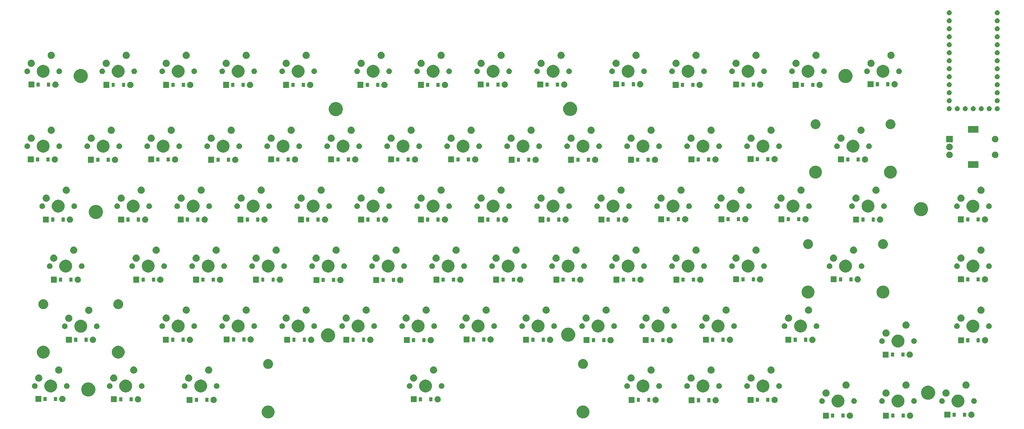
<source format=gbr>
%TF.GenerationSoftware,KiCad,Pcbnew,8.0.4*%
%TF.CreationDate,2024-09-14T21:21:30-04:00*%
%TF.ProjectId,mykeyboard2,6d796b65-7962-46f6-9172-64322e6b6963,rev?*%
%TF.SameCoordinates,Original*%
%TF.FileFunction,Soldermask,Bot*%
%TF.FilePolarity,Negative*%
%FSLAX46Y46*%
G04 Gerber Fmt 4.6, Leading zero omitted, Abs format (unit mm)*
G04 Created by KiCad (PCBNEW 8.0.4) date 2024-09-14 21:21:30*
%MOMM*%
%LPD*%
G01*
G04 APERTURE LIST*
G04 APERTURE END LIST*
G36*
X327833877Y-168751314D02*
G01*
X327877540Y-168751314D01*
X327926163Y-168760403D01*
X327980773Y-168765782D01*
X328022261Y-168778367D01*
X328059476Y-168785324D01*
X328111021Y-168805292D01*
X328169023Y-168822887D01*
X328202160Y-168840599D01*
X328232062Y-168852183D01*
X328284016Y-168884352D01*
X328342515Y-168915620D01*
X328367095Y-168935792D01*
X328389421Y-168949616D01*
X328438887Y-168994710D01*
X328494582Y-169040418D01*
X328511086Y-169060529D01*
X328526197Y-169074304D01*
X328570059Y-169132388D01*
X328619380Y-169192485D01*
X328628917Y-169210329D01*
X328637738Y-169222009D01*
X328672831Y-169292486D01*
X328712113Y-169365977D01*
X328716302Y-169379786D01*
X328720236Y-169387687D01*
X328743478Y-169469373D01*
X328769218Y-169554227D01*
X328770063Y-169562811D01*
X328770886Y-169565702D01*
X328779439Y-169658006D01*
X328788500Y-169750000D01*
X328779438Y-169842001D01*
X328770886Y-169934297D01*
X328770063Y-169937187D01*
X328769218Y-169945773D01*
X328743473Y-170030641D01*
X328720236Y-170112312D01*
X328716302Y-170120210D01*
X328712113Y-170134023D01*
X328672824Y-170207526D01*
X328637738Y-170277990D01*
X328628919Y-170289667D01*
X328619380Y-170307515D01*
X328570050Y-170367623D01*
X328526197Y-170425695D01*
X328511090Y-170439466D01*
X328494582Y-170459582D01*
X328438876Y-170505298D01*
X328389421Y-170550383D01*
X328367099Y-170564203D01*
X328342515Y-170584380D01*
X328284005Y-170615654D01*
X328232062Y-170647816D01*
X328202167Y-170659397D01*
X328169023Y-170677113D01*
X328111009Y-170694711D01*
X328059476Y-170714675D01*
X328022267Y-170721630D01*
X327980773Y-170734218D01*
X327926160Y-170739596D01*
X327877540Y-170748686D01*
X327833877Y-170748686D01*
X327785000Y-170753500D01*
X327736123Y-170748686D01*
X327692460Y-170748686D01*
X327643838Y-170739596D01*
X327589227Y-170734218D01*
X327547733Y-170721631D01*
X327510523Y-170714675D01*
X327458986Y-170694709D01*
X327400977Y-170677113D01*
X327367835Y-170659398D01*
X327337937Y-170647816D01*
X327285987Y-170615650D01*
X327227485Y-170584380D01*
X327202903Y-170564206D01*
X327180578Y-170550383D01*
X327131113Y-170505289D01*
X327075418Y-170459582D01*
X327058912Y-170439470D01*
X327043802Y-170425695D01*
X326999936Y-170367607D01*
X326950620Y-170307515D01*
X326941082Y-170289671D01*
X326932261Y-170277990D01*
X326897160Y-170207499D01*
X326857887Y-170134023D01*
X326853698Y-170120215D01*
X326849763Y-170112312D01*
X326826510Y-170030588D01*
X326800782Y-169945773D01*
X326799936Y-169937192D01*
X326799113Y-169934297D01*
X326790544Y-169841830D01*
X326781500Y-169750000D01*
X326790543Y-169658177D01*
X326799113Y-169565702D01*
X326799937Y-169562805D01*
X326800782Y-169554227D01*
X326826505Y-169469426D01*
X326849763Y-169387687D01*
X326853699Y-169379781D01*
X326857887Y-169365977D01*
X326897153Y-169292514D01*
X326932261Y-169222009D01*
X326941084Y-169210324D01*
X326950620Y-169192485D01*
X326999927Y-169132403D01*
X327043802Y-169074304D01*
X327058916Y-169060525D01*
X327075418Y-169040418D01*
X327131102Y-168994719D01*
X327180578Y-168949616D01*
X327202908Y-168935789D01*
X327227485Y-168915620D01*
X327285975Y-168884356D01*
X327337937Y-168852183D01*
X327367842Y-168840597D01*
X327400977Y-168822887D01*
X327458974Y-168805293D01*
X327510523Y-168785324D01*
X327547740Y-168778366D01*
X327589227Y-168765782D01*
X327643835Y-168760403D01*
X327692460Y-168751314D01*
X327736123Y-168751314D01*
X327785000Y-168746500D01*
X327833877Y-168751314D01*
G37*
G36*
X346933877Y-168751314D02*
G01*
X346977540Y-168751314D01*
X347026163Y-168760403D01*
X347080773Y-168765782D01*
X347122261Y-168778367D01*
X347159476Y-168785324D01*
X347211021Y-168805292D01*
X347269023Y-168822887D01*
X347302160Y-168840599D01*
X347332062Y-168852183D01*
X347384016Y-168884352D01*
X347442515Y-168915620D01*
X347467095Y-168935792D01*
X347489421Y-168949616D01*
X347538887Y-168994710D01*
X347594582Y-169040418D01*
X347611086Y-169060529D01*
X347626197Y-169074304D01*
X347670059Y-169132388D01*
X347719380Y-169192485D01*
X347728917Y-169210329D01*
X347737738Y-169222009D01*
X347772831Y-169292486D01*
X347812113Y-169365977D01*
X347816302Y-169379786D01*
X347820236Y-169387687D01*
X347843478Y-169469373D01*
X347869218Y-169554227D01*
X347870063Y-169562811D01*
X347870886Y-169565702D01*
X347879439Y-169658006D01*
X347888500Y-169750000D01*
X347879438Y-169842001D01*
X347870886Y-169934297D01*
X347870063Y-169937187D01*
X347869218Y-169945773D01*
X347843473Y-170030641D01*
X347820236Y-170112312D01*
X347816302Y-170120210D01*
X347812113Y-170134023D01*
X347772824Y-170207526D01*
X347737738Y-170277990D01*
X347728919Y-170289667D01*
X347719380Y-170307515D01*
X347670050Y-170367623D01*
X347626197Y-170425695D01*
X347611090Y-170439466D01*
X347594582Y-170459582D01*
X347538876Y-170505298D01*
X347489421Y-170550383D01*
X347467099Y-170564203D01*
X347442515Y-170584380D01*
X347384005Y-170615654D01*
X347332062Y-170647816D01*
X347302167Y-170659397D01*
X347269023Y-170677113D01*
X347211009Y-170694711D01*
X347159476Y-170714675D01*
X347122267Y-170721630D01*
X347080773Y-170734218D01*
X347026160Y-170739596D01*
X346977540Y-170748686D01*
X346933877Y-170748686D01*
X346885000Y-170753500D01*
X346836123Y-170748686D01*
X346792460Y-170748686D01*
X346743838Y-170739596D01*
X346689227Y-170734218D01*
X346647733Y-170721631D01*
X346610523Y-170714675D01*
X346558986Y-170694709D01*
X346500977Y-170677113D01*
X346467835Y-170659398D01*
X346437937Y-170647816D01*
X346385987Y-170615650D01*
X346327485Y-170584380D01*
X346302903Y-170564206D01*
X346280578Y-170550383D01*
X346231113Y-170505289D01*
X346175418Y-170459582D01*
X346158912Y-170439470D01*
X346143802Y-170425695D01*
X346099936Y-170367607D01*
X346050620Y-170307515D01*
X346041082Y-170289671D01*
X346032261Y-170277990D01*
X345997160Y-170207499D01*
X345957887Y-170134023D01*
X345953698Y-170120215D01*
X345949763Y-170112312D01*
X345926510Y-170030588D01*
X345900782Y-169945773D01*
X345899936Y-169937192D01*
X345899113Y-169934297D01*
X345890544Y-169841830D01*
X345881500Y-169750000D01*
X345890543Y-169658177D01*
X345899113Y-169565702D01*
X345899937Y-169562805D01*
X345900782Y-169554227D01*
X345926505Y-169469426D01*
X345949763Y-169387687D01*
X345953699Y-169379781D01*
X345957887Y-169365977D01*
X345997153Y-169292514D01*
X346032261Y-169222009D01*
X346041084Y-169210324D01*
X346050620Y-169192485D01*
X346099927Y-169132403D01*
X346143802Y-169074304D01*
X346158916Y-169060525D01*
X346175418Y-169040418D01*
X346231102Y-168994719D01*
X346280578Y-168949616D01*
X346302908Y-168935789D01*
X346327485Y-168915620D01*
X346385975Y-168884356D01*
X346437937Y-168852183D01*
X346467842Y-168840597D01*
X346500977Y-168822887D01*
X346558974Y-168805293D01*
X346610523Y-168785324D01*
X346647740Y-168778366D01*
X346689227Y-168765782D01*
X346743835Y-168760403D01*
X346792460Y-168751314D01*
X346836123Y-168751314D01*
X346885000Y-168746500D01*
X346933877Y-168751314D01*
G37*
G36*
X321073517Y-168813882D02*
G01*
X321090062Y-168824938D01*
X321101118Y-168841483D01*
X321105000Y-168861000D01*
X321105000Y-170639000D01*
X321101118Y-170658517D01*
X321090062Y-170675062D01*
X321073517Y-170686118D01*
X321054000Y-170690000D01*
X319276000Y-170690000D01*
X319256483Y-170686118D01*
X319239938Y-170675062D01*
X319228882Y-170658517D01*
X319225000Y-170639000D01*
X319225000Y-168861000D01*
X319228882Y-168841483D01*
X319239938Y-168824938D01*
X319256483Y-168813882D01*
X319276000Y-168810000D01*
X321054000Y-168810000D01*
X321073517Y-168813882D01*
G37*
G36*
X340173517Y-168813882D02*
G01*
X340190062Y-168824938D01*
X340201118Y-168841483D01*
X340205000Y-168861000D01*
X340205000Y-170639000D01*
X340201118Y-170658517D01*
X340190062Y-170675062D01*
X340173517Y-170686118D01*
X340154000Y-170690000D01*
X338376000Y-170690000D01*
X338356483Y-170686118D01*
X338339938Y-170675062D01*
X338328882Y-170658517D01*
X338325000Y-170639000D01*
X338325000Y-168861000D01*
X338328882Y-168841483D01*
X338339938Y-168824938D01*
X338356483Y-168813882D01*
X338376000Y-168810000D01*
X340154000Y-168810000D01*
X340173517Y-168813882D01*
G37*
G36*
X143452288Y-166561899D02*
G01*
X143721838Y-166637423D01*
X143978593Y-166748947D01*
X144217771Y-166894395D01*
X144434916Y-167071055D01*
X144625984Y-167275639D01*
X144787414Y-167504333D01*
X144916200Y-167752879D01*
X145009943Y-168016647D01*
X145066897Y-168290722D01*
X145086000Y-168570000D01*
X145066897Y-168849278D01*
X145009943Y-169123353D01*
X144916200Y-169387121D01*
X144787414Y-169635667D01*
X144625984Y-169864361D01*
X144434916Y-170068945D01*
X144217771Y-170245605D01*
X143978593Y-170391053D01*
X143721838Y-170502577D01*
X143452288Y-170578101D01*
X143174965Y-170616219D01*
X142895035Y-170616219D01*
X142617712Y-170578101D01*
X142348162Y-170502577D01*
X142091407Y-170391053D01*
X141852229Y-170245605D01*
X141635084Y-170068945D01*
X141444016Y-169864361D01*
X141282586Y-169635667D01*
X141153800Y-169387121D01*
X141060057Y-169123353D01*
X141003103Y-168849278D01*
X140984000Y-168570000D01*
X141003103Y-168290722D01*
X141060057Y-168016647D01*
X141153800Y-167752879D01*
X141282586Y-167504333D01*
X141444016Y-167275639D01*
X141635084Y-167071055D01*
X141852229Y-166894395D01*
X142091407Y-166748947D01*
X142348162Y-166637423D01*
X142617712Y-166561899D01*
X142895035Y-166523781D01*
X143174965Y-166523781D01*
X143452288Y-166561899D01*
G37*
G36*
X243452288Y-166561899D02*
G01*
X243721838Y-166637423D01*
X243978593Y-166748947D01*
X244217771Y-166894395D01*
X244434916Y-167071055D01*
X244625984Y-167275639D01*
X244787414Y-167504333D01*
X244916200Y-167752879D01*
X245009943Y-168016647D01*
X245066897Y-168290722D01*
X245086000Y-168570000D01*
X245066897Y-168849278D01*
X245009943Y-169123353D01*
X244916200Y-169387121D01*
X244787414Y-169635667D01*
X244625984Y-169864361D01*
X244434916Y-170068945D01*
X244217771Y-170245605D01*
X243978593Y-170391053D01*
X243721838Y-170502577D01*
X243452288Y-170578101D01*
X243174965Y-170616219D01*
X242895035Y-170616219D01*
X242617712Y-170578101D01*
X242348162Y-170502577D01*
X242091407Y-170391053D01*
X241852229Y-170245605D01*
X241635084Y-170068945D01*
X241444016Y-169864361D01*
X241282586Y-169635667D01*
X241153800Y-169387121D01*
X241060057Y-169123353D01*
X241003103Y-168849278D01*
X240984000Y-168570000D01*
X241003103Y-168290722D01*
X241060057Y-168016647D01*
X241153800Y-167752879D01*
X241282586Y-167504333D01*
X241444016Y-167275639D01*
X241635084Y-167071055D01*
X241852229Y-166894395D01*
X242091407Y-166748947D01*
X242348162Y-166637423D01*
X242617712Y-166561899D01*
X242895035Y-166523781D01*
X243174965Y-166523781D01*
X243452288Y-166561899D01*
G37*
G36*
X366423877Y-168451314D02*
G01*
X366467540Y-168451314D01*
X366516163Y-168460403D01*
X366570773Y-168465782D01*
X366612261Y-168478367D01*
X366649476Y-168485324D01*
X366701021Y-168505292D01*
X366759023Y-168522887D01*
X366792160Y-168540599D01*
X366822062Y-168552183D01*
X366874016Y-168584352D01*
X366932515Y-168615620D01*
X366957095Y-168635792D01*
X366979421Y-168649616D01*
X367028887Y-168694710D01*
X367084582Y-168740418D01*
X367101086Y-168760529D01*
X367116197Y-168774304D01*
X367160059Y-168832388D01*
X367209380Y-168892485D01*
X367218917Y-168910329D01*
X367227738Y-168922009D01*
X367262831Y-168992486D01*
X367302113Y-169065977D01*
X367306302Y-169079786D01*
X367310236Y-169087687D01*
X367333478Y-169169373D01*
X367359218Y-169254227D01*
X367360063Y-169262811D01*
X367360886Y-169265702D01*
X367369439Y-169358006D01*
X367378500Y-169450000D01*
X367369438Y-169542001D01*
X367360886Y-169634297D01*
X367360063Y-169637187D01*
X367359218Y-169645773D01*
X367333473Y-169730641D01*
X367310236Y-169812312D01*
X367306302Y-169820210D01*
X367302113Y-169834023D01*
X367262824Y-169907526D01*
X367227738Y-169977990D01*
X367218919Y-169989667D01*
X367209380Y-170007515D01*
X367160050Y-170067623D01*
X367116197Y-170125695D01*
X367101090Y-170139466D01*
X367084582Y-170159582D01*
X367028876Y-170205298D01*
X366979421Y-170250383D01*
X366957099Y-170264203D01*
X366932515Y-170284380D01*
X366874005Y-170315654D01*
X366822062Y-170347816D01*
X366792167Y-170359397D01*
X366759023Y-170377113D01*
X366701009Y-170394711D01*
X366649476Y-170414675D01*
X366612267Y-170421630D01*
X366570773Y-170434218D01*
X366516160Y-170439596D01*
X366467540Y-170448686D01*
X366423877Y-170448686D01*
X366375000Y-170453500D01*
X366326123Y-170448686D01*
X366282460Y-170448686D01*
X366233838Y-170439596D01*
X366179227Y-170434218D01*
X366137733Y-170421631D01*
X366100523Y-170414675D01*
X366048986Y-170394709D01*
X365990977Y-170377113D01*
X365957835Y-170359398D01*
X365927937Y-170347816D01*
X365875987Y-170315650D01*
X365817485Y-170284380D01*
X365792903Y-170264206D01*
X365770578Y-170250383D01*
X365721113Y-170205289D01*
X365665418Y-170159582D01*
X365648912Y-170139470D01*
X365633802Y-170125695D01*
X365589936Y-170067607D01*
X365540620Y-170007515D01*
X365531082Y-169989671D01*
X365522261Y-169977990D01*
X365487160Y-169907499D01*
X365447887Y-169834023D01*
X365443698Y-169820215D01*
X365439763Y-169812312D01*
X365416510Y-169730588D01*
X365390782Y-169645773D01*
X365389936Y-169637192D01*
X365389113Y-169634297D01*
X365380544Y-169541830D01*
X365371500Y-169450000D01*
X365380543Y-169358177D01*
X365389113Y-169265702D01*
X365389937Y-169262805D01*
X365390782Y-169254227D01*
X365416505Y-169169426D01*
X365439763Y-169087687D01*
X365443699Y-169079781D01*
X365447887Y-169065977D01*
X365487153Y-168992514D01*
X365522261Y-168922009D01*
X365531084Y-168910324D01*
X365540620Y-168892485D01*
X365589927Y-168832403D01*
X365633802Y-168774304D01*
X365648916Y-168760525D01*
X365665418Y-168740418D01*
X365721102Y-168694719D01*
X365770578Y-168649616D01*
X365792908Y-168635789D01*
X365817485Y-168615620D01*
X365875975Y-168584356D01*
X365927937Y-168552183D01*
X365957842Y-168540597D01*
X365990977Y-168522887D01*
X366048974Y-168505293D01*
X366100523Y-168485324D01*
X366137740Y-168478366D01*
X366179227Y-168465782D01*
X366233835Y-168460403D01*
X366282460Y-168451314D01*
X366326123Y-168451314D01*
X366375000Y-168446500D01*
X366423877Y-168451314D01*
G37*
G36*
X322794517Y-169102882D02*
G01*
X322811062Y-169113938D01*
X322822118Y-169130483D01*
X322826000Y-169150000D01*
X322826000Y-170350000D01*
X322822118Y-170369517D01*
X322811062Y-170386062D01*
X322794517Y-170397118D01*
X322775000Y-170401000D01*
X321875000Y-170401000D01*
X321855483Y-170397118D01*
X321838938Y-170386062D01*
X321827882Y-170369517D01*
X321824000Y-170350000D01*
X321824000Y-169150000D01*
X321827882Y-169130483D01*
X321838938Y-169113938D01*
X321855483Y-169102882D01*
X321875000Y-169099000D01*
X322775000Y-169099000D01*
X322794517Y-169102882D01*
G37*
G36*
X326094517Y-169102882D02*
G01*
X326111062Y-169113938D01*
X326122118Y-169130483D01*
X326126000Y-169150000D01*
X326126000Y-170350000D01*
X326122118Y-170369517D01*
X326111062Y-170386062D01*
X326094517Y-170397118D01*
X326075000Y-170401000D01*
X325175000Y-170401000D01*
X325155483Y-170397118D01*
X325138938Y-170386062D01*
X325127882Y-170369517D01*
X325124000Y-170350000D01*
X325124000Y-169150000D01*
X325127882Y-169130483D01*
X325138938Y-169113938D01*
X325155483Y-169102882D01*
X325175000Y-169099000D01*
X326075000Y-169099000D01*
X326094517Y-169102882D01*
G37*
G36*
X341894517Y-169102882D02*
G01*
X341911062Y-169113938D01*
X341922118Y-169130483D01*
X341926000Y-169150000D01*
X341926000Y-170350000D01*
X341922118Y-170369517D01*
X341911062Y-170386062D01*
X341894517Y-170397118D01*
X341875000Y-170401000D01*
X340975000Y-170401000D01*
X340955483Y-170397118D01*
X340938938Y-170386062D01*
X340927882Y-170369517D01*
X340924000Y-170350000D01*
X340924000Y-169150000D01*
X340927882Y-169130483D01*
X340938938Y-169113938D01*
X340955483Y-169102882D01*
X340975000Y-169099000D01*
X341875000Y-169099000D01*
X341894517Y-169102882D01*
G37*
G36*
X345194517Y-169102882D02*
G01*
X345211062Y-169113938D01*
X345222118Y-169130483D01*
X345226000Y-169150000D01*
X345226000Y-170350000D01*
X345222118Y-170369517D01*
X345211062Y-170386062D01*
X345194517Y-170397118D01*
X345175000Y-170401000D01*
X344275000Y-170401000D01*
X344255483Y-170397118D01*
X344238938Y-170386062D01*
X344227882Y-170369517D01*
X344224000Y-170350000D01*
X344224000Y-169150000D01*
X344227882Y-169130483D01*
X344238938Y-169113938D01*
X344255483Y-169102882D01*
X344275000Y-169099000D01*
X345175000Y-169099000D01*
X345194517Y-169102882D01*
G37*
G36*
X359663517Y-168513882D02*
G01*
X359680062Y-168524938D01*
X359691118Y-168541483D01*
X359695000Y-168561000D01*
X359695000Y-170339000D01*
X359691118Y-170358517D01*
X359680062Y-170375062D01*
X359663517Y-170386118D01*
X359644000Y-170390000D01*
X357866000Y-170390000D01*
X357846483Y-170386118D01*
X357829938Y-170375062D01*
X357818882Y-170358517D01*
X357815000Y-170339000D01*
X357815000Y-168561000D01*
X357818882Y-168541483D01*
X357829938Y-168524938D01*
X357846483Y-168513882D01*
X357866000Y-168510000D01*
X359644000Y-168510000D01*
X359663517Y-168513882D01*
G37*
G36*
X361384517Y-168802882D02*
G01*
X361401062Y-168813938D01*
X361412118Y-168830483D01*
X361416000Y-168850000D01*
X361416000Y-170050000D01*
X361412118Y-170069517D01*
X361401062Y-170086062D01*
X361384517Y-170097118D01*
X361365000Y-170101000D01*
X360465000Y-170101000D01*
X360445483Y-170097118D01*
X360428938Y-170086062D01*
X360417882Y-170069517D01*
X360414000Y-170050000D01*
X360414000Y-168850000D01*
X360417882Y-168830483D01*
X360428938Y-168813938D01*
X360445483Y-168802882D01*
X360465000Y-168799000D01*
X361365000Y-168799000D01*
X361384517Y-168802882D01*
G37*
G36*
X364684517Y-168802882D02*
G01*
X364701062Y-168813938D01*
X364712118Y-168830483D01*
X364716000Y-168850000D01*
X364716000Y-170050000D01*
X364712118Y-170069517D01*
X364701062Y-170086062D01*
X364684517Y-170097118D01*
X364665000Y-170101000D01*
X363765000Y-170101000D01*
X363745483Y-170097118D01*
X363728938Y-170086062D01*
X363717882Y-170069517D01*
X363714000Y-170050000D01*
X363714000Y-168850000D01*
X363717882Y-168830483D01*
X363728938Y-168813938D01*
X363745483Y-168802882D01*
X363765000Y-168799000D01*
X364665000Y-168799000D01*
X364684517Y-168802882D01*
G37*
G36*
X324439788Y-163094399D02*
G01*
X324709338Y-163169923D01*
X324966093Y-163281447D01*
X325205271Y-163426895D01*
X325422416Y-163603555D01*
X325613484Y-163808139D01*
X325774914Y-164036833D01*
X325903700Y-164285379D01*
X325997443Y-164549147D01*
X326054397Y-164823222D01*
X326073500Y-165102500D01*
X326054397Y-165381778D01*
X325997443Y-165655853D01*
X325903700Y-165919621D01*
X325774914Y-166168167D01*
X325613484Y-166396861D01*
X325422416Y-166601445D01*
X325205271Y-166778105D01*
X324966093Y-166923553D01*
X324709338Y-167035077D01*
X324439788Y-167110601D01*
X324162465Y-167148719D01*
X323882535Y-167148719D01*
X323605212Y-167110601D01*
X323335662Y-167035077D01*
X323078907Y-166923553D01*
X322839729Y-166778105D01*
X322622584Y-166601445D01*
X322431516Y-166396861D01*
X322270086Y-166168167D01*
X322141300Y-165919621D01*
X322047557Y-165655853D01*
X321990603Y-165381778D01*
X321971500Y-165102500D01*
X321990603Y-164823222D01*
X322047557Y-164549147D01*
X322141300Y-164285379D01*
X322270086Y-164036833D01*
X322431516Y-163808139D01*
X322622584Y-163603555D01*
X322839729Y-163426895D01*
X323078907Y-163281447D01*
X323335662Y-163169923D01*
X323605212Y-163094399D01*
X323882535Y-163056281D01*
X324162465Y-163056281D01*
X324439788Y-163094399D01*
G37*
G36*
X343489788Y-163094399D02*
G01*
X343759338Y-163169923D01*
X344016093Y-163281447D01*
X344255271Y-163426895D01*
X344472416Y-163603555D01*
X344663484Y-163808139D01*
X344824914Y-164036833D01*
X344953700Y-164285379D01*
X345047443Y-164549147D01*
X345104397Y-164823222D01*
X345123500Y-165102500D01*
X345104397Y-165381778D01*
X345047443Y-165655853D01*
X344953700Y-165919621D01*
X344824914Y-166168167D01*
X344663484Y-166396861D01*
X344472416Y-166601445D01*
X344255271Y-166778105D01*
X344016093Y-166923553D01*
X343759338Y-167035077D01*
X343489788Y-167110601D01*
X343212465Y-167148719D01*
X342932535Y-167148719D01*
X342655212Y-167110601D01*
X342385662Y-167035077D01*
X342128907Y-166923553D01*
X341889729Y-166778105D01*
X341672584Y-166601445D01*
X341481516Y-166396861D01*
X341320086Y-166168167D01*
X341191300Y-165919621D01*
X341097557Y-165655853D01*
X341040603Y-165381778D01*
X341021500Y-165102500D01*
X341040603Y-164823222D01*
X341097557Y-164549147D01*
X341191300Y-164285379D01*
X341320086Y-164036833D01*
X341481516Y-163808139D01*
X341672584Y-163603555D01*
X341889729Y-163426895D01*
X342128907Y-163281447D01*
X342385662Y-163169923D01*
X342655212Y-163094399D01*
X342932535Y-163056281D01*
X343212465Y-163056281D01*
X343489788Y-163094399D01*
G37*
G36*
X362539788Y-163094399D02*
G01*
X362809338Y-163169923D01*
X363066093Y-163281447D01*
X363305271Y-163426895D01*
X363522416Y-163603555D01*
X363713484Y-163808139D01*
X363874914Y-164036833D01*
X364003700Y-164285379D01*
X364097443Y-164549147D01*
X364154397Y-164823222D01*
X364173500Y-165102500D01*
X364154397Y-165381778D01*
X364097443Y-165655853D01*
X364003700Y-165919621D01*
X363874914Y-166168167D01*
X363713484Y-166396861D01*
X363522416Y-166601445D01*
X363305271Y-166778105D01*
X363066093Y-166923553D01*
X362809338Y-167035077D01*
X362539788Y-167110601D01*
X362262465Y-167148719D01*
X361982535Y-167148719D01*
X361705212Y-167110601D01*
X361435662Y-167035077D01*
X361178907Y-166923553D01*
X360939729Y-166778105D01*
X360722584Y-166601445D01*
X360531516Y-166396861D01*
X360370086Y-166168167D01*
X360241300Y-165919621D01*
X360147557Y-165655853D01*
X360090603Y-165381778D01*
X360071500Y-165102500D01*
X360090603Y-164823222D01*
X360147557Y-164549147D01*
X360241300Y-164285379D01*
X360370086Y-164036833D01*
X360531516Y-163808139D01*
X360722584Y-163603555D01*
X360939729Y-163426895D01*
X361178907Y-163281447D01*
X361435662Y-163169923D01*
X361705212Y-163094399D01*
X361982535Y-163056281D01*
X362262465Y-163056281D01*
X362539788Y-163094399D01*
G37*
G36*
X318986483Y-164206436D02*
G01*
X319036680Y-164206436D01*
X319080024Y-164215649D01*
X319118159Y-164219405D01*
X319166066Y-164233937D01*
X319220924Y-164245598D01*
X319256030Y-164261228D01*
X319287066Y-164270643D01*
X319336384Y-164297004D01*
X319393000Y-164322211D01*
X319419322Y-164341335D01*
X319442732Y-164353848D01*
X319490488Y-164393040D01*
X319545387Y-164432927D01*
X319563211Y-164452723D01*
X319579175Y-164465824D01*
X319622072Y-164518094D01*
X319671424Y-164572905D01*
X319681792Y-164590863D01*
X319691151Y-164602267D01*
X319725773Y-164667042D01*
X319765604Y-164736030D01*
X319770185Y-164750130D01*
X319774356Y-164757933D01*
X319797352Y-164833742D01*
X319823811Y-164915172D01*
X319824742Y-164924032D01*
X319825594Y-164926840D01*
X319833884Y-165011013D01*
X319843500Y-165102500D01*
X319833883Y-165193994D01*
X319825594Y-165278159D01*
X319824742Y-165280966D01*
X319823811Y-165289828D01*
X319797348Y-165371271D01*
X319774356Y-165447066D01*
X319770186Y-165454866D01*
X319765604Y-165468970D01*
X319725766Y-165537970D01*
X319691151Y-165602732D01*
X319681794Y-165614133D01*
X319671424Y-165632095D01*
X319622063Y-165686915D01*
X319579175Y-165739175D01*
X319563214Y-165752273D01*
X319545387Y-165772073D01*
X319490477Y-165811967D01*
X319442732Y-165851151D01*
X319419327Y-165863661D01*
X319393000Y-165882789D01*
X319336373Y-165908000D01*
X319287066Y-165934356D01*
X319256037Y-165943768D01*
X319220924Y-165959402D01*
X319166055Y-165971064D01*
X319118159Y-165985594D01*
X319080032Y-165989349D01*
X319036680Y-165998564D01*
X318986473Y-165998564D01*
X318942500Y-166002895D01*
X318898527Y-165998564D01*
X318848320Y-165998564D01*
X318804967Y-165989349D01*
X318766840Y-165985594D01*
X318718941Y-165971063D01*
X318664076Y-165959402D01*
X318628964Y-165943769D01*
X318597933Y-165934356D01*
X318548620Y-165907998D01*
X318492000Y-165882789D01*
X318465675Y-165863663D01*
X318442267Y-165851151D01*
X318394513Y-165811960D01*
X318339613Y-165772073D01*
X318321787Y-165752276D01*
X318305824Y-165739175D01*
X318262925Y-165686902D01*
X318213576Y-165632095D01*
X318203208Y-165614137D01*
X318193848Y-165602732D01*
X318159219Y-165537947D01*
X318119396Y-165468970D01*
X318114815Y-165454871D01*
X318110643Y-165447066D01*
X318087636Y-165371225D01*
X318061189Y-165289828D01*
X318060258Y-165280971D01*
X318059405Y-165278159D01*
X318051100Y-165193842D01*
X318041500Y-165102500D01*
X318051099Y-165011164D01*
X318059405Y-164926840D01*
X318060258Y-164924027D01*
X318061189Y-164915172D01*
X318087632Y-164833788D01*
X318110643Y-164757933D01*
X318114815Y-164750126D01*
X318119396Y-164736030D01*
X318159212Y-164667065D01*
X318193848Y-164602267D01*
X318203210Y-164590859D01*
X318213576Y-164572905D01*
X318262916Y-164518107D01*
X318305824Y-164465824D01*
X318321791Y-164452719D01*
X318339613Y-164432927D01*
X318394502Y-164393046D01*
X318442267Y-164353848D01*
X318465680Y-164341333D01*
X318492000Y-164322211D01*
X318548609Y-164297006D01*
X318597933Y-164270643D01*
X318628971Y-164261227D01*
X318664076Y-164245598D01*
X318718930Y-164233938D01*
X318766840Y-164219405D01*
X318804976Y-164215648D01*
X318848320Y-164206436D01*
X318898516Y-164206436D01*
X318942500Y-164202104D01*
X318986483Y-164206436D01*
G37*
G36*
X329146483Y-164206436D02*
G01*
X329196680Y-164206436D01*
X329240024Y-164215649D01*
X329278159Y-164219405D01*
X329326066Y-164233937D01*
X329380924Y-164245598D01*
X329416030Y-164261228D01*
X329447066Y-164270643D01*
X329496384Y-164297004D01*
X329553000Y-164322211D01*
X329579322Y-164341335D01*
X329602732Y-164353848D01*
X329650488Y-164393040D01*
X329705387Y-164432927D01*
X329723211Y-164452723D01*
X329739175Y-164465824D01*
X329782072Y-164518094D01*
X329831424Y-164572905D01*
X329841792Y-164590863D01*
X329851151Y-164602267D01*
X329885773Y-164667042D01*
X329925604Y-164736030D01*
X329930185Y-164750130D01*
X329934356Y-164757933D01*
X329957352Y-164833742D01*
X329983811Y-164915172D01*
X329984742Y-164924032D01*
X329985594Y-164926840D01*
X329993884Y-165011013D01*
X330003500Y-165102500D01*
X329993883Y-165193994D01*
X329985594Y-165278159D01*
X329984742Y-165280966D01*
X329983811Y-165289828D01*
X329957348Y-165371271D01*
X329934356Y-165447066D01*
X329930186Y-165454866D01*
X329925604Y-165468970D01*
X329885766Y-165537970D01*
X329851151Y-165602732D01*
X329841794Y-165614133D01*
X329831424Y-165632095D01*
X329782063Y-165686915D01*
X329739175Y-165739175D01*
X329723214Y-165752273D01*
X329705387Y-165772073D01*
X329650477Y-165811967D01*
X329602732Y-165851151D01*
X329579327Y-165863661D01*
X329553000Y-165882789D01*
X329496373Y-165908000D01*
X329447066Y-165934356D01*
X329416037Y-165943768D01*
X329380924Y-165959402D01*
X329326055Y-165971064D01*
X329278159Y-165985594D01*
X329240032Y-165989349D01*
X329196680Y-165998564D01*
X329146473Y-165998564D01*
X329102500Y-166002895D01*
X329058527Y-165998564D01*
X329008320Y-165998564D01*
X328964967Y-165989349D01*
X328926840Y-165985594D01*
X328878941Y-165971063D01*
X328824076Y-165959402D01*
X328788964Y-165943769D01*
X328757933Y-165934356D01*
X328708620Y-165907998D01*
X328652000Y-165882789D01*
X328625675Y-165863663D01*
X328602267Y-165851151D01*
X328554513Y-165811960D01*
X328499613Y-165772073D01*
X328481787Y-165752276D01*
X328465824Y-165739175D01*
X328422925Y-165686902D01*
X328373576Y-165632095D01*
X328363208Y-165614137D01*
X328353848Y-165602732D01*
X328319219Y-165537947D01*
X328279396Y-165468970D01*
X328274815Y-165454871D01*
X328270643Y-165447066D01*
X328247636Y-165371225D01*
X328221189Y-165289828D01*
X328220258Y-165280971D01*
X328219405Y-165278159D01*
X328211100Y-165193842D01*
X328201500Y-165102500D01*
X328211099Y-165011164D01*
X328219405Y-164926840D01*
X328220258Y-164924027D01*
X328221189Y-164915172D01*
X328247632Y-164833788D01*
X328270643Y-164757933D01*
X328274815Y-164750126D01*
X328279396Y-164736030D01*
X328319212Y-164667065D01*
X328353848Y-164602267D01*
X328363210Y-164590859D01*
X328373576Y-164572905D01*
X328422916Y-164518107D01*
X328465824Y-164465824D01*
X328481791Y-164452719D01*
X328499613Y-164432927D01*
X328554502Y-164393046D01*
X328602267Y-164353848D01*
X328625680Y-164341333D01*
X328652000Y-164322211D01*
X328708609Y-164297006D01*
X328757933Y-164270643D01*
X328788971Y-164261227D01*
X328824076Y-164245598D01*
X328878930Y-164233938D01*
X328926840Y-164219405D01*
X328964976Y-164215648D01*
X329008320Y-164206436D01*
X329058516Y-164206436D01*
X329102500Y-164202104D01*
X329146483Y-164206436D01*
G37*
G36*
X338036483Y-164206436D02*
G01*
X338086680Y-164206436D01*
X338130024Y-164215649D01*
X338168159Y-164219405D01*
X338216066Y-164233937D01*
X338270924Y-164245598D01*
X338306030Y-164261228D01*
X338337066Y-164270643D01*
X338386384Y-164297004D01*
X338443000Y-164322211D01*
X338469322Y-164341335D01*
X338492732Y-164353848D01*
X338540488Y-164393040D01*
X338595387Y-164432927D01*
X338613211Y-164452723D01*
X338629175Y-164465824D01*
X338672072Y-164518094D01*
X338721424Y-164572905D01*
X338731792Y-164590863D01*
X338741151Y-164602267D01*
X338775773Y-164667042D01*
X338815604Y-164736030D01*
X338820185Y-164750130D01*
X338824356Y-164757933D01*
X338847352Y-164833742D01*
X338873811Y-164915172D01*
X338874742Y-164924032D01*
X338875594Y-164926840D01*
X338883884Y-165011013D01*
X338893500Y-165102500D01*
X338883883Y-165193994D01*
X338875594Y-165278159D01*
X338874742Y-165280966D01*
X338873811Y-165289828D01*
X338847348Y-165371271D01*
X338824356Y-165447066D01*
X338820186Y-165454866D01*
X338815604Y-165468970D01*
X338775766Y-165537970D01*
X338741151Y-165602732D01*
X338731794Y-165614133D01*
X338721424Y-165632095D01*
X338672063Y-165686915D01*
X338629175Y-165739175D01*
X338613214Y-165752273D01*
X338595387Y-165772073D01*
X338540477Y-165811967D01*
X338492732Y-165851151D01*
X338469327Y-165863661D01*
X338443000Y-165882789D01*
X338386373Y-165908000D01*
X338337066Y-165934356D01*
X338306037Y-165943768D01*
X338270924Y-165959402D01*
X338216055Y-165971064D01*
X338168159Y-165985594D01*
X338130032Y-165989349D01*
X338086680Y-165998564D01*
X338036473Y-165998564D01*
X337992500Y-166002895D01*
X337948527Y-165998564D01*
X337898320Y-165998564D01*
X337854967Y-165989349D01*
X337816840Y-165985594D01*
X337768941Y-165971063D01*
X337714076Y-165959402D01*
X337678964Y-165943769D01*
X337647933Y-165934356D01*
X337598620Y-165907998D01*
X337542000Y-165882789D01*
X337515675Y-165863663D01*
X337492267Y-165851151D01*
X337444513Y-165811960D01*
X337389613Y-165772073D01*
X337371787Y-165752276D01*
X337355824Y-165739175D01*
X337312925Y-165686902D01*
X337263576Y-165632095D01*
X337253208Y-165614137D01*
X337243848Y-165602732D01*
X337209219Y-165537947D01*
X337169396Y-165468970D01*
X337164815Y-165454871D01*
X337160643Y-165447066D01*
X337137636Y-165371225D01*
X337111189Y-165289828D01*
X337110258Y-165280971D01*
X337109405Y-165278159D01*
X337101100Y-165193842D01*
X337091500Y-165102500D01*
X337101099Y-165011164D01*
X337109405Y-164926840D01*
X337110258Y-164924027D01*
X337111189Y-164915172D01*
X337137632Y-164833788D01*
X337160643Y-164757933D01*
X337164815Y-164750126D01*
X337169396Y-164736030D01*
X337209212Y-164667065D01*
X337243848Y-164602267D01*
X337253210Y-164590859D01*
X337263576Y-164572905D01*
X337312916Y-164518107D01*
X337355824Y-164465824D01*
X337371791Y-164452719D01*
X337389613Y-164432927D01*
X337444502Y-164393046D01*
X337492267Y-164353848D01*
X337515680Y-164341333D01*
X337542000Y-164322211D01*
X337598609Y-164297006D01*
X337647933Y-164270643D01*
X337678971Y-164261227D01*
X337714076Y-164245598D01*
X337768930Y-164233938D01*
X337816840Y-164219405D01*
X337854976Y-164215648D01*
X337898320Y-164206436D01*
X337948516Y-164206436D01*
X337992500Y-164202104D01*
X338036483Y-164206436D01*
G37*
G36*
X348196483Y-164206436D02*
G01*
X348246680Y-164206436D01*
X348290024Y-164215649D01*
X348328159Y-164219405D01*
X348376066Y-164233937D01*
X348430924Y-164245598D01*
X348466030Y-164261228D01*
X348497066Y-164270643D01*
X348546384Y-164297004D01*
X348603000Y-164322211D01*
X348629322Y-164341335D01*
X348652732Y-164353848D01*
X348700488Y-164393040D01*
X348755387Y-164432927D01*
X348773211Y-164452723D01*
X348789175Y-164465824D01*
X348832072Y-164518094D01*
X348881424Y-164572905D01*
X348891792Y-164590863D01*
X348901151Y-164602267D01*
X348935773Y-164667042D01*
X348975604Y-164736030D01*
X348980185Y-164750130D01*
X348984356Y-164757933D01*
X349007352Y-164833742D01*
X349033811Y-164915172D01*
X349034742Y-164924032D01*
X349035594Y-164926840D01*
X349043884Y-165011013D01*
X349053500Y-165102500D01*
X349043883Y-165193994D01*
X349035594Y-165278159D01*
X349034742Y-165280966D01*
X349033811Y-165289828D01*
X349007348Y-165371271D01*
X348984356Y-165447066D01*
X348980186Y-165454866D01*
X348975604Y-165468970D01*
X348935766Y-165537970D01*
X348901151Y-165602732D01*
X348891794Y-165614133D01*
X348881424Y-165632095D01*
X348832063Y-165686915D01*
X348789175Y-165739175D01*
X348773214Y-165752273D01*
X348755387Y-165772073D01*
X348700477Y-165811967D01*
X348652732Y-165851151D01*
X348629327Y-165863661D01*
X348603000Y-165882789D01*
X348546373Y-165908000D01*
X348497066Y-165934356D01*
X348466037Y-165943768D01*
X348430924Y-165959402D01*
X348376055Y-165971064D01*
X348328159Y-165985594D01*
X348290032Y-165989349D01*
X348246680Y-165998564D01*
X348196473Y-165998564D01*
X348152500Y-166002895D01*
X348108527Y-165998564D01*
X348058320Y-165998564D01*
X348014967Y-165989349D01*
X347976840Y-165985594D01*
X347928941Y-165971063D01*
X347874076Y-165959402D01*
X347838964Y-165943769D01*
X347807933Y-165934356D01*
X347758620Y-165907998D01*
X347702000Y-165882789D01*
X347675675Y-165863663D01*
X347652267Y-165851151D01*
X347604513Y-165811960D01*
X347549613Y-165772073D01*
X347531787Y-165752276D01*
X347515824Y-165739175D01*
X347472925Y-165686902D01*
X347423576Y-165632095D01*
X347413208Y-165614137D01*
X347403848Y-165602732D01*
X347369219Y-165537947D01*
X347329396Y-165468970D01*
X347324815Y-165454871D01*
X347320643Y-165447066D01*
X347297636Y-165371225D01*
X347271189Y-165289828D01*
X347270258Y-165280971D01*
X347269405Y-165278159D01*
X347261100Y-165193842D01*
X347251500Y-165102500D01*
X347261099Y-165011164D01*
X347269405Y-164926840D01*
X347270258Y-164924027D01*
X347271189Y-164915172D01*
X347297632Y-164833788D01*
X347320643Y-164757933D01*
X347324815Y-164750126D01*
X347329396Y-164736030D01*
X347369212Y-164667065D01*
X347403848Y-164602267D01*
X347413210Y-164590859D01*
X347423576Y-164572905D01*
X347472916Y-164518107D01*
X347515824Y-164465824D01*
X347531791Y-164452719D01*
X347549613Y-164432927D01*
X347604502Y-164393046D01*
X347652267Y-164353848D01*
X347675680Y-164341333D01*
X347702000Y-164322211D01*
X347758609Y-164297006D01*
X347807933Y-164270643D01*
X347838971Y-164261227D01*
X347874076Y-164245598D01*
X347928930Y-164233938D01*
X347976840Y-164219405D01*
X348014976Y-164215648D01*
X348058320Y-164206436D01*
X348108516Y-164206436D01*
X348152500Y-164202104D01*
X348196483Y-164206436D01*
G37*
G36*
X357086483Y-164206436D02*
G01*
X357136680Y-164206436D01*
X357180024Y-164215649D01*
X357218159Y-164219405D01*
X357266066Y-164233937D01*
X357320924Y-164245598D01*
X357356030Y-164261228D01*
X357387066Y-164270643D01*
X357436384Y-164297004D01*
X357493000Y-164322211D01*
X357519322Y-164341335D01*
X357542732Y-164353848D01*
X357590488Y-164393040D01*
X357645387Y-164432927D01*
X357663211Y-164452723D01*
X357679175Y-164465824D01*
X357722072Y-164518094D01*
X357771424Y-164572905D01*
X357781792Y-164590863D01*
X357791151Y-164602267D01*
X357825773Y-164667042D01*
X357865604Y-164736030D01*
X357870185Y-164750130D01*
X357874356Y-164757933D01*
X357897352Y-164833742D01*
X357923811Y-164915172D01*
X357924742Y-164924032D01*
X357925594Y-164926840D01*
X357933884Y-165011013D01*
X357943500Y-165102500D01*
X357933883Y-165193994D01*
X357925594Y-165278159D01*
X357924742Y-165280966D01*
X357923811Y-165289828D01*
X357897348Y-165371271D01*
X357874356Y-165447066D01*
X357870186Y-165454866D01*
X357865604Y-165468970D01*
X357825766Y-165537970D01*
X357791151Y-165602732D01*
X357781794Y-165614133D01*
X357771424Y-165632095D01*
X357722063Y-165686915D01*
X357679175Y-165739175D01*
X357663214Y-165752273D01*
X357645387Y-165772073D01*
X357590477Y-165811967D01*
X357542732Y-165851151D01*
X357519327Y-165863661D01*
X357493000Y-165882789D01*
X357436373Y-165908000D01*
X357387066Y-165934356D01*
X357356037Y-165943768D01*
X357320924Y-165959402D01*
X357266055Y-165971064D01*
X357218159Y-165985594D01*
X357180032Y-165989349D01*
X357136680Y-165998564D01*
X357086473Y-165998564D01*
X357042500Y-166002895D01*
X356998527Y-165998564D01*
X356948320Y-165998564D01*
X356904967Y-165989349D01*
X356866840Y-165985594D01*
X356818941Y-165971063D01*
X356764076Y-165959402D01*
X356728964Y-165943769D01*
X356697933Y-165934356D01*
X356648620Y-165907998D01*
X356592000Y-165882789D01*
X356565675Y-165863663D01*
X356542267Y-165851151D01*
X356494513Y-165811960D01*
X356439613Y-165772073D01*
X356421787Y-165752276D01*
X356405824Y-165739175D01*
X356362925Y-165686902D01*
X356313576Y-165632095D01*
X356303208Y-165614137D01*
X356293848Y-165602732D01*
X356259219Y-165537947D01*
X356219396Y-165468970D01*
X356214815Y-165454871D01*
X356210643Y-165447066D01*
X356187636Y-165371225D01*
X356161189Y-165289828D01*
X356160258Y-165280971D01*
X356159405Y-165278159D01*
X356151100Y-165193842D01*
X356141500Y-165102500D01*
X356151099Y-165011164D01*
X356159405Y-164926840D01*
X356160258Y-164924027D01*
X356161189Y-164915172D01*
X356187632Y-164833788D01*
X356210643Y-164757933D01*
X356214815Y-164750126D01*
X356219396Y-164736030D01*
X356259212Y-164667065D01*
X356293848Y-164602267D01*
X356303210Y-164590859D01*
X356313576Y-164572905D01*
X356362916Y-164518107D01*
X356405824Y-164465824D01*
X356421791Y-164452719D01*
X356439613Y-164432927D01*
X356494502Y-164393046D01*
X356542267Y-164353848D01*
X356565680Y-164341333D01*
X356592000Y-164322211D01*
X356648609Y-164297006D01*
X356697933Y-164270643D01*
X356728971Y-164261227D01*
X356764076Y-164245598D01*
X356818930Y-164233938D01*
X356866840Y-164219405D01*
X356904976Y-164215648D01*
X356948320Y-164206436D01*
X356998516Y-164206436D01*
X357042500Y-164202104D01*
X357086483Y-164206436D01*
G37*
G36*
X367246483Y-164206436D02*
G01*
X367296680Y-164206436D01*
X367340024Y-164215649D01*
X367378159Y-164219405D01*
X367426066Y-164233937D01*
X367480924Y-164245598D01*
X367516030Y-164261228D01*
X367547066Y-164270643D01*
X367596384Y-164297004D01*
X367653000Y-164322211D01*
X367679322Y-164341335D01*
X367702732Y-164353848D01*
X367750488Y-164393040D01*
X367805387Y-164432927D01*
X367823211Y-164452723D01*
X367839175Y-164465824D01*
X367882072Y-164518094D01*
X367931424Y-164572905D01*
X367941792Y-164590863D01*
X367951151Y-164602267D01*
X367985773Y-164667042D01*
X368025604Y-164736030D01*
X368030185Y-164750130D01*
X368034356Y-164757933D01*
X368057352Y-164833742D01*
X368083811Y-164915172D01*
X368084742Y-164924032D01*
X368085594Y-164926840D01*
X368093884Y-165011013D01*
X368103500Y-165102500D01*
X368093883Y-165193994D01*
X368085594Y-165278159D01*
X368084742Y-165280966D01*
X368083811Y-165289828D01*
X368057348Y-165371271D01*
X368034356Y-165447066D01*
X368030186Y-165454866D01*
X368025604Y-165468970D01*
X367985766Y-165537970D01*
X367951151Y-165602732D01*
X367941794Y-165614133D01*
X367931424Y-165632095D01*
X367882063Y-165686915D01*
X367839175Y-165739175D01*
X367823214Y-165752273D01*
X367805387Y-165772073D01*
X367750477Y-165811967D01*
X367702732Y-165851151D01*
X367679327Y-165863661D01*
X367653000Y-165882789D01*
X367596373Y-165908000D01*
X367547066Y-165934356D01*
X367516037Y-165943768D01*
X367480924Y-165959402D01*
X367426055Y-165971064D01*
X367378159Y-165985594D01*
X367340032Y-165989349D01*
X367296680Y-165998564D01*
X367246473Y-165998564D01*
X367202500Y-166002895D01*
X367158527Y-165998564D01*
X367108320Y-165998564D01*
X367064967Y-165989349D01*
X367026840Y-165985594D01*
X366978941Y-165971063D01*
X366924076Y-165959402D01*
X366888964Y-165943769D01*
X366857933Y-165934356D01*
X366808620Y-165907998D01*
X366752000Y-165882789D01*
X366725675Y-165863663D01*
X366702267Y-165851151D01*
X366654513Y-165811960D01*
X366599613Y-165772073D01*
X366581787Y-165752276D01*
X366565824Y-165739175D01*
X366522925Y-165686902D01*
X366473576Y-165632095D01*
X366463208Y-165614137D01*
X366453848Y-165602732D01*
X366419219Y-165537947D01*
X366379396Y-165468970D01*
X366374815Y-165454871D01*
X366370643Y-165447066D01*
X366347636Y-165371225D01*
X366321189Y-165289828D01*
X366320258Y-165280971D01*
X366319405Y-165278159D01*
X366311100Y-165193842D01*
X366301500Y-165102500D01*
X366311099Y-165011164D01*
X366319405Y-164926840D01*
X366320258Y-164924027D01*
X366321189Y-164915172D01*
X366347632Y-164833788D01*
X366370643Y-164757933D01*
X366374815Y-164750126D01*
X366379396Y-164736030D01*
X366419212Y-164667065D01*
X366453848Y-164602267D01*
X366463210Y-164590859D01*
X366473576Y-164572905D01*
X366522916Y-164518107D01*
X366565824Y-164465824D01*
X366581791Y-164452719D01*
X366599613Y-164432927D01*
X366654502Y-164393046D01*
X366702267Y-164353848D01*
X366725680Y-164341333D01*
X366752000Y-164322211D01*
X366808609Y-164297006D01*
X366857933Y-164270643D01*
X366888971Y-164261227D01*
X366924076Y-164245598D01*
X366978930Y-164233938D01*
X367026840Y-164219405D01*
X367064976Y-164215648D01*
X367108320Y-164206436D01*
X367158516Y-164206436D01*
X367202500Y-164202104D01*
X367246483Y-164206436D01*
G37*
G36*
X285205923Y-163852996D02*
G01*
X285249586Y-163852996D01*
X285298209Y-163862085D01*
X285352819Y-163867464D01*
X285394307Y-163880049D01*
X285431522Y-163887006D01*
X285483067Y-163906974D01*
X285541069Y-163924569D01*
X285574206Y-163942281D01*
X285604108Y-163953865D01*
X285656062Y-163986034D01*
X285714561Y-164017302D01*
X285739141Y-164037474D01*
X285761467Y-164051298D01*
X285810933Y-164096392D01*
X285866628Y-164142100D01*
X285883132Y-164162211D01*
X285898243Y-164175986D01*
X285942105Y-164234070D01*
X285991426Y-164294167D01*
X286000963Y-164312011D01*
X286009784Y-164323691D01*
X286044877Y-164394168D01*
X286084159Y-164467659D01*
X286088348Y-164481468D01*
X286092282Y-164489369D01*
X286115524Y-164571055D01*
X286141264Y-164655909D01*
X286142109Y-164664493D01*
X286142932Y-164667384D01*
X286151485Y-164759688D01*
X286160546Y-164851682D01*
X286151484Y-164943683D01*
X286142932Y-165035979D01*
X286142109Y-165038869D01*
X286141264Y-165047455D01*
X286115519Y-165132323D01*
X286092282Y-165213994D01*
X286088348Y-165221892D01*
X286084159Y-165235705D01*
X286044870Y-165309208D01*
X286009784Y-165379672D01*
X286000965Y-165391349D01*
X285991426Y-165409197D01*
X285942096Y-165469305D01*
X285898243Y-165527377D01*
X285883136Y-165541148D01*
X285866628Y-165561264D01*
X285810922Y-165606980D01*
X285761467Y-165652065D01*
X285739145Y-165665885D01*
X285714561Y-165686062D01*
X285656051Y-165717336D01*
X285604108Y-165749498D01*
X285574213Y-165761079D01*
X285541069Y-165778795D01*
X285483055Y-165796393D01*
X285431522Y-165816357D01*
X285394313Y-165823312D01*
X285352819Y-165835900D01*
X285298206Y-165841278D01*
X285249586Y-165850368D01*
X285205923Y-165850368D01*
X285157046Y-165855182D01*
X285108169Y-165850368D01*
X285064506Y-165850368D01*
X285015884Y-165841278D01*
X284961273Y-165835900D01*
X284919779Y-165823313D01*
X284882569Y-165816357D01*
X284831032Y-165796391D01*
X284773023Y-165778795D01*
X284739881Y-165761080D01*
X284709983Y-165749498D01*
X284658033Y-165717332D01*
X284599531Y-165686062D01*
X284574949Y-165665888D01*
X284552624Y-165652065D01*
X284503159Y-165606971D01*
X284447464Y-165561264D01*
X284430958Y-165541152D01*
X284415848Y-165527377D01*
X284371982Y-165469289D01*
X284322666Y-165409197D01*
X284313128Y-165391353D01*
X284304307Y-165379672D01*
X284269206Y-165309181D01*
X284229933Y-165235705D01*
X284225744Y-165221897D01*
X284221809Y-165213994D01*
X284198556Y-165132270D01*
X284172828Y-165047455D01*
X284171982Y-165038874D01*
X284171159Y-165035979D01*
X284162590Y-164943512D01*
X284153546Y-164851682D01*
X284162589Y-164759859D01*
X284171159Y-164667384D01*
X284171983Y-164664487D01*
X284172828Y-164655909D01*
X284198551Y-164571108D01*
X284221809Y-164489369D01*
X284225745Y-164481463D01*
X284229933Y-164467659D01*
X284269199Y-164394196D01*
X284304307Y-164323691D01*
X284313130Y-164312006D01*
X284322666Y-164294167D01*
X284371973Y-164234085D01*
X284415848Y-164175986D01*
X284430962Y-164162207D01*
X284447464Y-164142100D01*
X284503148Y-164096401D01*
X284552624Y-164051298D01*
X284574954Y-164037471D01*
X284599531Y-164017302D01*
X284658021Y-163986038D01*
X284709983Y-163953865D01*
X284739888Y-163942279D01*
X284773023Y-163924569D01*
X284831020Y-163906975D01*
X284882569Y-163887006D01*
X284919786Y-163880048D01*
X284961273Y-163867464D01*
X285015881Y-163862085D01*
X285064506Y-163852996D01*
X285108169Y-163852996D01*
X285157046Y-163848182D01*
X285205923Y-163852996D01*
G37*
G36*
X278445563Y-163915564D02*
G01*
X278462108Y-163926620D01*
X278473164Y-163943165D01*
X278477046Y-163962682D01*
X278477046Y-165740682D01*
X278473164Y-165760199D01*
X278462108Y-165776744D01*
X278445563Y-165787800D01*
X278426046Y-165791682D01*
X276648046Y-165791682D01*
X276628529Y-165787800D01*
X276611984Y-165776744D01*
X276600928Y-165760199D01*
X276597046Y-165740682D01*
X276597046Y-163962682D01*
X276600928Y-163943165D01*
X276611984Y-163926620D01*
X276628529Y-163915564D01*
X276648046Y-163911682D01*
X278426046Y-163911682D01*
X278445563Y-163915564D01*
G37*
G36*
X266133877Y-163751314D02*
G01*
X266177540Y-163751314D01*
X266226163Y-163760403D01*
X266280773Y-163765782D01*
X266322261Y-163778367D01*
X266359476Y-163785324D01*
X266411021Y-163805292D01*
X266469023Y-163822887D01*
X266502160Y-163840599D01*
X266532062Y-163852183D01*
X266584016Y-163884352D01*
X266642515Y-163915620D01*
X266667095Y-163935792D01*
X266689421Y-163949616D01*
X266738887Y-163994710D01*
X266794582Y-164040418D01*
X266811086Y-164060529D01*
X266826197Y-164074304D01*
X266870059Y-164132388D01*
X266919380Y-164192485D01*
X266928917Y-164210329D01*
X266937738Y-164222009D01*
X266972831Y-164292486D01*
X267012113Y-164365977D01*
X267016302Y-164379786D01*
X267020236Y-164387687D01*
X267043478Y-164469373D01*
X267069218Y-164554227D01*
X267070063Y-164562811D01*
X267070886Y-164565702D01*
X267079439Y-164658006D01*
X267088500Y-164750000D01*
X267079438Y-164842001D01*
X267070886Y-164934297D01*
X267070063Y-164937187D01*
X267069218Y-164945773D01*
X267043473Y-165030641D01*
X267020236Y-165112312D01*
X267016302Y-165120210D01*
X267012113Y-165134023D01*
X266972824Y-165207526D01*
X266937738Y-165277990D01*
X266928919Y-165289667D01*
X266919380Y-165307515D01*
X266870050Y-165367623D01*
X266826197Y-165425695D01*
X266811090Y-165439466D01*
X266794582Y-165459582D01*
X266738876Y-165505298D01*
X266689421Y-165550383D01*
X266667099Y-165564203D01*
X266642515Y-165584380D01*
X266584005Y-165615654D01*
X266532062Y-165647816D01*
X266502167Y-165659397D01*
X266469023Y-165677113D01*
X266411009Y-165694711D01*
X266359476Y-165714675D01*
X266322267Y-165721630D01*
X266280773Y-165734218D01*
X266226160Y-165739596D01*
X266177540Y-165748686D01*
X266133877Y-165748686D01*
X266085000Y-165753500D01*
X266036123Y-165748686D01*
X265992460Y-165748686D01*
X265943838Y-165739596D01*
X265889227Y-165734218D01*
X265847733Y-165721631D01*
X265810523Y-165714675D01*
X265758986Y-165694709D01*
X265700977Y-165677113D01*
X265667835Y-165659398D01*
X265637937Y-165647816D01*
X265585987Y-165615650D01*
X265527485Y-165584380D01*
X265502903Y-165564206D01*
X265480578Y-165550383D01*
X265431113Y-165505289D01*
X265375418Y-165459582D01*
X265358912Y-165439470D01*
X265343802Y-165425695D01*
X265299936Y-165367607D01*
X265250620Y-165307515D01*
X265241082Y-165289671D01*
X265232261Y-165277990D01*
X265197160Y-165207499D01*
X265157887Y-165134023D01*
X265153698Y-165120215D01*
X265149763Y-165112312D01*
X265126510Y-165030588D01*
X265100782Y-164945773D01*
X265099936Y-164937192D01*
X265099113Y-164934297D01*
X265090544Y-164841830D01*
X265081500Y-164750000D01*
X265090543Y-164658177D01*
X265099113Y-164565702D01*
X265099937Y-164562805D01*
X265100782Y-164554227D01*
X265126505Y-164469426D01*
X265149763Y-164387687D01*
X265153699Y-164379781D01*
X265157887Y-164365977D01*
X265197153Y-164292514D01*
X265232261Y-164222009D01*
X265241084Y-164210324D01*
X265250620Y-164192485D01*
X265299927Y-164132403D01*
X265343802Y-164074304D01*
X265358916Y-164060525D01*
X265375418Y-164040418D01*
X265431102Y-163994719D01*
X265480578Y-163949616D01*
X265502908Y-163935789D01*
X265527485Y-163915620D01*
X265585975Y-163884356D01*
X265637937Y-163852183D01*
X265667842Y-163840597D01*
X265700977Y-163822887D01*
X265758974Y-163805293D01*
X265810523Y-163785324D01*
X265847740Y-163778366D01*
X265889227Y-163765782D01*
X265943835Y-163760403D01*
X265992460Y-163751314D01*
X266036123Y-163751314D01*
X266085000Y-163746500D01*
X266133877Y-163751314D01*
G37*
G36*
X303933877Y-163751314D02*
G01*
X303977540Y-163751314D01*
X304026163Y-163760403D01*
X304080773Y-163765782D01*
X304122261Y-163778367D01*
X304159476Y-163785324D01*
X304211021Y-163805292D01*
X304269023Y-163822887D01*
X304302160Y-163840599D01*
X304332062Y-163852183D01*
X304384016Y-163884352D01*
X304442515Y-163915620D01*
X304467095Y-163935792D01*
X304489421Y-163949616D01*
X304538887Y-163994710D01*
X304594582Y-164040418D01*
X304611086Y-164060529D01*
X304626197Y-164074304D01*
X304670059Y-164132388D01*
X304719380Y-164192485D01*
X304728917Y-164210329D01*
X304737738Y-164222009D01*
X304772831Y-164292486D01*
X304812113Y-164365977D01*
X304816302Y-164379786D01*
X304820236Y-164387687D01*
X304843478Y-164469373D01*
X304869218Y-164554227D01*
X304870063Y-164562811D01*
X304870886Y-164565702D01*
X304879439Y-164658006D01*
X304888500Y-164750000D01*
X304879438Y-164842001D01*
X304870886Y-164934297D01*
X304870063Y-164937187D01*
X304869218Y-164945773D01*
X304843473Y-165030641D01*
X304820236Y-165112312D01*
X304816302Y-165120210D01*
X304812113Y-165134023D01*
X304772824Y-165207526D01*
X304737738Y-165277990D01*
X304728919Y-165289667D01*
X304719380Y-165307515D01*
X304670050Y-165367623D01*
X304626197Y-165425695D01*
X304611090Y-165439466D01*
X304594582Y-165459582D01*
X304538876Y-165505298D01*
X304489421Y-165550383D01*
X304467099Y-165564203D01*
X304442515Y-165584380D01*
X304384005Y-165615654D01*
X304332062Y-165647816D01*
X304302167Y-165659397D01*
X304269023Y-165677113D01*
X304211009Y-165694711D01*
X304159476Y-165714675D01*
X304122267Y-165721630D01*
X304080773Y-165734218D01*
X304026160Y-165739596D01*
X303977540Y-165748686D01*
X303933877Y-165748686D01*
X303885000Y-165753500D01*
X303836123Y-165748686D01*
X303792460Y-165748686D01*
X303743838Y-165739596D01*
X303689227Y-165734218D01*
X303647733Y-165721631D01*
X303610523Y-165714675D01*
X303558986Y-165694709D01*
X303500977Y-165677113D01*
X303467835Y-165659398D01*
X303437937Y-165647816D01*
X303385987Y-165615650D01*
X303327485Y-165584380D01*
X303302903Y-165564206D01*
X303280578Y-165550383D01*
X303231113Y-165505289D01*
X303175418Y-165459582D01*
X303158912Y-165439470D01*
X303143802Y-165425695D01*
X303099936Y-165367607D01*
X303050620Y-165307515D01*
X303041082Y-165289671D01*
X303032261Y-165277990D01*
X302997160Y-165207499D01*
X302957887Y-165134023D01*
X302953698Y-165120215D01*
X302949763Y-165112312D01*
X302926510Y-165030588D01*
X302900782Y-164945773D01*
X302899936Y-164937192D01*
X302899113Y-164934297D01*
X302890544Y-164841830D01*
X302881500Y-164750000D01*
X302890543Y-164658177D01*
X302899113Y-164565702D01*
X302899937Y-164562805D01*
X302900782Y-164554227D01*
X302926505Y-164469426D01*
X302949763Y-164387687D01*
X302953699Y-164379781D01*
X302957887Y-164365977D01*
X302997153Y-164292514D01*
X303032261Y-164222009D01*
X303041084Y-164210324D01*
X303050620Y-164192485D01*
X303099927Y-164132403D01*
X303143802Y-164074304D01*
X303158916Y-164060525D01*
X303175418Y-164040418D01*
X303231102Y-163994719D01*
X303280578Y-163949616D01*
X303302908Y-163935789D01*
X303327485Y-163915620D01*
X303385975Y-163884356D01*
X303437937Y-163852183D01*
X303467842Y-163840597D01*
X303500977Y-163822887D01*
X303558974Y-163805293D01*
X303610523Y-163785324D01*
X303647740Y-163778366D01*
X303689227Y-163765782D01*
X303743835Y-163760403D01*
X303792460Y-163751314D01*
X303836123Y-163751314D01*
X303885000Y-163746500D01*
X303933877Y-163751314D01*
G37*
G36*
X125775266Y-163745102D02*
G01*
X125818929Y-163745102D01*
X125867552Y-163754191D01*
X125922162Y-163759570D01*
X125963650Y-163772155D01*
X126000865Y-163779112D01*
X126052410Y-163799080D01*
X126110412Y-163816675D01*
X126143549Y-163834387D01*
X126173451Y-163845971D01*
X126225405Y-163878140D01*
X126283904Y-163909408D01*
X126308484Y-163929580D01*
X126330810Y-163943404D01*
X126380276Y-163988498D01*
X126435971Y-164034206D01*
X126452475Y-164054317D01*
X126467586Y-164068092D01*
X126511448Y-164126176D01*
X126560769Y-164186273D01*
X126570306Y-164204117D01*
X126579127Y-164215797D01*
X126614220Y-164286274D01*
X126653502Y-164359765D01*
X126657691Y-164373574D01*
X126661625Y-164381475D01*
X126684867Y-164463161D01*
X126710607Y-164548015D01*
X126711452Y-164556599D01*
X126712275Y-164559490D01*
X126720828Y-164651794D01*
X126729889Y-164743788D01*
X126720827Y-164835789D01*
X126712275Y-164928085D01*
X126711452Y-164930975D01*
X126710607Y-164939561D01*
X126684862Y-165024429D01*
X126661625Y-165106100D01*
X126657691Y-165113998D01*
X126653502Y-165127811D01*
X126614213Y-165201314D01*
X126579127Y-165271778D01*
X126570308Y-165283455D01*
X126560769Y-165301303D01*
X126511439Y-165361411D01*
X126467586Y-165419483D01*
X126452479Y-165433254D01*
X126435971Y-165453370D01*
X126380265Y-165499086D01*
X126330810Y-165544171D01*
X126308488Y-165557991D01*
X126283904Y-165578168D01*
X126225394Y-165609442D01*
X126173451Y-165641604D01*
X126143556Y-165653185D01*
X126110412Y-165670901D01*
X126052398Y-165688499D01*
X126000865Y-165708463D01*
X125963656Y-165715418D01*
X125922162Y-165728006D01*
X125867549Y-165733384D01*
X125818929Y-165742474D01*
X125775266Y-165742474D01*
X125726389Y-165747288D01*
X125677512Y-165742474D01*
X125633849Y-165742474D01*
X125585227Y-165733384D01*
X125530616Y-165728006D01*
X125489122Y-165715419D01*
X125451912Y-165708463D01*
X125400375Y-165688497D01*
X125342366Y-165670901D01*
X125309224Y-165653186D01*
X125279326Y-165641604D01*
X125227376Y-165609438D01*
X125168874Y-165578168D01*
X125144292Y-165557994D01*
X125121967Y-165544171D01*
X125072502Y-165499077D01*
X125016807Y-165453370D01*
X125000301Y-165433258D01*
X124985191Y-165419483D01*
X124941325Y-165361395D01*
X124892009Y-165301303D01*
X124882471Y-165283459D01*
X124873650Y-165271778D01*
X124838549Y-165201287D01*
X124799276Y-165127811D01*
X124795087Y-165114003D01*
X124791152Y-165106100D01*
X124767899Y-165024376D01*
X124742171Y-164939561D01*
X124741325Y-164930980D01*
X124740502Y-164928085D01*
X124731933Y-164835618D01*
X124722889Y-164743788D01*
X124731932Y-164651965D01*
X124740502Y-164559490D01*
X124741326Y-164556593D01*
X124742171Y-164548015D01*
X124767894Y-164463214D01*
X124791152Y-164381475D01*
X124795088Y-164373569D01*
X124799276Y-164359765D01*
X124838542Y-164286302D01*
X124873650Y-164215797D01*
X124882473Y-164204112D01*
X124892009Y-164186273D01*
X124941316Y-164126191D01*
X124985191Y-164068092D01*
X125000305Y-164054313D01*
X125016807Y-164034206D01*
X125072491Y-163988507D01*
X125121967Y-163943404D01*
X125144297Y-163929577D01*
X125168874Y-163909408D01*
X125227364Y-163878144D01*
X125279326Y-163845971D01*
X125309231Y-163834385D01*
X125342366Y-163816675D01*
X125400363Y-163799081D01*
X125451912Y-163779112D01*
X125489129Y-163772154D01*
X125530616Y-163759570D01*
X125585224Y-163754191D01*
X125633849Y-163745102D01*
X125677512Y-163745102D01*
X125726389Y-163740288D01*
X125775266Y-163745102D01*
G37*
G36*
X259373517Y-163813882D02*
G01*
X259390062Y-163824938D01*
X259401118Y-163841483D01*
X259405000Y-163861000D01*
X259405000Y-165639000D01*
X259401118Y-165658517D01*
X259390062Y-165675062D01*
X259373517Y-165686118D01*
X259354000Y-165690000D01*
X257576000Y-165690000D01*
X257556483Y-165686118D01*
X257539938Y-165675062D01*
X257528882Y-165658517D01*
X257525000Y-165639000D01*
X257525000Y-163861000D01*
X257528882Y-163841483D01*
X257539938Y-163824938D01*
X257556483Y-163813882D01*
X257576000Y-163810000D01*
X259354000Y-163810000D01*
X259373517Y-163813882D01*
G37*
G36*
X297173517Y-163813882D02*
G01*
X297190062Y-163824938D01*
X297201118Y-163841483D01*
X297205000Y-163861000D01*
X297205000Y-165639000D01*
X297201118Y-165658517D01*
X297190062Y-165675062D01*
X297173517Y-165686118D01*
X297154000Y-165690000D01*
X295376000Y-165690000D01*
X295356483Y-165686118D01*
X295339938Y-165675062D01*
X295328882Y-165658517D01*
X295325000Y-165639000D01*
X295325000Y-163861000D01*
X295328882Y-163841483D01*
X295339938Y-163824938D01*
X295356483Y-163813882D01*
X295376000Y-163810000D01*
X297154000Y-163810000D01*
X297173517Y-163813882D01*
G37*
G36*
X119014906Y-163807670D02*
G01*
X119031451Y-163818726D01*
X119042507Y-163835271D01*
X119046389Y-163854788D01*
X119046389Y-165632788D01*
X119042507Y-165652305D01*
X119031451Y-165668850D01*
X119014906Y-165679906D01*
X118995389Y-165683788D01*
X117217389Y-165683788D01*
X117197872Y-165679906D01*
X117181327Y-165668850D01*
X117170271Y-165652305D01*
X117166389Y-165632788D01*
X117166389Y-163854788D01*
X117170271Y-163835271D01*
X117181327Y-163818726D01*
X117197872Y-163807670D01*
X117217389Y-163803788D01*
X118995389Y-163803788D01*
X119014906Y-163807670D01*
G37*
G36*
X101733877Y-163551314D02*
G01*
X101777540Y-163551314D01*
X101826163Y-163560403D01*
X101880773Y-163565782D01*
X101922261Y-163578367D01*
X101959476Y-163585324D01*
X102011021Y-163605292D01*
X102069023Y-163622887D01*
X102102160Y-163640599D01*
X102132062Y-163652183D01*
X102184016Y-163684352D01*
X102242515Y-163715620D01*
X102267095Y-163735792D01*
X102289421Y-163749616D01*
X102338887Y-163794710D01*
X102394582Y-163840418D01*
X102411086Y-163860529D01*
X102426197Y-163874304D01*
X102470059Y-163932388D01*
X102519380Y-163992485D01*
X102528917Y-164010329D01*
X102537738Y-164022009D01*
X102572831Y-164092486D01*
X102612113Y-164165977D01*
X102616302Y-164179786D01*
X102620236Y-164187687D01*
X102643478Y-164269373D01*
X102669218Y-164354227D01*
X102670063Y-164362811D01*
X102670886Y-164365702D01*
X102679439Y-164458006D01*
X102688500Y-164550000D01*
X102679438Y-164642001D01*
X102670886Y-164734297D01*
X102670063Y-164737187D01*
X102669218Y-164745773D01*
X102643473Y-164830641D01*
X102620236Y-164912312D01*
X102616302Y-164920210D01*
X102612113Y-164934023D01*
X102572824Y-165007526D01*
X102537738Y-165077990D01*
X102528919Y-165089667D01*
X102519380Y-165107515D01*
X102470050Y-165167623D01*
X102426197Y-165225695D01*
X102411090Y-165239466D01*
X102394582Y-165259582D01*
X102338876Y-165305298D01*
X102289421Y-165350383D01*
X102267099Y-165364203D01*
X102242515Y-165384380D01*
X102184005Y-165415654D01*
X102132062Y-165447816D01*
X102102167Y-165459397D01*
X102069023Y-165477113D01*
X102011009Y-165494711D01*
X101959476Y-165514675D01*
X101922267Y-165521630D01*
X101880773Y-165534218D01*
X101826160Y-165539596D01*
X101777540Y-165548686D01*
X101733877Y-165548686D01*
X101685000Y-165553500D01*
X101636123Y-165548686D01*
X101592460Y-165548686D01*
X101543838Y-165539596D01*
X101489227Y-165534218D01*
X101447733Y-165521631D01*
X101410523Y-165514675D01*
X101358986Y-165494709D01*
X101300977Y-165477113D01*
X101267835Y-165459398D01*
X101237937Y-165447816D01*
X101185987Y-165415650D01*
X101127485Y-165384380D01*
X101102903Y-165364206D01*
X101080578Y-165350383D01*
X101031113Y-165305289D01*
X100975418Y-165259582D01*
X100958912Y-165239470D01*
X100943802Y-165225695D01*
X100899936Y-165167607D01*
X100850620Y-165107515D01*
X100841082Y-165089671D01*
X100832261Y-165077990D01*
X100797160Y-165007499D01*
X100757887Y-164934023D01*
X100753698Y-164920215D01*
X100749763Y-164912312D01*
X100726510Y-164830588D01*
X100700782Y-164745773D01*
X100699936Y-164737192D01*
X100699113Y-164734297D01*
X100690544Y-164641830D01*
X100681500Y-164550000D01*
X100690543Y-164458177D01*
X100699113Y-164365702D01*
X100699937Y-164362805D01*
X100700782Y-164354227D01*
X100726505Y-164269426D01*
X100749763Y-164187687D01*
X100753699Y-164179781D01*
X100757887Y-164165977D01*
X100797153Y-164092514D01*
X100832261Y-164022009D01*
X100841084Y-164010324D01*
X100850620Y-163992485D01*
X100899927Y-163932403D01*
X100943802Y-163874304D01*
X100958916Y-163860525D01*
X100975418Y-163840418D01*
X101031102Y-163794719D01*
X101080578Y-163749616D01*
X101102908Y-163735789D01*
X101127485Y-163715620D01*
X101185975Y-163684356D01*
X101237937Y-163652183D01*
X101267842Y-163640597D01*
X101300977Y-163622887D01*
X101358974Y-163605293D01*
X101410523Y-163585324D01*
X101447740Y-163578366D01*
X101489227Y-163565782D01*
X101543835Y-163560403D01*
X101592460Y-163551314D01*
X101636123Y-163551314D01*
X101685000Y-163546500D01*
X101733877Y-163551314D01*
G37*
G36*
X196923877Y-163551314D02*
G01*
X196967540Y-163551314D01*
X197016163Y-163560403D01*
X197070773Y-163565782D01*
X197112261Y-163578367D01*
X197149476Y-163585324D01*
X197201021Y-163605292D01*
X197259023Y-163622887D01*
X197292160Y-163640599D01*
X197322062Y-163652183D01*
X197374016Y-163684352D01*
X197432515Y-163715620D01*
X197457095Y-163735792D01*
X197479421Y-163749616D01*
X197528887Y-163794710D01*
X197584582Y-163840418D01*
X197601086Y-163860529D01*
X197616197Y-163874304D01*
X197660059Y-163932388D01*
X197709380Y-163992485D01*
X197718917Y-164010329D01*
X197727738Y-164022009D01*
X197762831Y-164092486D01*
X197802113Y-164165977D01*
X197806302Y-164179786D01*
X197810236Y-164187687D01*
X197833478Y-164269373D01*
X197859218Y-164354227D01*
X197860063Y-164362811D01*
X197860886Y-164365702D01*
X197869439Y-164458006D01*
X197878500Y-164550000D01*
X197869438Y-164642001D01*
X197860886Y-164734297D01*
X197860063Y-164737187D01*
X197859218Y-164745773D01*
X197833473Y-164830641D01*
X197810236Y-164912312D01*
X197806302Y-164920210D01*
X197802113Y-164934023D01*
X197762824Y-165007526D01*
X197727738Y-165077990D01*
X197718919Y-165089667D01*
X197709380Y-165107515D01*
X197660050Y-165167623D01*
X197616197Y-165225695D01*
X197601090Y-165239466D01*
X197584582Y-165259582D01*
X197528876Y-165305298D01*
X197479421Y-165350383D01*
X197457099Y-165364203D01*
X197432515Y-165384380D01*
X197374005Y-165415654D01*
X197322062Y-165447816D01*
X197292167Y-165459397D01*
X197259023Y-165477113D01*
X197201009Y-165494711D01*
X197149476Y-165514675D01*
X197112267Y-165521630D01*
X197070773Y-165534218D01*
X197016160Y-165539596D01*
X196967540Y-165548686D01*
X196923877Y-165548686D01*
X196875000Y-165553500D01*
X196826123Y-165548686D01*
X196782460Y-165548686D01*
X196733838Y-165539596D01*
X196679227Y-165534218D01*
X196637733Y-165521631D01*
X196600523Y-165514675D01*
X196548986Y-165494709D01*
X196490977Y-165477113D01*
X196457835Y-165459398D01*
X196427937Y-165447816D01*
X196375987Y-165415650D01*
X196317485Y-165384380D01*
X196292903Y-165364206D01*
X196270578Y-165350383D01*
X196221113Y-165305289D01*
X196165418Y-165259582D01*
X196148912Y-165239470D01*
X196133802Y-165225695D01*
X196089936Y-165167607D01*
X196040620Y-165107515D01*
X196031082Y-165089671D01*
X196022261Y-165077990D01*
X195987160Y-165007499D01*
X195947887Y-164934023D01*
X195943698Y-164920215D01*
X195939763Y-164912312D01*
X195916510Y-164830588D01*
X195890782Y-164745773D01*
X195889936Y-164737192D01*
X195889113Y-164734297D01*
X195880544Y-164641830D01*
X195871500Y-164550000D01*
X195880543Y-164458177D01*
X195889113Y-164365702D01*
X195889937Y-164362805D01*
X195890782Y-164354227D01*
X195916505Y-164269426D01*
X195939763Y-164187687D01*
X195943699Y-164179781D01*
X195947887Y-164165977D01*
X195987153Y-164092514D01*
X196022261Y-164022009D01*
X196031084Y-164010324D01*
X196040620Y-163992485D01*
X196089927Y-163932403D01*
X196133802Y-163874304D01*
X196148916Y-163860525D01*
X196165418Y-163840418D01*
X196221102Y-163794719D01*
X196270578Y-163749616D01*
X196292908Y-163735789D01*
X196317485Y-163715620D01*
X196375975Y-163684356D01*
X196427937Y-163652183D01*
X196457842Y-163640597D01*
X196490977Y-163622887D01*
X196548974Y-163605293D01*
X196600523Y-163585324D01*
X196637740Y-163578366D01*
X196679227Y-163565782D01*
X196733835Y-163560403D01*
X196782460Y-163551314D01*
X196826123Y-163551314D01*
X196875000Y-163546500D01*
X196923877Y-163551314D01*
G37*
G36*
X280166563Y-164204564D02*
G01*
X280183108Y-164215620D01*
X280194164Y-164232165D01*
X280198046Y-164251682D01*
X280198046Y-165451682D01*
X280194164Y-165471199D01*
X280183108Y-165487744D01*
X280166563Y-165498800D01*
X280147046Y-165502682D01*
X279247046Y-165502682D01*
X279227529Y-165498800D01*
X279210984Y-165487744D01*
X279199928Y-165471199D01*
X279196046Y-165451682D01*
X279196046Y-164251682D01*
X279199928Y-164232165D01*
X279210984Y-164215620D01*
X279227529Y-164204564D01*
X279247046Y-164200682D01*
X280147046Y-164200682D01*
X280166563Y-164204564D01*
G37*
G36*
X283466563Y-164204564D02*
G01*
X283483108Y-164215620D01*
X283494164Y-164232165D01*
X283498046Y-164251682D01*
X283498046Y-165451682D01*
X283494164Y-165471199D01*
X283483108Y-165487744D01*
X283466563Y-165498800D01*
X283447046Y-165502682D01*
X282547046Y-165502682D01*
X282527529Y-165498800D01*
X282510984Y-165487744D01*
X282499928Y-165471199D01*
X282496046Y-165451682D01*
X282496046Y-164251682D01*
X282499928Y-164232165D01*
X282510984Y-164215620D01*
X282527529Y-164204564D01*
X282547046Y-164200682D01*
X283447046Y-164200682D01*
X283466563Y-164204564D01*
G37*
G36*
X94973517Y-163613882D02*
G01*
X94990062Y-163624938D01*
X95001118Y-163641483D01*
X95005000Y-163661000D01*
X95005000Y-165439000D01*
X95001118Y-165458517D01*
X94990062Y-165475062D01*
X94973517Y-165486118D01*
X94954000Y-165490000D01*
X93176000Y-165490000D01*
X93156483Y-165486118D01*
X93139938Y-165475062D01*
X93128882Y-165458517D01*
X93125000Y-165439000D01*
X93125000Y-163661000D01*
X93128882Y-163641483D01*
X93139938Y-163624938D01*
X93156483Y-163613882D01*
X93176000Y-163610000D01*
X94954000Y-163610000D01*
X94973517Y-163613882D01*
G37*
G36*
X190163517Y-163613882D02*
G01*
X190180062Y-163624938D01*
X190191118Y-163641483D01*
X190195000Y-163661000D01*
X190195000Y-165439000D01*
X190191118Y-165458517D01*
X190180062Y-165475062D01*
X190163517Y-165486118D01*
X190144000Y-165490000D01*
X188366000Y-165490000D01*
X188346483Y-165486118D01*
X188329938Y-165475062D01*
X188318882Y-165458517D01*
X188315000Y-165439000D01*
X188315000Y-163661000D01*
X188318882Y-163641483D01*
X188329938Y-163624938D01*
X188346483Y-163613882D01*
X188366000Y-163610000D01*
X190144000Y-163610000D01*
X190163517Y-163613882D01*
G37*
G36*
X77733877Y-163451314D02*
G01*
X77777540Y-163451314D01*
X77826163Y-163460403D01*
X77880773Y-163465782D01*
X77922261Y-163478367D01*
X77959476Y-163485324D01*
X78011021Y-163505292D01*
X78069023Y-163522887D01*
X78102160Y-163540599D01*
X78132062Y-163552183D01*
X78184016Y-163584352D01*
X78242515Y-163615620D01*
X78267095Y-163635792D01*
X78289421Y-163649616D01*
X78338887Y-163694710D01*
X78394582Y-163740418D01*
X78411086Y-163760529D01*
X78426197Y-163774304D01*
X78470059Y-163832388D01*
X78519380Y-163892485D01*
X78528917Y-163910329D01*
X78537738Y-163922009D01*
X78572831Y-163992485D01*
X78612113Y-164065977D01*
X78616302Y-164079786D01*
X78620236Y-164087687D01*
X78643478Y-164169373D01*
X78669218Y-164254227D01*
X78670063Y-164262811D01*
X78670886Y-164265702D01*
X78679439Y-164358006D01*
X78688500Y-164450000D01*
X78679438Y-164542001D01*
X78670886Y-164634297D01*
X78670063Y-164637187D01*
X78669218Y-164645773D01*
X78643473Y-164730641D01*
X78620236Y-164812312D01*
X78616302Y-164820210D01*
X78612113Y-164834023D01*
X78572824Y-164907526D01*
X78537738Y-164977990D01*
X78528919Y-164989667D01*
X78519380Y-165007515D01*
X78470050Y-165067623D01*
X78426197Y-165125695D01*
X78411090Y-165139466D01*
X78394582Y-165159582D01*
X78338876Y-165205298D01*
X78289421Y-165250383D01*
X78267099Y-165264203D01*
X78242515Y-165284380D01*
X78184005Y-165315654D01*
X78132062Y-165347816D01*
X78102167Y-165359397D01*
X78069023Y-165377113D01*
X78011009Y-165394711D01*
X77959476Y-165414675D01*
X77922267Y-165421630D01*
X77880773Y-165434218D01*
X77826160Y-165439596D01*
X77777540Y-165448686D01*
X77733877Y-165448686D01*
X77685000Y-165453500D01*
X77636123Y-165448686D01*
X77592460Y-165448686D01*
X77543838Y-165439596D01*
X77489227Y-165434218D01*
X77447733Y-165421631D01*
X77410523Y-165414675D01*
X77358986Y-165394709D01*
X77300977Y-165377113D01*
X77267835Y-165359398D01*
X77237937Y-165347816D01*
X77185987Y-165315650D01*
X77127485Y-165284380D01*
X77102903Y-165264206D01*
X77080578Y-165250383D01*
X77031113Y-165205289D01*
X76975418Y-165159582D01*
X76958912Y-165139470D01*
X76943802Y-165125695D01*
X76899936Y-165067607D01*
X76850620Y-165007515D01*
X76841082Y-164989671D01*
X76832261Y-164977990D01*
X76797160Y-164907499D01*
X76757887Y-164834023D01*
X76753698Y-164820215D01*
X76749763Y-164812312D01*
X76726510Y-164730588D01*
X76700782Y-164645773D01*
X76699936Y-164637192D01*
X76699113Y-164634297D01*
X76690544Y-164541830D01*
X76681500Y-164450000D01*
X76690543Y-164358177D01*
X76699113Y-164265702D01*
X76699937Y-164262805D01*
X76700782Y-164254227D01*
X76726505Y-164169426D01*
X76749763Y-164087687D01*
X76753699Y-164079781D01*
X76757887Y-164065977D01*
X76797153Y-163992514D01*
X76832261Y-163922009D01*
X76841084Y-163910324D01*
X76850620Y-163892485D01*
X76899927Y-163832403D01*
X76943802Y-163774304D01*
X76958916Y-163760525D01*
X76975418Y-163740418D01*
X77031102Y-163694719D01*
X77080578Y-163649616D01*
X77102908Y-163635789D01*
X77127485Y-163615620D01*
X77185975Y-163584356D01*
X77237937Y-163552183D01*
X77267842Y-163540597D01*
X77300977Y-163522887D01*
X77358974Y-163505293D01*
X77410523Y-163485324D01*
X77447740Y-163478366D01*
X77489227Y-163465782D01*
X77543835Y-163460403D01*
X77592460Y-163451314D01*
X77636123Y-163451314D01*
X77685000Y-163446500D01*
X77733877Y-163451314D01*
G37*
G36*
X261094517Y-164102882D02*
G01*
X261111062Y-164113938D01*
X261122118Y-164130483D01*
X261126000Y-164150000D01*
X261126000Y-165350000D01*
X261122118Y-165369517D01*
X261111062Y-165386062D01*
X261094517Y-165397118D01*
X261075000Y-165401000D01*
X260175000Y-165401000D01*
X260155483Y-165397118D01*
X260138938Y-165386062D01*
X260127882Y-165369517D01*
X260124000Y-165350000D01*
X260124000Y-164150000D01*
X260127882Y-164130483D01*
X260138938Y-164113938D01*
X260155483Y-164102882D01*
X260175000Y-164099000D01*
X261075000Y-164099000D01*
X261094517Y-164102882D01*
G37*
G36*
X264394517Y-164102882D02*
G01*
X264411062Y-164113938D01*
X264422118Y-164130483D01*
X264426000Y-164150000D01*
X264426000Y-165350000D01*
X264422118Y-165369517D01*
X264411062Y-165386062D01*
X264394517Y-165397118D01*
X264375000Y-165401000D01*
X263475000Y-165401000D01*
X263455483Y-165397118D01*
X263438938Y-165386062D01*
X263427882Y-165369517D01*
X263424000Y-165350000D01*
X263424000Y-164150000D01*
X263427882Y-164130483D01*
X263438938Y-164113938D01*
X263455483Y-164102882D01*
X263475000Y-164099000D01*
X264375000Y-164099000D01*
X264394517Y-164102882D01*
G37*
G36*
X298894517Y-164102882D02*
G01*
X298911062Y-164113938D01*
X298922118Y-164130483D01*
X298926000Y-164150000D01*
X298926000Y-165350000D01*
X298922118Y-165369517D01*
X298911062Y-165386062D01*
X298894517Y-165397118D01*
X298875000Y-165401000D01*
X297975000Y-165401000D01*
X297955483Y-165397118D01*
X297938938Y-165386062D01*
X297927882Y-165369517D01*
X297924000Y-165350000D01*
X297924000Y-164150000D01*
X297927882Y-164130483D01*
X297938938Y-164113938D01*
X297955483Y-164102882D01*
X297975000Y-164099000D01*
X298875000Y-164099000D01*
X298894517Y-164102882D01*
G37*
G36*
X302194517Y-164102882D02*
G01*
X302211062Y-164113938D01*
X302222118Y-164130483D01*
X302226000Y-164150000D01*
X302226000Y-165350000D01*
X302222118Y-165369517D01*
X302211062Y-165386062D01*
X302194517Y-165397118D01*
X302175000Y-165401000D01*
X301275000Y-165401000D01*
X301255483Y-165397118D01*
X301238938Y-165386062D01*
X301227882Y-165369517D01*
X301224000Y-165350000D01*
X301224000Y-164150000D01*
X301227882Y-164130483D01*
X301238938Y-164113938D01*
X301255483Y-164102882D01*
X301275000Y-164099000D01*
X302175000Y-164099000D01*
X302194517Y-164102882D01*
G37*
G36*
X120735906Y-164096670D02*
G01*
X120752451Y-164107726D01*
X120763507Y-164124271D01*
X120767389Y-164143788D01*
X120767389Y-165343788D01*
X120763507Y-165363305D01*
X120752451Y-165379850D01*
X120735906Y-165390906D01*
X120716389Y-165394788D01*
X119816389Y-165394788D01*
X119796872Y-165390906D01*
X119780327Y-165379850D01*
X119769271Y-165363305D01*
X119765389Y-165343788D01*
X119765389Y-164143788D01*
X119769271Y-164124271D01*
X119780327Y-164107726D01*
X119796872Y-164096670D01*
X119816389Y-164092788D01*
X120716389Y-164092788D01*
X120735906Y-164096670D01*
G37*
G36*
X124035906Y-164096670D02*
G01*
X124052451Y-164107726D01*
X124063507Y-164124271D01*
X124067389Y-164143788D01*
X124067389Y-165343788D01*
X124063507Y-165363305D01*
X124052451Y-165379850D01*
X124035906Y-165390906D01*
X124016389Y-165394788D01*
X123116389Y-165394788D01*
X123096872Y-165390906D01*
X123080327Y-165379850D01*
X123069271Y-165363305D01*
X123065389Y-165343788D01*
X123065389Y-164143788D01*
X123069271Y-164124271D01*
X123080327Y-164107726D01*
X123096872Y-164096670D01*
X123116389Y-164092788D01*
X124016389Y-164092788D01*
X124035906Y-164096670D01*
G37*
G36*
X70973517Y-163513882D02*
G01*
X70990062Y-163524938D01*
X71001118Y-163541483D01*
X71005000Y-163561000D01*
X71005000Y-165339000D01*
X71001118Y-165358517D01*
X70990062Y-165375062D01*
X70973517Y-165386118D01*
X70954000Y-165390000D01*
X69176000Y-165390000D01*
X69156483Y-165386118D01*
X69139938Y-165375062D01*
X69128882Y-165358517D01*
X69125000Y-165339000D01*
X69125000Y-163561000D01*
X69128882Y-163541483D01*
X69139938Y-163524938D01*
X69156483Y-163513882D01*
X69176000Y-163510000D01*
X70954000Y-163510000D01*
X70973517Y-163513882D01*
G37*
G36*
X96694517Y-163902882D02*
G01*
X96711062Y-163913938D01*
X96722118Y-163930483D01*
X96726000Y-163950000D01*
X96726000Y-165150000D01*
X96722118Y-165169517D01*
X96711062Y-165186062D01*
X96694517Y-165197118D01*
X96675000Y-165201000D01*
X95775000Y-165201000D01*
X95755483Y-165197118D01*
X95738938Y-165186062D01*
X95727882Y-165169517D01*
X95724000Y-165150000D01*
X95724000Y-163950000D01*
X95727882Y-163930483D01*
X95738938Y-163913938D01*
X95755483Y-163902882D01*
X95775000Y-163899000D01*
X96675000Y-163899000D01*
X96694517Y-163902882D01*
G37*
G36*
X99994517Y-163902882D02*
G01*
X100011062Y-163913938D01*
X100022118Y-163930483D01*
X100026000Y-163950000D01*
X100026000Y-165150000D01*
X100022118Y-165169517D01*
X100011062Y-165186062D01*
X99994517Y-165197118D01*
X99975000Y-165201000D01*
X99075000Y-165201000D01*
X99055483Y-165197118D01*
X99038938Y-165186062D01*
X99027882Y-165169517D01*
X99024000Y-165150000D01*
X99024000Y-163950000D01*
X99027882Y-163930483D01*
X99038938Y-163913938D01*
X99055483Y-163902882D01*
X99075000Y-163899000D01*
X99975000Y-163899000D01*
X99994517Y-163902882D01*
G37*
G36*
X191884517Y-163902882D02*
G01*
X191901062Y-163913938D01*
X191912118Y-163930483D01*
X191916000Y-163950000D01*
X191916000Y-165150000D01*
X191912118Y-165169517D01*
X191901062Y-165186062D01*
X191884517Y-165197118D01*
X191865000Y-165201000D01*
X190965000Y-165201000D01*
X190945483Y-165197118D01*
X190928938Y-165186062D01*
X190917882Y-165169517D01*
X190914000Y-165150000D01*
X190914000Y-163950000D01*
X190917882Y-163930483D01*
X190928938Y-163913938D01*
X190945483Y-163902882D01*
X190965000Y-163899000D01*
X191865000Y-163899000D01*
X191884517Y-163902882D01*
G37*
G36*
X195184517Y-163902882D02*
G01*
X195201062Y-163913938D01*
X195212118Y-163930483D01*
X195216000Y-163950000D01*
X195216000Y-165150000D01*
X195212118Y-165169517D01*
X195201062Y-165186062D01*
X195184517Y-165197118D01*
X195165000Y-165201000D01*
X194265000Y-165201000D01*
X194245483Y-165197118D01*
X194228938Y-165186062D01*
X194217882Y-165169517D01*
X194214000Y-165150000D01*
X194214000Y-163950000D01*
X194217882Y-163930483D01*
X194228938Y-163913938D01*
X194245483Y-163902882D01*
X194265000Y-163899000D01*
X195165000Y-163899000D01*
X195184517Y-163902882D01*
G37*
G36*
X72694517Y-163802882D02*
G01*
X72711062Y-163813938D01*
X72722118Y-163830483D01*
X72726000Y-163850000D01*
X72726000Y-165050000D01*
X72722118Y-165069517D01*
X72711062Y-165086062D01*
X72694517Y-165097118D01*
X72675000Y-165101000D01*
X71775000Y-165101000D01*
X71755483Y-165097118D01*
X71738938Y-165086062D01*
X71727882Y-165069517D01*
X71724000Y-165050000D01*
X71724000Y-163850000D01*
X71727882Y-163830483D01*
X71738938Y-163813938D01*
X71755483Y-163802882D01*
X71775000Y-163799000D01*
X72675000Y-163799000D01*
X72694517Y-163802882D01*
G37*
G36*
X75994517Y-163802882D02*
G01*
X76011062Y-163813938D01*
X76022118Y-163830483D01*
X76026000Y-163850000D01*
X76026000Y-165050000D01*
X76022118Y-165069517D01*
X76011062Y-165086062D01*
X75994517Y-165097118D01*
X75975000Y-165101000D01*
X75075000Y-165101000D01*
X75055483Y-165097118D01*
X75038938Y-165086062D01*
X75027882Y-165069517D01*
X75024000Y-165050000D01*
X75024000Y-163850000D01*
X75027882Y-163830483D01*
X75038938Y-163813938D01*
X75055483Y-163802882D01*
X75075000Y-163799000D01*
X75975000Y-163799000D01*
X75994517Y-163802882D01*
G37*
G36*
X352918814Y-160218258D02*
G01*
X353207602Y-160275701D01*
X353486420Y-160370347D01*
X353750500Y-160500577D01*
X353995322Y-160664162D01*
X354216697Y-160858303D01*
X354410838Y-161079678D01*
X354574423Y-161324500D01*
X354704653Y-161588580D01*
X354799299Y-161867398D01*
X354856742Y-162156186D01*
X354876000Y-162450000D01*
X354856742Y-162743814D01*
X354799299Y-163032602D01*
X354704653Y-163311420D01*
X354574423Y-163575500D01*
X354410838Y-163820322D01*
X354216697Y-164041697D01*
X353995322Y-164235838D01*
X353750500Y-164399423D01*
X353486420Y-164529653D01*
X353207602Y-164624299D01*
X352918814Y-164681742D01*
X352625000Y-164701000D01*
X352331186Y-164681742D01*
X352042398Y-164624299D01*
X351763580Y-164529653D01*
X351499500Y-164399423D01*
X351254678Y-164235838D01*
X351033303Y-164041697D01*
X350839162Y-163820322D01*
X350675577Y-163575500D01*
X350545347Y-163311420D01*
X350450701Y-163032602D01*
X350393258Y-162743814D01*
X350374000Y-162450000D01*
X350393258Y-162156186D01*
X350450701Y-161867398D01*
X350545347Y-161588580D01*
X350675577Y-161324500D01*
X350839162Y-161079678D01*
X351033303Y-160858303D01*
X351254678Y-160664162D01*
X351499500Y-160500577D01*
X351763580Y-160370347D01*
X352042398Y-160275701D01*
X352331186Y-160218258D01*
X352625000Y-160199000D01*
X352918814Y-160218258D01*
G37*
G36*
X320263172Y-161416410D02*
G01*
X320318701Y-161416410D01*
X320367550Y-161425541D01*
X320412283Y-161429455D01*
X320467191Y-161444167D01*
X320527486Y-161455439D01*
X320568382Y-161471282D01*
X320606000Y-161481362D01*
X320662949Y-161507917D01*
X320725545Y-161532167D01*
X320757850Y-161552169D01*
X320787763Y-161566118D01*
X320844188Y-161605627D01*
X320906132Y-161643982D01*
X320929878Y-161665630D01*
X320952039Y-161681147D01*
X321005043Y-161734151D01*
X321063099Y-161787076D01*
X321078924Y-161808032D01*
X321093852Y-161822960D01*
X321140422Y-161889469D01*
X321191100Y-161956577D01*
X321200177Y-161974807D01*
X321208881Y-161987237D01*
X321245930Y-162066691D01*
X321285776Y-162146711D01*
X321289739Y-162160639D01*
X321293637Y-162168999D01*
X321318209Y-162260704D01*
X321343902Y-162351004D01*
X321344692Y-162359539D01*
X321345544Y-162362716D01*
X321354947Y-162470207D01*
X321363500Y-162562500D01*
X321354947Y-162654799D01*
X321345544Y-162762283D01*
X321344693Y-162765458D01*
X321343902Y-162773996D01*
X321318205Y-162864311D01*
X321293637Y-162956000D01*
X321289739Y-162964357D01*
X321285776Y-162978289D01*
X321245927Y-163058315D01*
X321208881Y-163137763D01*
X321200178Y-163150191D01*
X321191100Y-163168423D01*
X321140417Y-163235537D01*
X321093852Y-163302039D01*
X321078927Y-163316963D01*
X321063099Y-163337924D01*
X321005032Y-163390858D01*
X320952039Y-163443852D01*
X320929883Y-163459365D01*
X320906132Y-163481018D01*
X320844175Y-163519379D01*
X320787763Y-163558881D01*
X320757857Y-163572825D01*
X320725545Y-163592833D01*
X320662936Y-163617087D01*
X320606000Y-163643637D01*
X320568390Y-163653714D01*
X320527486Y-163669561D01*
X320467179Y-163680834D01*
X320412283Y-163695544D01*
X320367560Y-163699456D01*
X320318701Y-163708590D01*
X320263160Y-163708590D01*
X320212500Y-163713022D01*
X320161840Y-163708590D01*
X320106299Y-163708590D01*
X320057440Y-163699456D01*
X320012716Y-163695544D01*
X319957817Y-163680833D01*
X319897514Y-163669561D01*
X319856611Y-163653715D01*
X319818999Y-163643637D01*
X319762057Y-163617085D01*
X319699455Y-163592833D01*
X319667145Y-163572827D01*
X319637236Y-163558881D01*
X319580815Y-163519374D01*
X319518868Y-163481018D01*
X319495119Y-163459368D01*
X319472960Y-163443852D01*
X319419956Y-163390848D01*
X319361901Y-163337924D01*
X319346075Y-163316967D01*
X319331147Y-163302039D01*
X319284569Y-163235519D01*
X319233900Y-163168423D01*
X319224824Y-163150196D01*
X319216118Y-163137763D01*
X319179056Y-163058283D01*
X319139224Y-162978289D01*
X319135261Y-162964363D01*
X319131362Y-162956000D01*
X319106777Y-162864251D01*
X319081098Y-162773996D01*
X319080307Y-162765464D01*
X319079455Y-162762283D01*
X319070034Y-162654606D01*
X319061500Y-162562500D01*
X319070034Y-162470400D01*
X319079455Y-162362716D01*
X319080307Y-162359534D01*
X319081098Y-162351004D01*
X319106773Y-162260764D01*
X319131362Y-162168999D01*
X319135262Y-162160634D01*
X319139224Y-162146711D01*
X319179053Y-162066722D01*
X319216118Y-161987237D01*
X319224824Y-161974802D01*
X319233900Y-161956577D01*
X319284563Y-161889487D01*
X319331147Y-161822960D01*
X319346078Y-161808028D01*
X319361901Y-161787076D01*
X319419944Y-161734162D01*
X319472960Y-161681147D01*
X319495124Y-161665627D01*
X319518868Y-161643982D01*
X319580808Y-161605629D01*
X319637237Y-161566118D01*
X319667149Y-161552169D01*
X319699455Y-161532167D01*
X319762046Y-161507919D01*
X319818999Y-161481362D01*
X319856619Y-161471281D01*
X319897514Y-161455439D01*
X319957804Y-161444168D01*
X320012716Y-161429455D01*
X320057450Y-161425541D01*
X320106299Y-161416410D01*
X320161828Y-161416410D01*
X320212500Y-161411977D01*
X320263172Y-161416410D01*
G37*
G36*
X339313172Y-161416410D02*
G01*
X339368701Y-161416410D01*
X339417550Y-161425541D01*
X339462283Y-161429455D01*
X339517191Y-161444167D01*
X339577486Y-161455439D01*
X339618382Y-161471282D01*
X339656000Y-161481362D01*
X339712949Y-161507917D01*
X339775545Y-161532167D01*
X339807850Y-161552169D01*
X339837763Y-161566118D01*
X339894188Y-161605627D01*
X339956132Y-161643982D01*
X339979878Y-161665630D01*
X340002039Y-161681147D01*
X340055043Y-161734151D01*
X340113099Y-161787076D01*
X340128924Y-161808032D01*
X340143852Y-161822960D01*
X340190422Y-161889469D01*
X340241100Y-161956577D01*
X340250177Y-161974807D01*
X340258881Y-161987237D01*
X340295930Y-162066691D01*
X340335776Y-162146711D01*
X340339739Y-162160639D01*
X340343637Y-162168999D01*
X340368209Y-162260704D01*
X340393902Y-162351004D01*
X340394692Y-162359539D01*
X340395544Y-162362716D01*
X340404947Y-162470207D01*
X340413500Y-162562500D01*
X340404947Y-162654799D01*
X340395544Y-162762283D01*
X340394693Y-162765458D01*
X340393902Y-162773996D01*
X340368205Y-162864311D01*
X340343637Y-162956000D01*
X340339739Y-162964357D01*
X340335776Y-162978289D01*
X340295927Y-163058315D01*
X340258881Y-163137763D01*
X340250178Y-163150191D01*
X340241100Y-163168423D01*
X340190417Y-163235537D01*
X340143852Y-163302039D01*
X340128927Y-163316963D01*
X340113099Y-163337924D01*
X340055032Y-163390858D01*
X340002039Y-163443852D01*
X339979883Y-163459365D01*
X339956132Y-163481018D01*
X339894175Y-163519379D01*
X339837763Y-163558881D01*
X339807857Y-163572825D01*
X339775545Y-163592833D01*
X339712936Y-163617087D01*
X339656000Y-163643637D01*
X339618390Y-163653714D01*
X339577486Y-163669561D01*
X339517179Y-163680834D01*
X339462283Y-163695544D01*
X339417560Y-163699456D01*
X339368701Y-163708590D01*
X339313160Y-163708590D01*
X339262500Y-163713022D01*
X339211840Y-163708590D01*
X339156299Y-163708590D01*
X339107440Y-163699456D01*
X339062716Y-163695544D01*
X339007817Y-163680833D01*
X338947514Y-163669561D01*
X338906611Y-163653715D01*
X338868999Y-163643637D01*
X338812057Y-163617085D01*
X338749455Y-163592833D01*
X338717145Y-163572827D01*
X338687236Y-163558881D01*
X338630815Y-163519374D01*
X338568868Y-163481018D01*
X338545119Y-163459368D01*
X338522960Y-163443852D01*
X338469956Y-163390848D01*
X338411901Y-163337924D01*
X338396075Y-163316967D01*
X338381147Y-163302039D01*
X338334569Y-163235519D01*
X338283900Y-163168423D01*
X338274824Y-163150196D01*
X338266118Y-163137763D01*
X338229056Y-163058283D01*
X338189224Y-162978289D01*
X338185261Y-162964363D01*
X338181362Y-162956000D01*
X338156777Y-162864251D01*
X338131098Y-162773996D01*
X338130307Y-162765464D01*
X338129455Y-162762283D01*
X338120034Y-162654606D01*
X338111500Y-162562500D01*
X338120034Y-162470400D01*
X338129455Y-162362716D01*
X338130307Y-162359534D01*
X338131098Y-162351004D01*
X338156773Y-162260764D01*
X338181362Y-162168999D01*
X338185262Y-162160634D01*
X338189224Y-162146711D01*
X338229053Y-162066722D01*
X338266118Y-161987237D01*
X338274824Y-161974802D01*
X338283900Y-161956577D01*
X338334563Y-161889487D01*
X338381147Y-161822960D01*
X338396078Y-161808028D01*
X338411901Y-161787076D01*
X338469944Y-161734162D01*
X338522960Y-161681147D01*
X338545124Y-161665627D01*
X338568868Y-161643982D01*
X338630808Y-161605629D01*
X338687237Y-161566118D01*
X338717149Y-161552169D01*
X338749455Y-161532167D01*
X338812046Y-161507919D01*
X338868999Y-161481362D01*
X338906619Y-161471281D01*
X338947514Y-161455439D01*
X339007804Y-161444168D01*
X339062716Y-161429455D01*
X339107450Y-161425541D01*
X339156299Y-161416410D01*
X339211828Y-161416410D01*
X339262500Y-161411977D01*
X339313172Y-161416410D01*
G37*
G36*
X358363172Y-161416410D02*
G01*
X358418701Y-161416410D01*
X358467550Y-161425541D01*
X358512283Y-161429455D01*
X358567191Y-161444167D01*
X358627486Y-161455439D01*
X358668382Y-161471282D01*
X358706000Y-161481362D01*
X358762949Y-161507917D01*
X358825545Y-161532167D01*
X358857850Y-161552169D01*
X358887763Y-161566118D01*
X358944188Y-161605627D01*
X359006132Y-161643982D01*
X359029878Y-161665630D01*
X359052039Y-161681147D01*
X359105043Y-161734151D01*
X359163099Y-161787076D01*
X359178924Y-161808032D01*
X359193852Y-161822960D01*
X359240422Y-161889469D01*
X359291100Y-161956577D01*
X359300177Y-161974807D01*
X359308881Y-161987237D01*
X359345930Y-162066691D01*
X359385776Y-162146711D01*
X359389739Y-162160639D01*
X359393637Y-162168999D01*
X359418209Y-162260704D01*
X359443902Y-162351004D01*
X359444692Y-162359539D01*
X359445544Y-162362716D01*
X359454947Y-162470207D01*
X359463500Y-162562500D01*
X359454947Y-162654799D01*
X359445544Y-162762283D01*
X359444693Y-162765458D01*
X359443902Y-162773996D01*
X359418205Y-162864311D01*
X359393637Y-162956000D01*
X359389739Y-162964357D01*
X359385776Y-162978289D01*
X359345927Y-163058315D01*
X359308881Y-163137763D01*
X359300178Y-163150191D01*
X359291100Y-163168423D01*
X359240417Y-163235537D01*
X359193852Y-163302039D01*
X359178927Y-163316963D01*
X359163099Y-163337924D01*
X359105032Y-163390858D01*
X359052039Y-163443852D01*
X359029883Y-163459365D01*
X359006132Y-163481018D01*
X358944175Y-163519379D01*
X358887763Y-163558881D01*
X358857857Y-163572825D01*
X358825545Y-163592833D01*
X358762936Y-163617087D01*
X358706000Y-163643637D01*
X358668390Y-163653714D01*
X358627486Y-163669561D01*
X358567179Y-163680834D01*
X358512283Y-163695544D01*
X358467560Y-163699456D01*
X358418701Y-163708590D01*
X358363160Y-163708590D01*
X358312500Y-163713022D01*
X358261840Y-163708590D01*
X358206299Y-163708590D01*
X358157440Y-163699456D01*
X358112716Y-163695544D01*
X358057817Y-163680833D01*
X357997514Y-163669561D01*
X357956611Y-163653715D01*
X357918999Y-163643637D01*
X357862057Y-163617085D01*
X357799455Y-163592833D01*
X357767145Y-163572827D01*
X357737236Y-163558881D01*
X357680815Y-163519374D01*
X357618868Y-163481018D01*
X357595119Y-163459368D01*
X357572960Y-163443852D01*
X357519956Y-163390848D01*
X357461901Y-163337924D01*
X357446075Y-163316967D01*
X357431147Y-163302039D01*
X357384569Y-163235519D01*
X357333900Y-163168423D01*
X357324824Y-163150196D01*
X357316118Y-163137763D01*
X357279056Y-163058283D01*
X357239224Y-162978289D01*
X357235261Y-162964363D01*
X357231362Y-162956000D01*
X357206777Y-162864251D01*
X357181098Y-162773996D01*
X357180307Y-162765464D01*
X357179455Y-162762283D01*
X357170034Y-162654606D01*
X357161500Y-162562500D01*
X357170034Y-162470400D01*
X357179455Y-162362716D01*
X357180307Y-162359534D01*
X357181098Y-162351004D01*
X357206773Y-162260764D01*
X357231362Y-162168999D01*
X357235262Y-162160634D01*
X357239224Y-162146711D01*
X357279053Y-162066722D01*
X357316118Y-161987237D01*
X357324824Y-161974802D01*
X357333900Y-161956577D01*
X357384563Y-161889487D01*
X357431147Y-161822960D01*
X357446078Y-161808028D01*
X357461901Y-161787076D01*
X357519944Y-161734162D01*
X357572960Y-161681147D01*
X357595124Y-161665627D01*
X357618868Y-161643982D01*
X357680808Y-161605629D01*
X357737237Y-161566118D01*
X357767149Y-161552169D01*
X357799455Y-161532167D01*
X357862046Y-161507919D01*
X357918999Y-161481362D01*
X357956619Y-161471281D01*
X357997514Y-161455439D01*
X358057804Y-161444168D01*
X358112716Y-161429455D01*
X358157450Y-161425541D01*
X358206299Y-161416410D01*
X358261828Y-161416410D01*
X358312500Y-161411977D01*
X358363172Y-161416410D01*
G37*
G36*
X86218814Y-159193258D02*
G01*
X86507602Y-159250701D01*
X86786420Y-159345347D01*
X87050500Y-159475577D01*
X87295322Y-159639162D01*
X87516697Y-159833303D01*
X87710838Y-160054678D01*
X87874423Y-160299500D01*
X88004653Y-160563580D01*
X88099299Y-160842398D01*
X88156742Y-161131186D01*
X88176000Y-161425000D01*
X88156742Y-161718814D01*
X88099299Y-162007602D01*
X88004653Y-162286420D01*
X87874423Y-162550500D01*
X87710838Y-162795322D01*
X87516697Y-163016697D01*
X87295322Y-163210838D01*
X87050500Y-163374423D01*
X86786420Y-163504653D01*
X86507602Y-163599299D01*
X86218814Y-163656742D01*
X85925000Y-163676000D01*
X85631186Y-163656742D01*
X85342398Y-163599299D01*
X85063580Y-163504653D01*
X84799500Y-163374423D01*
X84554678Y-163210838D01*
X84333303Y-163016697D01*
X84139162Y-162795322D01*
X83975577Y-162550500D01*
X83845347Y-162286420D01*
X83750701Y-162007602D01*
X83693258Y-161718814D01*
X83674000Y-161425000D01*
X83693258Y-161131186D01*
X83750701Y-160842398D01*
X83845347Y-160563580D01*
X83975577Y-160299500D01*
X84139162Y-160054678D01*
X84333303Y-159833303D01*
X84554678Y-159639162D01*
X84799500Y-159475577D01*
X85063580Y-159345347D01*
X85342398Y-159250701D01*
X85631186Y-159193258D01*
X85925000Y-159174000D01*
X86218814Y-159193258D01*
G37*
G36*
X74408538Y-158331899D02*
G01*
X74678088Y-158407423D01*
X74934843Y-158518947D01*
X75174021Y-158664395D01*
X75391166Y-158841055D01*
X75582234Y-159045639D01*
X75743664Y-159274333D01*
X75872450Y-159522879D01*
X75966193Y-159786647D01*
X76023147Y-160060722D01*
X76042250Y-160340000D01*
X76023147Y-160619278D01*
X75966193Y-160893353D01*
X75872450Y-161157121D01*
X75743664Y-161405667D01*
X75582234Y-161634361D01*
X75391166Y-161838945D01*
X75174021Y-162015605D01*
X74934843Y-162161053D01*
X74678088Y-162272577D01*
X74408538Y-162348101D01*
X74131215Y-162386219D01*
X73851285Y-162386219D01*
X73573962Y-162348101D01*
X73304412Y-162272577D01*
X73047657Y-162161053D01*
X72808479Y-162015605D01*
X72591334Y-161838945D01*
X72400266Y-161634361D01*
X72238836Y-161405667D01*
X72110050Y-161157121D01*
X72016307Y-160893353D01*
X71959353Y-160619278D01*
X71940250Y-160340000D01*
X71959353Y-160060722D01*
X72016307Y-159786647D01*
X72110050Y-159522879D01*
X72238836Y-159274333D01*
X72400266Y-159045639D01*
X72591334Y-158841055D01*
X72808479Y-158664395D01*
X73047657Y-158518947D01*
X73304412Y-158407423D01*
X73573962Y-158331899D01*
X73851285Y-158293781D01*
X74131215Y-158293781D01*
X74408538Y-158331899D01*
G37*
G36*
X98221038Y-158331899D02*
G01*
X98490588Y-158407423D01*
X98747343Y-158518947D01*
X98986521Y-158664395D01*
X99203666Y-158841055D01*
X99394734Y-159045639D01*
X99556164Y-159274333D01*
X99684950Y-159522879D01*
X99778693Y-159786647D01*
X99835647Y-160060722D01*
X99854750Y-160340000D01*
X99835647Y-160619278D01*
X99778693Y-160893353D01*
X99684950Y-161157121D01*
X99556164Y-161405667D01*
X99394734Y-161634361D01*
X99203666Y-161838945D01*
X98986521Y-162015605D01*
X98747343Y-162161053D01*
X98490588Y-162272577D01*
X98221038Y-162348101D01*
X97943715Y-162386219D01*
X97663785Y-162386219D01*
X97386462Y-162348101D01*
X97116912Y-162272577D01*
X96860157Y-162161053D01*
X96620979Y-162015605D01*
X96403834Y-161838945D01*
X96212766Y-161634361D01*
X96051336Y-161405667D01*
X95922550Y-161157121D01*
X95828807Y-160893353D01*
X95771853Y-160619278D01*
X95752750Y-160340000D01*
X95771853Y-160060722D01*
X95828807Y-159786647D01*
X95922550Y-159522879D01*
X96051336Y-159274333D01*
X96212766Y-159045639D01*
X96403834Y-158841055D01*
X96620979Y-158664395D01*
X96860157Y-158518947D01*
X97116912Y-158407423D01*
X97386462Y-158331899D01*
X97663785Y-158293781D01*
X97943715Y-158293781D01*
X98221038Y-158331899D01*
G37*
G36*
X122033538Y-158331899D02*
G01*
X122303088Y-158407423D01*
X122559843Y-158518947D01*
X122799021Y-158664395D01*
X123016166Y-158841055D01*
X123207234Y-159045639D01*
X123368664Y-159274333D01*
X123497450Y-159522879D01*
X123591193Y-159786647D01*
X123648147Y-160060722D01*
X123667250Y-160340000D01*
X123648147Y-160619278D01*
X123591193Y-160893353D01*
X123497450Y-161157121D01*
X123368664Y-161405667D01*
X123207234Y-161634361D01*
X123016166Y-161838945D01*
X122799021Y-162015605D01*
X122559843Y-162161053D01*
X122303088Y-162272577D01*
X122033538Y-162348101D01*
X121756215Y-162386219D01*
X121476285Y-162386219D01*
X121198962Y-162348101D01*
X120929412Y-162272577D01*
X120672657Y-162161053D01*
X120433479Y-162015605D01*
X120216334Y-161838945D01*
X120025266Y-161634361D01*
X119863836Y-161405667D01*
X119735050Y-161157121D01*
X119641307Y-160893353D01*
X119584353Y-160619278D01*
X119565250Y-160340000D01*
X119584353Y-160060722D01*
X119641307Y-159786647D01*
X119735050Y-159522879D01*
X119863836Y-159274333D01*
X120025266Y-159045639D01*
X120216334Y-158841055D01*
X120433479Y-158664395D01*
X120672657Y-158518947D01*
X120929412Y-158407423D01*
X121198962Y-158331899D01*
X121476285Y-158293781D01*
X121756215Y-158293781D01*
X122033538Y-158331899D01*
G37*
G36*
X262527288Y-158331899D02*
G01*
X262796838Y-158407423D01*
X263053593Y-158518947D01*
X263292771Y-158664395D01*
X263509916Y-158841055D01*
X263700984Y-159045639D01*
X263862414Y-159274333D01*
X263991200Y-159522879D01*
X264084943Y-159786647D01*
X264141897Y-160060722D01*
X264161000Y-160340000D01*
X264141897Y-160619278D01*
X264084943Y-160893353D01*
X263991200Y-161157121D01*
X263862414Y-161405667D01*
X263700984Y-161634361D01*
X263509916Y-161838945D01*
X263292771Y-162015605D01*
X263053593Y-162161053D01*
X262796838Y-162272577D01*
X262527288Y-162348101D01*
X262249965Y-162386219D01*
X261970035Y-162386219D01*
X261692712Y-162348101D01*
X261423162Y-162272577D01*
X261166407Y-162161053D01*
X260927229Y-162015605D01*
X260710084Y-161838945D01*
X260519016Y-161634361D01*
X260357586Y-161405667D01*
X260228800Y-161157121D01*
X260135057Y-160893353D01*
X260078103Y-160619278D01*
X260059000Y-160340000D01*
X260078103Y-160060722D01*
X260135057Y-159786647D01*
X260228800Y-159522879D01*
X260357586Y-159274333D01*
X260519016Y-159045639D01*
X260710084Y-158841055D01*
X260927229Y-158664395D01*
X261166407Y-158518947D01*
X261423162Y-158407423D01*
X261692712Y-158331899D01*
X261970035Y-158293781D01*
X262249965Y-158293781D01*
X262527288Y-158331899D01*
G37*
G36*
X281577288Y-158331899D02*
G01*
X281846838Y-158407423D01*
X282103593Y-158518947D01*
X282342771Y-158664395D01*
X282559916Y-158841055D01*
X282750984Y-159045639D01*
X282912414Y-159274333D01*
X283041200Y-159522879D01*
X283134943Y-159786647D01*
X283191897Y-160060722D01*
X283211000Y-160340000D01*
X283191897Y-160619278D01*
X283134943Y-160893353D01*
X283041200Y-161157121D01*
X282912414Y-161405667D01*
X282750984Y-161634361D01*
X282559916Y-161838945D01*
X282342771Y-162015605D01*
X282103593Y-162161053D01*
X281846838Y-162272577D01*
X281577288Y-162348101D01*
X281299965Y-162386219D01*
X281020035Y-162386219D01*
X280742712Y-162348101D01*
X280473162Y-162272577D01*
X280216407Y-162161053D01*
X279977229Y-162015605D01*
X279760084Y-161838945D01*
X279569016Y-161634361D01*
X279407586Y-161405667D01*
X279278800Y-161157121D01*
X279185057Y-160893353D01*
X279128103Y-160619278D01*
X279109000Y-160340000D01*
X279128103Y-160060722D01*
X279185057Y-159786647D01*
X279278800Y-159522879D01*
X279407586Y-159274333D01*
X279569016Y-159045639D01*
X279760084Y-158841055D01*
X279977229Y-158664395D01*
X280216407Y-158518947D01*
X280473162Y-158407423D01*
X280742712Y-158331899D01*
X281020035Y-158293781D01*
X281299965Y-158293781D01*
X281577288Y-158331899D01*
G37*
G36*
X300627288Y-158331899D02*
G01*
X300896838Y-158407423D01*
X301153593Y-158518947D01*
X301392771Y-158664395D01*
X301609916Y-158841055D01*
X301800984Y-159045639D01*
X301962414Y-159274333D01*
X302091200Y-159522879D01*
X302184943Y-159786647D01*
X302241897Y-160060722D01*
X302261000Y-160340000D01*
X302241897Y-160619278D01*
X302184943Y-160893353D01*
X302091200Y-161157121D01*
X301962414Y-161405667D01*
X301800984Y-161634361D01*
X301609916Y-161838945D01*
X301392771Y-162015605D01*
X301153593Y-162161053D01*
X300896838Y-162272577D01*
X300627288Y-162348101D01*
X300349965Y-162386219D01*
X300070035Y-162386219D01*
X299792712Y-162348101D01*
X299523162Y-162272577D01*
X299266407Y-162161053D01*
X299027229Y-162015605D01*
X298810084Y-161838945D01*
X298619016Y-161634361D01*
X298457586Y-161405667D01*
X298328800Y-161157121D01*
X298235057Y-160893353D01*
X298178103Y-160619278D01*
X298159000Y-160340000D01*
X298178103Y-160060722D01*
X298235057Y-159786647D01*
X298328800Y-159522879D01*
X298457586Y-159274333D01*
X298619016Y-159045639D01*
X298810084Y-158841055D01*
X299027229Y-158664395D01*
X299266407Y-158518947D01*
X299523162Y-158407423D01*
X299792712Y-158331899D01*
X300070035Y-158293781D01*
X300349965Y-158293781D01*
X300627288Y-158331899D01*
G37*
G36*
X193452288Y-158321899D02*
G01*
X193721838Y-158397423D01*
X193978593Y-158508947D01*
X194217771Y-158654395D01*
X194434916Y-158831055D01*
X194625984Y-159035639D01*
X194787414Y-159264333D01*
X194916200Y-159512879D01*
X195009943Y-159776647D01*
X195066897Y-160050722D01*
X195086000Y-160330000D01*
X195066897Y-160609278D01*
X195009943Y-160883353D01*
X194916200Y-161147121D01*
X194787414Y-161395667D01*
X194625984Y-161624361D01*
X194434916Y-161828945D01*
X194217771Y-162005605D01*
X193978593Y-162151053D01*
X193721838Y-162262577D01*
X193452288Y-162338101D01*
X193174965Y-162376219D01*
X192895035Y-162376219D01*
X192617712Y-162338101D01*
X192348162Y-162262577D01*
X192091407Y-162151053D01*
X191852229Y-162005605D01*
X191635084Y-161828945D01*
X191444016Y-161624361D01*
X191282586Y-161395667D01*
X191153800Y-161147121D01*
X191060057Y-160883353D01*
X191003103Y-160609278D01*
X190984000Y-160330000D01*
X191003103Y-160050722D01*
X191060057Y-159776647D01*
X191153800Y-159512879D01*
X191282586Y-159264333D01*
X191444016Y-159035639D01*
X191635084Y-158831055D01*
X191852229Y-158654395D01*
X192091407Y-158508947D01*
X192348162Y-158397423D01*
X192617712Y-158321899D01*
X192895035Y-158283781D01*
X193174965Y-158283781D01*
X193452288Y-158321899D01*
G37*
G36*
X68955233Y-159443936D02*
G01*
X69005430Y-159443936D01*
X69048774Y-159453149D01*
X69086909Y-159456905D01*
X69134816Y-159471437D01*
X69189674Y-159483098D01*
X69224780Y-159498728D01*
X69255816Y-159508143D01*
X69305134Y-159534504D01*
X69361750Y-159559711D01*
X69388072Y-159578835D01*
X69411482Y-159591348D01*
X69459238Y-159630540D01*
X69514137Y-159670427D01*
X69531961Y-159690223D01*
X69547925Y-159703324D01*
X69590822Y-159755594D01*
X69640174Y-159810405D01*
X69650542Y-159828363D01*
X69659901Y-159839767D01*
X69694523Y-159904542D01*
X69734354Y-159973530D01*
X69738935Y-159987630D01*
X69743106Y-159995433D01*
X69766102Y-160071242D01*
X69792561Y-160152672D01*
X69793492Y-160161532D01*
X69794344Y-160164340D01*
X69802634Y-160248513D01*
X69812250Y-160340000D01*
X69802633Y-160431494D01*
X69794344Y-160515659D01*
X69793492Y-160518466D01*
X69792561Y-160527328D01*
X69766098Y-160608771D01*
X69743106Y-160684566D01*
X69738936Y-160692366D01*
X69734354Y-160706470D01*
X69694516Y-160775470D01*
X69659901Y-160840232D01*
X69650544Y-160851633D01*
X69640174Y-160869595D01*
X69590813Y-160924415D01*
X69547925Y-160976675D01*
X69531964Y-160989773D01*
X69514137Y-161009573D01*
X69459227Y-161049467D01*
X69411482Y-161088651D01*
X69388077Y-161101161D01*
X69361750Y-161120289D01*
X69305123Y-161145500D01*
X69255816Y-161171856D01*
X69224787Y-161181268D01*
X69189674Y-161196902D01*
X69134805Y-161208564D01*
X69086909Y-161223094D01*
X69048782Y-161226849D01*
X69005430Y-161236064D01*
X68955223Y-161236064D01*
X68911250Y-161240395D01*
X68867277Y-161236064D01*
X68817070Y-161236064D01*
X68773717Y-161226849D01*
X68735590Y-161223094D01*
X68687691Y-161208563D01*
X68632826Y-161196902D01*
X68597714Y-161181269D01*
X68566683Y-161171856D01*
X68517370Y-161145498D01*
X68460750Y-161120289D01*
X68434425Y-161101163D01*
X68411017Y-161088651D01*
X68363263Y-161049460D01*
X68308363Y-161009573D01*
X68290537Y-160989776D01*
X68274574Y-160976675D01*
X68231675Y-160924402D01*
X68182326Y-160869595D01*
X68171958Y-160851637D01*
X68162598Y-160840232D01*
X68127969Y-160775447D01*
X68088146Y-160706470D01*
X68083565Y-160692371D01*
X68079393Y-160684566D01*
X68056386Y-160608725D01*
X68029939Y-160527328D01*
X68029008Y-160518471D01*
X68028155Y-160515659D01*
X68019850Y-160431342D01*
X68010250Y-160340000D01*
X68019849Y-160248664D01*
X68028155Y-160164340D01*
X68029008Y-160161527D01*
X68029939Y-160152672D01*
X68056382Y-160071288D01*
X68079393Y-159995433D01*
X68083565Y-159987626D01*
X68088146Y-159973530D01*
X68127962Y-159904565D01*
X68162598Y-159839767D01*
X68171960Y-159828359D01*
X68182326Y-159810405D01*
X68231666Y-159755607D01*
X68274574Y-159703324D01*
X68290541Y-159690219D01*
X68308363Y-159670427D01*
X68363252Y-159630546D01*
X68411017Y-159591348D01*
X68434430Y-159578833D01*
X68460750Y-159559711D01*
X68517359Y-159534506D01*
X68566683Y-159508143D01*
X68597721Y-159498727D01*
X68632826Y-159483098D01*
X68687680Y-159471438D01*
X68735590Y-159456905D01*
X68773726Y-159453148D01*
X68817070Y-159443936D01*
X68867266Y-159443936D01*
X68911250Y-159439604D01*
X68955233Y-159443936D01*
G37*
G36*
X79115233Y-159443936D02*
G01*
X79165430Y-159443936D01*
X79208774Y-159453149D01*
X79246909Y-159456905D01*
X79294816Y-159471437D01*
X79349674Y-159483098D01*
X79384780Y-159498728D01*
X79415816Y-159508143D01*
X79465134Y-159534504D01*
X79521750Y-159559711D01*
X79548072Y-159578835D01*
X79571482Y-159591348D01*
X79619238Y-159630540D01*
X79674137Y-159670427D01*
X79691961Y-159690223D01*
X79707925Y-159703324D01*
X79750822Y-159755594D01*
X79800174Y-159810405D01*
X79810542Y-159828363D01*
X79819901Y-159839767D01*
X79854523Y-159904542D01*
X79894354Y-159973530D01*
X79898935Y-159987630D01*
X79903106Y-159995433D01*
X79926102Y-160071242D01*
X79952561Y-160152672D01*
X79953492Y-160161532D01*
X79954344Y-160164340D01*
X79962634Y-160248513D01*
X79972250Y-160340000D01*
X79962633Y-160431494D01*
X79954344Y-160515659D01*
X79953492Y-160518466D01*
X79952561Y-160527328D01*
X79926098Y-160608771D01*
X79903106Y-160684566D01*
X79898936Y-160692366D01*
X79894354Y-160706470D01*
X79854516Y-160775470D01*
X79819901Y-160840232D01*
X79810544Y-160851633D01*
X79800174Y-160869595D01*
X79750813Y-160924415D01*
X79707925Y-160976675D01*
X79691964Y-160989773D01*
X79674137Y-161009573D01*
X79619227Y-161049467D01*
X79571482Y-161088651D01*
X79548077Y-161101161D01*
X79521750Y-161120289D01*
X79465123Y-161145500D01*
X79415816Y-161171856D01*
X79384787Y-161181268D01*
X79349674Y-161196902D01*
X79294805Y-161208564D01*
X79246909Y-161223094D01*
X79208782Y-161226849D01*
X79165430Y-161236064D01*
X79115223Y-161236064D01*
X79071250Y-161240395D01*
X79027277Y-161236064D01*
X78977070Y-161236064D01*
X78933717Y-161226849D01*
X78895590Y-161223094D01*
X78847691Y-161208563D01*
X78792826Y-161196902D01*
X78757714Y-161181269D01*
X78726683Y-161171856D01*
X78677370Y-161145498D01*
X78620750Y-161120289D01*
X78594425Y-161101163D01*
X78571017Y-161088651D01*
X78523263Y-161049460D01*
X78468363Y-161009573D01*
X78450537Y-160989776D01*
X78434574Y-160976675D01*
X78391675Y-160924402D01*
X78342326Y-160869595D01*
X78331958Y-160851637D01*
X78322598Y-160840232D01*
X78287969Y-160775447D01*
X78248146Y-160706470D01*
X78243565Y-160692371D01*
X78239393Y-160684566D01*
X78216386Y-160608725D01*
X78189939Y-160527328D01*
X78189008Y-160518471D01*
X78188155Y-160515659D01*
X78179850Y-160431342D01*
X78170250Y-160340000D01*
X78179849Y-160248664D01*
X78188155Y-160164340D01*
X78189008Y-160161527D01*
X78189939Y-160152672D01*
X78216382Y-160071288D01*
X78239393Y-159995433D01*
X78243565Y-159987626D01*
X78248146Y-159973530D01*
X78287962Y-159904565D01*
X78322598Y-159839767D01*
X78331960Y-159828359D01*
X78342326Y-159810405D01*
X78391666Y-159755607D01*
X78434574Y-159703324D01*
X78450541Y-159690219D01*
X78468363Y-159670427D01*
X78523252Y-159630546D01*
X78571017Y-159591348D01*
X78594430Y-159578833D01*
X78620750Y-159559711D01*
X78677359Y-159534506D01*
X78726683Y-159508143D01*
X78757721Y-159498727D01*
X78792826Y-159483098D01*
X78847680Y-159471438D01*
X78895590Y-159456905D01*
X78933726Y-159453148D01*
X78977070Y-159443936D01*
X79027266Y-159443936D01*
X79071250Y-159439604D01*
X79115233Y-159443936D01*
G37*
G36*
X92767733Y-159443936D02*
G01*
X92817930Y-159443936D01*
X92861274Y-159453149D01*
X92899409Y-159456905D01*
X92947316Y-159471437D01*
X93002174Y-159483098D01*
X93037280Y-159498728D01*
X93068316Y-159508143D01*
X93117634Y-159534504D01*
X93174250Y-159559711D01*
X93200572Y-159578835D01*
X93223982Y-159591348D01*
X93271738Y-159630540D01*
X93326637Y-159670427D01*
X93344461Y-159690223D01*
X93360425Y-159703324D01*
X93403322Y-159755594D01*
X93452674Y-159810405D01*
X93463042Y-159828363D01*
X93472401Y-159839767D01*
X93507023Y-159904542D01*
X93546854Y-159973530D01*
X93551435Y-159987630D01*
X93555606Y-159995433D01*
X93578602Y-160071242D01*
X93605061Y-160152672D01*
X93605992Y-160161532D01*
X93606844Y-160164340D01*
X93615134Y-160248513D01*
X93624750Y-160340000D01*
X93615133Y-160431494D01*
X93606844Y-160515659D01*
X93605992Y-160518466D01*
X93605061Y-160527328D01*
X93578598Y-160608771D01*
X93555606Y-160684566D01*
X93551436Y-160692366D01*
X93546854Y-160706470D01*
X93507016Y-160775470D01*
X93472401Y-160840232D01*
X93463044Y-160851633D01*
X93452674Y-160869595D01*
X93403313Y-160924415D01*
X93360425Y-160976675D01*
X93344464Y-160989773D01*
X93326637Y-161009573D01*
X93271727Y-161049467D01*
X93223982Y-161088651D01*
X93200577Y-161101161D01*
X93174250Y-161120289D01*
X93117623Y-161145500D01*
X93068316Y-161171856D01*
X93037287Y-161181268D01*
X93002174Y-161196902D01*
X92947305Y-161208564D01*
X92899409Y-161223094D01*
X92861282Y-161226849D01*
X92817930Y-161236064D01*
X92767723Y-161236064D01*
X92723750Y-161240395D01*
X92679777Y-161236064D01*
X92629570Y-161236064D01*
X92586217Y-161226849D01*
X92548090Y-161223094D01*
X92500191Y-161208563D01*
X92445326Y-161196902D01*
X92410214Y-161181269D01*
X92379183Y-161171856D01*
X92329870Y-161145498D01*
X92273250Y-161120289D01*
X92246925Y-161101163D01*
X92223517Y-161088651D01*
X92175763Y-161049460D01*
X92120863Y-161009573D01*
X92103037Y-160989776D01*
X92087074Y-160976675D01*
X92044175Y-160924402D01*
X91994826Y-160869595D01*
X91984458Y-160851637D01*
X91975098Y-160840232D01*
X91940469Y-160775447D01*
X91900646Y-160706470D01*
X91896065Y-160692371D01*
X91891893Y-160684566D01*
X91868886Y-160608725D01*
X91842439Y-160527328D01*
X91841508Y-160518471D01*
X91840655Y-160515659D01*
X91832350Y-160431342D01*
X91822750Y-160340000D01*
X91832349Y-160248664D01*
X91840655Y-160164340D01*
X91841508Y-160161527D01*
X91842439Y-160152672D01*
X91868882Y-160071288D01*
X91891893Y-159995433D01*
X91896065Y-159987626D01*
X91900646Y-159973530D01*
X91940462Y-159904565D01*
X91975098Y-159839767D01*
X91984460Y-159828359D01*
X91994826Y-159810405D01*
X92044166Y-159755607D01*
X92087074Y-159703324D01*
X92103041Y-159690219D01*
X92120863Y-159670427D01*
X92175752Y-159630546D01*
X92223517Y-159591348D01*
X92246930Y-159578833D01*
X92273250Y-159559711D01*
X92329859Y-159534506D01*
X92379183Y-159508143D01*
X92410221Y-159498727D01*
X92445326Y-159483098D01*
X92500180Y-159471438D01*
X92548090Y-159456905D01*
X92586226Y-159453148D01*
X92629570Y-159443936D01*
X92679766Y-159443936D01*
X92723750Y-159439604D01*
X92767733Y-159443936D01*
G37*
G36*
X102927733Y-159443936D02*
G01*
X102977930Y-159443936D01*
X103021274Y-159453149D01*
X103059409Y-159456905D01*
X103107316Y-159471437D01*
X103162174Y-159483098D01*
X103197280Y-159498728D01*
X103228316Y-159508143D01*
X103277634Y-159534504D01*
X103334250Y-159559711D01*
X103360572Y-159578835D01*
X103383982Y-159591348D01*
X103431738Y-159630540D01*
X103486637Y-159670427D01*
X103504461Y-159690223D01*
X103520425Y-159703324D01*
X103563322Y-159755594D01*
X103612674Y-159810405D01*
X103623042Y-159828363D01*
X103632401Y-159839767D01*
X103667023Y-159904542D01*
X103706854Y-159973530D01*
X103711435Y-159987630D01*
X103715606Y-159995433D01*
X103738602Y-160071242D01*
X103765061Y-160152672D01*
X103765992Y-160161532D01*
X103766844Y-160164340D01*
X103775134Y-160248513D01*
X103784750Y-160340000D01*
X103775133Y-160431494D01*
X103766844Y-160515659D01*
X103765992Y-160518466D01*
X103765061Y-160527328D01*
X103738598Y-160608771D01*
X103715606Y-160684566D01*
X103711436Y-160692366D01*
X103706854Y-160706470D01*
X103667016Y-160775470D01*
X103632401Y-160840232D01*
X103623044Y-160851633D01*
X103612674Y-160869595D01*
X103563313Y-160924415D01*
X103520425Y-160976675D01*
X103504464Y-160989773D01*
X103486637Y-161009573D01*
X103431727Y-161049467D01*
X103383982Y-161088651D01*
X103360577Y-161101161D01*
X103334250Y-161120289D01*
X103277623Y-161145500D01*
X103228316Y-161171856D01*
X103197287Y-161181268D01*
X103162174Y-161196902D01*
X103107305Y-161208564D01*
X103059409Y-161223094D01*
X103021282Y-161226849D01*
X102977930Y-161236064D01*
X102927723Y-161236064D01*
X102883750Y-161240395D01*
X102839777Y-161236064D01*
X102789570Y-161236064D01*
X102746217Y-161226849D01*
X102708090Y-161223094D01*
X102660191Y-161208563D01*
X102605326Y-161196902D01*
X102570214Y-161181269D01*
X102539183Y-161171856D01*
X102489870Y-161145498D01*
X102433250Y-161120289D01*
X102406925Y-161101163D01*
X102383517Y-161088651D01*
X102335763Y-161049460D01*
X102280863Y-161009573D01*
X102263037Y-160989776D01*
X102247074Y-160976675D01*
X102204175Y-160924402D01*
X102154826Y-160869595D01*
X102144458Y-160851637D01*
X102135098Y-160840232D01*
X102100469Y-160775447D01*
X102060646Y-160706470D01*
X102056065Y-160692371D01*
X102051893Y-160684566D01*
X102028886Y-160608725D01*
X102002439Y-160527328D01*
X102001508Y-160518471D01*
X102000655Y-160515659D01*
X101992350Y-160431342D01*
X101982750Y-160340000D01*
X101992349Y-160248664D01*
X102000655Y-160164340D01*
X102001508Y-160161527D01*
X102002439Y-160152672D01*
X102028882Y-160071288D01*
X102051893Y-159995433D01*
X102056065Y-159987626D01*
X102060646Y-159973530D01*
X102100462Y-159904565D01*
X102135098Y-159839767D01*
X102144460Y-159828359D01*
X102154826Y-159810405D01*
X102204166Y-159755607D01*
X102247074Y-159703324D01*
X102263041Y-159690219D01*
X102280863Y-159670427D01*
X102335752Y-159630546D01*
X102383517Y-159591348D01*
X102406930Y-159578833D01*
X102433250Y-159559711D01*
X102489859Y-159534506D01*
X102539183Y-159508143D01*
X102570221Y-159498727D01*
X102605326Y-159483098D01*
X102660180Y-159471438D01*
X102708090Y-159456905D01*
X102746226Y-159453148D01*
X102789570Y-159443936D01*
X102839766Y-159443936D01*
X102883750Y-159439604D01*
X102927733Y-159443936D01*
G37*
G36*
X116580233Y-159443936D02*
G01*
X116630430Y-159443936D01*
X116673774Y-159453149D01*
X116711909Y-159456905D01*
X116759816Y-159471437D01*
X116814674Y-159483098D01*
X116849780Y-159498728D01*
X116880816Y-159508143D01*
X116930134Y-159534504D01*
X116986750Y-159559711D01*
X117013072Y-159578835D01*
X117036482Y-159591348D01*
X117084238Y-159630540D01*
X117139137Y-159670427D01*
X117156961Y-159690223D01*
X117172925Y-159703324D01*
X117215822Y-159755594D01*
X117265174Y-159810405D01*
X117275542Y-159828363D01*
X117284901Y-159839767D01*
X117319523Y-159904542D01*
X117359354Y-159973530D01*
X117363935Y-159987630D01*
X117368106Y-159995433D01*
X117391102Y-160071242D01*
X117417561Y-160152672D01*
X117418492Y-160161532D01*
X117419344Y-160164340D01*
X117427634Y-160248513D01*
X117437250Y-160340000D01*
X117427633Y-160431494D01*
X117419344Y-160515659D01*
X117418492Y-160518466D01*
X117417561Y-160527328D01*
X117391098Y-160608771D01*
X117368106Y-160684566D01*
X117363936Y-160692366D01*
X117359354Y-160706470D01*
X117319516Y-160775470D01*
X117284901Y-160840232D01*
X117275544Y-160851633D01*
X117265174Y-160869595D01*
X117215813Y-160924415D01*
X117172925Y-160976675D01*
X117156964Y-160989773D01*
X117139137Y-161009573D01*
X117084227Y-161049467D01*
X117036482Y-161088651D01*
X117013077Y-161101161D01*
X116986750Y-161120289D01*
X116930123Y-161145500D01*
X116880816Y-161171856D01*
X116849787Y-161181268D01*
X116814674Y-161196902D01*
X116759805Y-161208564D01*
X116711909Y-161223094D01*
X116673782Y-161226849D01*
X116630430Y-161236064D01*
X116580223Y-161236064D01*
X116536250Y-161240395D01*
X116492277Y-161236064D01*
X116442070Y-161236064D01*
X116398717Y-161226849D01*
X116360590Y-161223094D01*
X116312691Y-161208563D01*
X116257826Y-161196902D01*
X116222714Y-161181269D01*
X116191683Y-161171856D01*
X116142370Y-161145498D01*
X116085750Y-161120289D01*
X116059425Y-161101163D01*
X116036017Y-161088651D01*
X115988263Y-161049460D01*
X115933363Y-161009573D01*
X115915537Y-160989776D01*
X115899574Y-160976675D01*
X115856675Y-160924402D01*
X115807326Y-160869595D01*
X115796958Y-160851637D01*
X115787598Y-160840232D01*
X115752969Y-160775447D01*
X115713146Y-160706470D01*
X115708565Y-160692371D01*
X115704393Y-160684566D01*
X115681386Y-160608725D01*
X115654939Y-160527328D01*
X115654008Y-160518471D01*
X115653155Y-160515659D01*
X115644850Y-160431342D01*
X115635250Y-160340000D01*
X115644849Y-160248664D01*
X115653155Y-160164340D01*
X115654008Y-160161527D01*
X115654939Y-160152672D01*
X115681382Y-160071288D01*
X115704393Y-159995433D01*
X115708565Y-159987626D01*
X115713146Y-159973530D01*
X115752962Y-159904565D01*
X115787598Y-159839767D01*
X115796960Y-159828359D01*
X115807326Y-159810405D01*
X115856666Y-159755607D01*
X115899574Y-159703324D01*
X115915541Y-159690219D01*
X115933363Y-159670427D01*
X115988252Y-159630546D01*
X116036017Y-159591348D01*
X116059430Y-159578833D01*
X116085750Y-159559711D01*
X116142359Y-159534506D01*
X116191683Y-159508143D01*
X116222721Y-159498727D01*
X116257826Y-159483098D01*
X116312680Y-159471438D01*
X116360590Y-159456905D01*
X116398726Y-159453148D01*
X116442070Y-159443936D01*
X116492266Y-159443936D01*
X116536250Y-159439604D01*
X116580233Y-159443936D01*
G37*
G36*
X126740233Y-159443936D02*
G01*
X126790430Y-159443936D01*
X126833774Y-159453149D01*
X126871909Y-159456905D01*
X126919816Y-159471437D01*
X126974674Y-159483098D01*
X127009780Y-159498728D01*
X127040816Y-159508143D01*
X127090134Y-159534504D01*
X127146750Y-159559711D01*
X127173072Y-159578835D01*
X127196482Y-159591348D01*
X127244238Y-159630540D01*
X127299137Y-159670427D01*
X127316961Y-159690223D01*
X127332925Y-159703324D01*
X127375822Y-159755594D01*
X127425174Y-159810405D01*
X127435542Y-159828363D01*
X127444901Y-159839767D01*
X127479523Y-159904542D01*
X127519354Y-159973530D01*
X127523935Y-159987630D01*
X127528106Y-159995433D01*
X127551102Y-160071242D01*
X127577561Y-160152672D01*
X127578492Y-160161532D01*
X127579344Y-160164340D01*
X127587634Y-160248513D01*
X127597250Y-160340000D01*
X127587633Y-160431494D01*
X127579344Y-160515659D01*
X127578492Y-160518466D01*
X127577561Y-160527328D01*
X127551098Y-160608771D01*
X127528106Y-160684566D01*
X127523936Y-160692366D01*
X127519354Y-160706470D01*
X127479516Y-160775470D01*
X127444901Y-160840232D01*
X127435544Y-160851633D01*
X127425174Y-160869595D01*
X127375813Y-160924415D01*
X127332925Y-160976675D01*
X127316964Y-160989773D01*
X127299137Y-161009573D01*
X127244227Y-161049467D01*
X127196482Y-161088651D01*
X127173077Y-161101161D01*
X127146750Y-161120289D01*
X127090123Y-161145500D01*
X127040816Y-161171856D01*
X127009787Y-161181268D01*
X126974674Y-161196902D01*
X126919805Y-161208564D01*
X126871909Y-161223094D01*
X126833782Y-161226849D01*
X126790430Y-161236064D01*
X126740223Y-161236064D01*
X126696250Y-161240395D01*
X126652277Y-161236064D01*
X126602070Y-161236064D01*
X126558717Y-161226849D01*
X126520590Y-161223094D01*
X126472691Y-161208563D01*
X126417826Y-161196902D01*
X126382714Y-161181269D01*
X126351683Y-161171856D01*
X126302370Y-161145498D01*
X126245750Y-161120289D01*
X126219425Y-161101163D01*
X126196017Y-161088651D01*
X126148263Y-161049460D01*
X126093363Y-161009573D01*
X126075537Y-160989776D01*
X126059574Y-160976675D01*
X126016675Y-160924402D01*
X125967326Y-160869595D01*
X125956958Y-160851637D01*
X125947598Y-160840232D01*
X125912969Y-160775447D01*
X125873146Y-160706470D01*
X125868565Y-160692371D01*
X125864393Y-160684566D01*
X125841386Y-160608725D01*
X125814939Y-160527328D01*
X125814008Y-160518471D01*
X125813155Y-160515659D01*
X125804850Y-160431342D01*
X125795250Y-160340000D01*
X125804849Y-160248664D01*
X125813155Y-160164340D01*
X125814008Y-160161527D01*
X125814939Y-160152672D01*
X125841382Y-160071288D01*
X125864393Y-159995433D01*
X125868565Y-159987626D01*
X125873146Y-159973530D01*
X125912962Y-159904565D01*
X125947598Y-159839767D01*
X125956960Y-159828359D01*
X125967326Y-159810405D01*
X126016666Y-159755607D01*
X126059574Y-159703324D01*
X126075541Y-159690219D01*
X126093363Y-159670427D01*
X126148252Y-159630546D01*
X126196017Y-159591348D01*
X126219430Y-159578833D01*
X126245750Y-159559711D01*
X126302359Y-159534506D01*
X126351683Y-159508143D01*
X126382721Y-159498727D01*
X126417826Y-159483098D01*
X126472680Y-159471438D01*
X126520590Y-159456905D01*
X126558726Y-159453148D01*
X126602070Y-159443936D01*
X126652266Y-159443936D01*
X126696250Y-159439604D01*
X126740233Y-159443936D01*
G37*
G36*
X257073983Y-159443936D02*
G01*
X257124180Y-159443936D01*
X257167524Y-159453149D01*
X257205659Y-159456905D01*
X257253566Y-159471437D01*
X257308424Y-159483098D01*
X257343530Y-159498728D01*
X257374566Y-159508143D01*
X257423884Y-159534504D01*
X257480500Y-159559711D01*
X257506822Y-159578835D01*
X257530232Y-159591348D01*
X257577988Y-159630540D01*
X257632887Y-159670427D01*
X257650711Y-159690223D01*
X257666675Y-159703324D01*
X257709572Y-159755594D01*
X257758924Y-159810405D01*
X257769292Y-159828363D01*
X257778651Y-159839767D01*
X257813273Y-159904542D01*
X257853104Y-159973530D01*
X257857685Y-159987630D01*
X257861856Y-159995433D01*
X257884852Y-160071242D01*
X257911311Y-160152672D01*
X257912242Y-160161532D01*
X257913094Y-160164340D01*
X257921384Y-160248513D01*
X257931000Y-160340000D01*
X257921383Y-160431494D01*
X257913094Y-160515659D01*
X257912242Y-160518466D01*
X257911311Y-160527328D01*
X257884848Y-160608771D01*
X257861856Y-160684566D01*
X257857686Y-160692366D01*
X257853104Y-160706470D01*
X257813266Y-160775470D01*
X257778651Y-160840232D01*
X257769294Y-160851633D01*
X257758924Y-160869595D01*
X257709563Y-160924415D01*
X257666675Y-160976675D01*
X257650714Y-160989773D01*
X257632887Y-161009573D01*
X257577977Y-161049467D01*
X257530232Y-161088651D01*
X257506827Y-161101161D01*
X257480500Y-161120289D01*
X257423873Y-161145500D01*
X257374566Y-161171856D01*
X257343537Y-161181268D01*
X257308424Y-161196902D01*
X257253555Y-161208564D01*
X257205659Y-161223094D01*
X257167532Y-161226849D01*
X257124180Y-161236064D01*
X257073973Y-161236064D01*
X257030000Y-161240395D01*
X256986027Y-161236064D01*
X256935820Y-161236064D01*
X256892467Y-161226849D01*
X256854340Y-161223094D01*
X256806441Y-161208563D01*
X256751576Y-161196902D01*
X256716464Y-161181269D01*
X256685433Y-161171856D01*
X256636120Y-161145498D01*
X256579500Y-161120289D01*
X256553175Y-161101163D01*
X256529767Y-161088651D01*
X256482013Y-161049460D01*
X256427113Y-161009573D01*
X256409287Y-160989776D01*
X256393324Y-160976675D01*
X256350425Y-160924402D01*
X256301076Y-160869595D01*
X256290708Y-160851637D01*
X256281348Y-160840232D01*
X256246719Y-160775447D01*
X256206896Y-160706470D01*
X256202315Y-160692371D01*
X256198143Y-160684566D01*
X256175136Y-160608725D01*
X256148689Y-160527328D01*
X256147758Y-160518471D01*
X256146905Y-160515659D01*
X256138600Y-160431342D01*
X256129000Y-160340000D01*
X256138599Y-160248664D01*
X256146905Y-160164340D01*
X256147758Y-160161527D01*
X256148689Y-160152672D01*
X256175132Y-160071288D01*
X256198143Y-159995433D01*
X256202315Y-159987626D01*
X256206896Y-159973530D01*
X256246712Y-159904565D01*
X256281348Y-159839767D01*
X256290710Y-159828359D01*
X256301076Y-159810405D01*
X256350416Y-159755607D01*
X256393324Y-159703324D01*
X256409291Y-159690219D01*
X256427113Y-159670427D01*
X256482002Y-159630546D01*
X256529767Y-159591348D01*
X256553180Y-159578833D01*
X256579500Y-159559711D01*
X256636109Y-159534506D01*
X256685433Y-159508143D01*
X256716471Y-159498727D01*
X256751576Y-159483098D01*
X256806430Y-159471438D01*
X256854340Y-159456905D01*
X256892476Y-159453148D01*
X256935820Y-159443936D01*
X256986016Y-159443936D01*
X257030000Y-159439604D01*
X257073983Y-159443936D01*
G37*
G36*
X267233983Y-159443936D02*
G01*
X267284180Y-159443936D01*
X267327524Y-159453149D01*
X267365659Y-159456905D01*
X267413566Y-159471437D01*
X267468424Y-159483098D01*
X267503530Y-159498728D01*
X267534566Y-159508143D01*
X267583884Y-159534504D01*
X267640500Y-159559711D01*
X267666822Y-159578835D01*
X267690232Y-159591348D01*
X267737988Y-159630540D01*
X267792887Y-159670427D01*
X267810711Y-159690223D01*
X267826675Y-159703324D01*
X267869572Y-159755594D01*
X267918924Y-159810405D01*
X267929292Y-159828363D01*
X267938651Y-159839767D01*
X267973273Y-159904542D01*
X268013104Y-159973530D01*
X268017685Y-159987630D01*
X268021856Y-159995433D01*
X268044852Y-160071242D01*
X268071311Y-160152672D01*
X268072242Y-160161532D01*
X268073094Y-160164340D01*
X268081384Y-160248513D01*
X268091000Y-160340000D01*
X268081383Y-160431494D01*
X268073094Y-160515659D01*
X268072242Y-160518466D01*
X268071311Y-160527328D01*
X268044848Y-160608771D01*
X268021856Y-160684566D01*
X268017686Y-160692366D01*
X268013104Y-160706470D01*
X267973266Y-160775470D01*
X267938651Y-160840232D01*
X267929294Y-160851633D01*
X267918924Y-160869595D01*
X267869563Y-160924415D01*
X267826675Y-160976675D01*
X267810714Y-160989773D01*
X267792887Y-161009573D01*
X267737977Y-161049467D01*
X267690232Y-161088651D01*
X267666827Y-161101161D01*
X267640500Y-161120289D01*
X267583873Y-161145500D01*
X267534566Y-161171856D01*
X267503537Y-161181268D01*
X267468424Y-161196902D01*
X267413555Y-161208564D01*
X267365659Y-161223094D01*
X267327532Y-161226849D01*
X267284180Y-161236064D01*
X267233973Y-161236064D01*
X267190000Y-161240395D01*
X267146027Y-161236064D01*
X267095820Y-161236064D01*
X267052467Y-161226849D01*
X267014340Y-161223094D01*
X266966441Y-161208563D01*
X266911576Y-161196902D01*
X266876464Y-161181269D01*
X266845433Y-161171856D01*
X266796120Y-161145498D01*
X266739500Y-161120289D01*
X266713175Y-161101163D01*
X266689767Y-161088651D01*
X266642013Y-161049460D01*
X266587113Y-161009573D01*
X266569287Y-160989776D01*
X266553324Y-160976675D01*
X266510425Y-160924402D01*
X266461076Y-160869595D01*
X266450708Y-160851637D01*
X266441348Y-160840232D01*
X266406719Y-160775447D01*
X266366896Y-160706470D01*
X266362315Y-160692371D01*
X266358143Y-160684566D01*
X266335136Y-160608725D01*
X266308689Y-160527328D01*
X266307758Y-160518471D01*
X266306905Y-160515659D01*
X266298600Y-160431342D01*
X266289000Y-160340000D01*
X266298599Y-160248664D01*
X266306905Y-160164340D01*
X266307758Y-160161527D01*
X266308689Y-160152672D01*
X266335132Y-160071288D01*
X266358143Y-159995433D01*
X266362315Y-159987626D01*
X266366896Y-159973530D01*
X266406712Y-159904565D01*
X266441348Y-159839767D01*
X266450710Y-159828359D01*
X266461076Y-159810405D01*
X266510416Y-159755607D01*
X266553324Y-159703324D01*
X266569291Y-159690219D01*
X266587113Y-159670427D01*
X266642002Y-159630546D01*
X266689767Y-159591348D01*
X266713180Y-159578833D01*
X266739500Y-159559711D01*
X266796109Y-159534506D01*
X266845433Y-159508143D01*
X266876471Y-159498727D01*
X266911576Y-159483098D01*
X266966430Y-159471438D01*
X267014340Y-159456905D01*
X267052476Y-159453148D01*
X267095820Y-159443936D01*
X267146016Y-159443936D01*
X267190000Y-159439604D01*
X267233983Y-159443936D01*
G37*
G36*
X276123983Y-159443936D02*
G01*
X276174180Y-159443936D01*
X276217524Y-159453149D01*
X276255659Y-159456905D01*
X276303566Y-159471437D01*
X276358424Y-159483098D01*
X276393530Y-159498728D01*
X276424566Y-159508143D01*
X276473884Y-159534504D01*
X276530500Y-159559711D01*
X276556822Y-159578835D01*
X276580232Y-159591348D01*
X276627988Y-159630540D01*
X276682887Y-159670427D01*
X276700711Y-159690223D01*
X276716675Y-159703324D01*
X276759572Y-159755594D01*
X276808924Y-159810405D01*
X276819292Y-159828363D01*
X276828651Y-159839767D01*
X276863273Y-159904542D01*
X276903104Y-159973530D01*
X276907685Y-159987630D01*
X276911856Y-159995433D01*
X276934852Y-160071242D01*
X276961311Y-160152672D01*
X276962242Y-160161532D01*
X276963094Y-160164340D01*
X276971384Y-160248513D01*
X276981000Y-160340000D01*
X276971383Y-160431494D01*
X276963094Y-160515659D01*
X276962242Y-160518466D01*
X276961311Y-160527328D01*
X276934848Y-160608771D01*
X276911856Y-160684566D01*
X276907686Y-160692366D01*
X276903104Y-160706470D01*
X276863266Y-160775470D01*
X276828651Y-160840232D01*
X276819294Y-160851633D01*
X276808924Y-160869595D01*
X276759563Y-160924415D01*
X276716675Y-160976675D01*
X276700714Y-160989773D01*
X276682887Y-161009573D01*
X276627977Y-161049467D01*
X276580232Y-161088651D01*
X276556827Y-161101161D01*
X276530500Y-161120289D01*
X276473873Y-161145500D01*
X276424566Y-161171856D01*
X276393537Y-161181268D01*
X276358424Y-161196902D01*
X276303555Y-161208564D01*
X276255659Y-161223094D01*
X276217532Y-161226849D01*
X276174180Y-161236064D01*
X276123973Y-161236064D01*
X276080000Y-161240395D01*
X276036027Y-161236064D01*
X275985820Y-161236064D01*
X275942467Y-161226849D01*
X275904340Y-161223094D01*
X275856441Y-161208563D01*
X275801576Y-161196902D01*
X275766464Y-161181269D01*
X275735433Y-161171856D01*
X275686120Y-161145498D01*
X275629500Y-161120289D01*
X275603175Y-161101163D01*
X275579767Y-161088651D01*
X275532013Y-161049460D01*
X275477113Y-161009573D01*
X275459287Y-160989776D01*
X275443324Y-160976675D01*
X275400425Y-160924402D01*
X275351076Y-160869595D01*
X275340708Y-160851637D01*
X275331348Y-160840232D01*
X275296719Y-160775447D01*
X275256896Y-160706470D01*
X275252315Y-160692371D01*
X275248143Y-160684566D01*
X275225136Y-160608725D01*
X275198689Y-160527328D01*
X275197758Y-160518471D01*
X275196905Y-160515659D01*
X275188600Y-160431342D01*
X275179000Y-160340000D01*
X275188599Y-160248664D01*
X275196905Y-160164340D01*
X275197758Y-160161527D01*
X275198689Y-160152672D01*
X275225132Y-160071288D01*
X275248143Y-159995433D01*
X275252315Y-159987626D01*
X275256896Y-159973530D01*
X275296712Y-159904565D01*
X275331348Y-159839767D01*
X275340710Y-159828359D01*
X275351076Y-159810405D01*
X275400416Y-159755607D01*
X275443324Y-159703324D01*
X275459291Y-159690219D01*
X275477113Y-159670427D01*
X275532002Y-159630546D01*
X275579767Y-159591348D01*
X275603180Y-159578833D01*
X275629500Y-159559711D01*
X275686109Y-159534506D01*
X275735433Y-159508143D01*
X275766471Y-159498727D01*
X275801576Y-159483098D01*
X275856430Y-159471438D01*
X275904340Y-159456905D01*
X275942476Y-159453148D01*
X275985820Y-159443936D01*
X276036016Y-159443936D01*
X276080000Y-159439604D01*
X276123983Y-159443936D01*
G37*
G36*
X286283983Y-159443936D02*
G01*
X286334180Y-159443936D01*
X286377524Y-159453149D01*
X286415659Y-159456905D01*
X286463566Y-159471437D01*
X286518424Y-159483098D01*
X286553530Y-159498728D01*
X286584566Y-159508143D01*
X286633884Y-159534504D01*
X286690500Y-159559711D01*
X286716822Y-159578835D01*
X286740232Y-159591348D01*
X286787988Y-159630540D01*
X286842887Y-159670427D01*
X286860711Y-159690223D01*
X286876675Y-159703324D01*
X286919572Y-159755594D01*
X286968924Y-159810405D01*
X286979292Y-159828363D01*
X286988651Y-159839767D01*
X287023273Y-159904542D01*
X287063104Y-159973530D01*
X287067685Y-159987630D01*
X287071856Y-159995433D01*
X287094852Y-160071242D01*
X287121311Y-160152672D01*
X287122242Y-160161532D01*
X287123094Y-160164340D01*
X287131384Y-160248513D01*
X287141000Y-160340000D01*
X287131383Y-160431494D01*
X287123094Y-160515659D01*
X287122242Y-160518466D01*
X287121311Y-160527328D01*
X287094848Y-160608771D01*
X287071856Y-160684566D01*
X287067686Y-160692366D01*
X287063104Y-160706470D01*
X287023266Y-160775470D01*
X286988651Y-160840232D01*
X286979294Y-160851633D01*
X286968924Y-160869595D01*
X286919563Y-160924415D01*
X286876675Y-160976675D01*
X286860714Y-160989773D01*
X286842887Y-161009573D01*
X286787977Y-161049467D01*
X286740232Y-161088651D01*
X286716827Y-161101161D01*
X286690500Y-161120289D01*
X286633873Y-161145500D01*
X286584566Y-161171856D01*
X286553537Y-161181268D01*
X286518424Y-161196902D01*
X286463555Y-161208564D01*
X286415659Y-161223094D01*
X286377532Y-161226849D01*
X286334180Y-161236064D01*
X286283973Y-161236064D01*
X286240000Y-161240395D01*
X286196027Y-161236064D01*
X286145820Y-161236064D01*
X286102467Y-161226849D01*
X286064340Y-161223094D01*
X286016441Y-161208563D01*
X285961576Y-161196902D01*
X285926464Y-161181269D01*
X285895433Y-161171856D01*
X285846120Y-161145498D01*
X285789500Y-161120289D01*
X285763175Y-161101163D01*
X285739767Y-161088651D01*
X285692013Y-161049460D01*
X285637113Y-161009573D01*
X285619287Y-160989776D01*
X285603324Y-160976675D01*
X285560425Y-160924402D01*
X285511076Y-160869595D01*
X285500708Y-160851637D01*
X285491348Y-160840232D01*
X285456719Y-160775447D01*
X285416896Y-160706470D01*
X285412315Y-160692371D01*
X285408143Y-160684566D01*
X285385136Y-160608725D01*
X285358689Y-160527328D01*
X285357758Y-160518471D01*
X285356905Y-160515659D01*
X285348600Y-160431342D01*
X285339000Y-160340000D01*
X285348599Y-160248664D01*
X285356905Y-160164340D01*
X285357758Y-160161527D01*
X285358689Y-160152672D01*
X285385132Y-160071288D01*
X285408143Y-159995433D01*
X285412315Y-159987626D01*
X285416896Y-159973530D01*
X285456712Y-159904565D01*
X285491348Y-159839767D01*
X285500710Y-159828359D01*
X285511076Y-159810405D01*
X285560416Y-159755607D01*
X285603324Y-159703324D01*
X285619291Y-159690219D01*
X285637113Y-159670427D01*
X285692002Y-159630546D01*
X285739767Y-159591348D01*
X285763180Y-159578833D01*
X285789500Y-159559711D01*
X285846109Y-159534506D01*
X285895433Y-159508143D01*
X285926471Y-159498727D01*
X285961576Y-159483098D01*
X286016430Y-159471438D01*
X286064340Y-159456905D01*
X286102476Y-159453148D01*
X286145820Y-159443936D01*
X286196016Y-159443936D01*
X286240000Y-159439604D01*
X286283983Y-159443936D01*
G37*
G36*
X295173983Y-159443936D02*
G01*
X295224180Y-159443936D01*
X295267524Y-159453149D01*
X295305659Y-159456905D01*
X295353566Y-159471437D01*
X295408424Y-159483098D01*
X295443530Y-159498728D01*
X295474566Y-159508143D01*
X295523884Y-159534504D01*
X295580500Y-159559711D01*
X295606822Y-159578835D01*
X295630232Y-159591348D01*
X295677988Y-159630540D01*
X295732887Y-159670427D01*
X295750711Y-159690223D01*
X295766675Y-159703324D01*
X295809572Y-159755594D01*
X295858924Y-159810405D01*
X295869292Y-159828363D01*
X295878651Y-159839767D01*
X295913273Y-159904542D01*
X295953104Y-159973530D01*
X295957685Y-159987630D01*
X295961856Y-159995433D01*
X295984852Y-160071242D01*
X296011311Y-160152672D01*
X296012242Y-160161532D01*
X296013094Y-160164340D01*
X296021384Y-160248513D01*
X296031000Y-160340000D01*
X296021383Y-160431494D01*
X296013094Y-160515659D01*
X296012242Y-160518466D01*
X296011311Y-160527328D01*
X295984848Y-160608771D01*
X295961856Y-160684566D01*
X295957686Y-160692366D01*
X295953104Y-160706470D01*
X295913266Y-160775470D01*
X295878651Y-160840232D01*
X295869294Y-160851633D01*
X295858924Y-160869595D01*
X295809563Y-160924415D01*
X295766675Y-160976675D01*
X295750714Y-160989773D01*
X295732887Y-161009573D01*
X295677977Y-161049467D01*
X295630232Y-161088651D01*
X295606827Y-161101161D01*
X295580500Y-161120289D01*
X295523873Y-161145500D01*
X295474566Y-161171856D01*
X295443537Y-161181268D01*
X295408424Y-161196902D01*
X295353555Y-161208564D01*
X295305659Y-161223094D01*
X295267532Y-161226849D01*
X295224180Y-161236064D01*
X295173973Y-161236064D01*
X295130000Y-161240395D01*
X295086027Y-161236064D01*
X295035820Y-161236064D01*
X294992467Y-161226849D01*
X294954340Y-161223094D01*
X294906441Y-161208563D01*
X294851576Y-161196902D01*
X294816464Y-161181269D01*
X294785433Y-161171856D01*
X294736120Y-161145498D01*
X294679500Y-161120289D01*
X294653175Y-161101163D01*
X294629767Y-161088651D01*
X294582013Y-161049460D01*
X294527113Y-161009573D01*
X294509287Y-160989776D01*
X294493324Y-160976675D01*
X294450425Y-160924402D01*
X294401076Y-160869595D01*
X294390708Y-160851637D01*
X294381348Y-160840232D01*
X294346719Y-160775447D01*
X294306896Y-160706470D01*
X294302315Y-160692371D01*
X294298143Y-160684566D01*
X294275136Y-160608725D01*
X294248689Y-160527328D01*
X294247758Y-160518471D01*
X294246905Y-160515659D01*
X294238600Y-160431342D01*
X294229000Y-160340000D01*
X294238599Y-160248664D01*
X294246905Y-160164340D01*
X294247758Y-160161527D01*
X294248689Y-160152672D01*
X294275132Y-160071288D01*
X294298143Y-159995433D01*
X294302315Y-159987626D01*
X294306896Y-159973530D01*
X294346712Y-159904565D01*
X294381348Y-159839767D01*
X294390710Y-159828359D01*
X294401076Y-159810405D01*
X294450416Y-159755607D01*
X294493324Y-159703324D01*
X294509291Y-159690219D01*
X294527113Y-159670427D01*
X294582002Y-159630546D01*
X294629767Y-159591348D01*
X294653180Y-159578833D01*
X294679500Y-159559711D01*
X294736109Y-159534506D01*
X294785433Y-159508143D01*
X294816471Y-159498727D01*
X294851576Y-159483098D01*
X294906430Y-159471438D01*
X294954340Y-159456905D01*
X294992476Y-159453148D01*
X295035820Y-159443936D01*
X295086016Y-159443936D01*
X295130000Y-159439604D01*
X295173983Y-159443936D01*
G37*
G36*
X305333983Y-159443936D02*
G01*
X305384180Y-159443936D01*
X305427524Y-159453149D01*
X305465659Y-159456905D01*
X305513566Y-159471437D01*
X305568424Y-159483098D01*
X305603530Y-159498728D01*
X305634566Y-159508143D01*
X305683884Y-159534504D01*
X305740500Y-159559711D01*
X305766822Y-159578835D01*
X305790232Y-159591348D01*
X305837988Y-159630540D01*
X305892887Y-159670427D01*
X305910711Y-159690223D01*
X305926675Y-159703324D01*
X305969572Y-159755594D01*
X306018924Y-159810405D01*
X306029292Y-159828363D01*
X306038651Y-159839767D01*
X306073273Y-159904542D01*
X306113104Y-159973530D01*
X306117685Y-159987630D01*
X306121856Y-159995433D01*
X306144852Y-160071242D01*
X306171311Y-160152672D01*
X306172242Y-160161532D01*
X306173094Y-160164340D01*
X306181384Y-160248513D01*
X306191000Y-160340000D01*
X306181383Y-160431494D01*
X306173094Y-160515659D01*
X306172242Y-160518466D01*
X306171311Y-160527328D01*
X306144848Y-160608771D01*
X306121856Y-160684566D01*
X306117686Y-160692366D01*
X306113104Y-160706470D01*
X306073266Y-160775470D01*
X306038651Y-160840232D01*
X306029294Y-160851633D01*
X306018924Y-160869595D01*
X305969563Y-160924415D01*
X305926675Y-160976675D01*
X305910714Y-160989773D01*
X305892887Y-161009573D01*
X305837977Y-161049467D01*
X305790232Y-161088651D01*
X305766827Y-161101161D01*
X305740500Y-161120289D01*
X305683873Y-161145500D01*
X305634566Y-161171856D01*
X305603537Y-161181268D01*
X305568424Y-161196902D01*
X305513555Y-161208564D01*
X305465659Y-161223094D01*
X305427532Y-161226849D01*
X305384180Y-161236064D01*
X305333973Y-161236064D01*
X305290000Y-161240395D01*
X305246027Y-161236064D01*
X305195820Y-161236064D01*
X305152467Y-161226849D01*
X305114340Y-161223094D01*
X305066441Y-161208563D01*
X305011576Y-161196902D01*
X304976464Y-161181269D01*
X304945433Y-161171856D01*
X304896120Y-161145498D01*
X304839500Y-161120289D01*
X304813175Y-161101163D01*
X304789767Y-161088651D01*
X304742013Y-161049460D01*
X304687113Y-161009573D01*
X304669287Y-160989776D01*
X304653324Y-160976675D01*
X304610425Y-160924402D01*
X304561076Y-160869595D01*
X304550708Y-160851637D01*
X304541348Y-160840232D01*
X304506719Y-160775447D01*
X304466896Y-160706470D01*
X304462315Y-160692371D01*
X304458143Y-160684566D01*
X304435136Y-160608725D01*
X304408689Y-160527328D01*
X304407758Y-160518471D01*
X304406905Y-160515659D01*
X304398600Y-160431342D01*
X304389000Y-160340000D01*
X304398599Y-160248664D01*
X304406905Y-160164340D01*
X304407758Y-160161527D01*
X304408689Y-160152672D01*
X304435132Y-160071288D01*
X304458143Y-159995433D01*
X304462315Y-159987626D01*
X304466896Y-159973530D01*
X304506712Y-159904565D01*
X304541348Y-159839767D01*
X304550710Y-159828359D01*
X304561076Y-159810405D01*
X304610416Y-159755607D01*
X304653324Y-159703324D01*
X304669291Y-159690219D01*
X304687113Y-159670427D01*
X304742002Y-159630546D01*
X304789767Y-159591348D01*
X304813180Y-159578833D01*
X304839500Y-159559711D01*
X304896109Y-159534506D01*
X304945433Y-159508143D01*
X304976471Y-159498727D01*
X305011576Y-159483098D01*
X305066430Y-159471438D01*
X305114340Y-159456905D01*
X305152476Y-159453148D01*
X305195820Y-159443936D01*
X305246016Y-159443936D01*
X305290000Y-159439604D01*
X305333983Y-159443936D01*
G37*
G36*
X187998983Y-159433936D02*
G01*
X188049180Y-159433936D01*
X188092524Y-159443149D01*
X188130659Y-159446905D01*
X188178566Y-159461437D01*
X188233424Y-159473098D01*
X188268530Y-159488728D01*
X188299566Y-159498143D01*
X188348884Y-159524504D01*
X188405500Y-159549711D01*
X188431822Y-159568835D01*
X188455232Y-159581348D01*
X188502988Y-159620540D01*
X188557887Y-159660427D01*
X188575711Y-159680223D01*
X188591675Y-159693324D01*
X188634572Y-159745594D01*
X188683924Y-159800405D01*
X188694292Y-159818363D01*
X188703651Y-159829767D01*
X188738273Y-159894542D01*
X188778104Y-159963530D01*
X188782685Y-159977630D01*
X188786856Y-159985433D01*
X188809852Y-160061242D01*
X188836311Y-160142672D01*
X188837242Y-160151532D01*
X188838094Y-160154340D01*
X188846384Y-160238513D01*
X188856000Y-160330000D01*
X188846383Y-160421494D01*
X188838094Y-160505659D01*
X188837242Y-160508466D01*
X188836311Y-160517328D01*
X188809848Y-160598771D01*
X188786856Y-160674566D01*
X188782686Y-160682366D01*
X188778104Y-160696470D01*
X188738266Y-160765470D01*
X188703651Y-160830232D01*
X188694294Y-160841633D01*
X188683924Y-160859595D01*
X188634563Y-160914415D01*
X188591675Y-160966675D01*
X188575714Y-160979773D01*
X188557887Y-160999573D01*
X188502977Y-161039467D01*
X188455232Y-161078651D01*
X188431827Y-161091161D01*
X188405500Y-161110289D01*
X188348873Y-161135500D01*
X188299566Y-161161856D01*
X188268537Y-161171268D01*
X188233424Y-161186902D01*
X188178555Y-161198564D01*
X188130659Y-161213094D01*
X188092532Y-161216849D01*
X188049180Y-161226064D01*
X187998973Y-161226064D01*
X187955000Y-161230395D01*
X187911027Y-161226064D01*
X187860820Y-161226064D01*
X187817467Y-161216849D01*
X187779340Y-161213094D01*
X187731441Y-161198563D01*
X187676576Y-161186902D01*
X187641464Y-161171269D01*
X187610433Y-161161856D01*
X187561120Y-161135498D01*
X187504500Y-161110289D01*
X187478175Y-161091163D01*
X187454767Y-161078651D01*
X187407013Y-161039460D01*
X187352113Y-160999573D01*
X187334287Y-160979776D01*
X187318324Y-160966675D01*
X187275425Y-160914402D01*
X187226076Y-160859595D01*
X187215708Y-160841637D01*
X187206348Y-160830232D01*
X187171719Y-160765447D01*
X187131896Y-160696470D01*
X187127315Y-160682371D01*
X187123143Y-160674566D01*
X187100136Y-160598725D01*
X187073689Y-160517328D01*
X187072758Y-160508471D01*
X187071905Y-160505659D01*
X187063600Y-160421342D01*
X187054000Y-160330000D01*
X187063599Y-160238664D01*
X187071905Y-160154340D01*
X187072758Y-160151527D01*
X187073689Y-160142672D01*
X187100132Y-160061288D01*
X187123143Y-159985433D01*
X187127315Y-159977626D01*
X187131896Y-159963530D01*
X187171712Y-159894565D01*
X187206348Y-159829767D01*
X187215710Y-159818359D01*
X187226076Y-159800405D01*
X187275416Y-159745607D01*
X187318324Y-159693324D01*
X187334291Y-159680219D01*
X187352113Y-159660427D01*
X187407002Y-159620546D01*
X187454767Y-159581348D01*
X187478180Y-159568833D01*
X187504500Y-159549711D01*
X187561109Y-159524506D01*
X187610433Y-159498143D01*
X187641471Y-159488727D01*
X187676576Y-159473098D01*
X187731430Y-159461438D01*
X187779340Y-159446905D01*
X187817476Y-159443148D01*
X187860820Y-159433936D01*
X187911016Y-159433936D01*
X187955000Y-159429604D01*
X187998983Y-159433936D01*
G37*
G36*
X198158983Y-159433936D02*
G01*
X198209180Y-159433936D01*
X198252524Y-159443149D01*
X198290659Y-159446905D01*
X198338566Y-159461437D01*
X198393424Y-159473098D01*
X198428530Y-159488728D01*
X198459566Y-159498143D01*
X198508884Y-159524504D01*
X198565500Y-159549711D01*
X198591822Y-159568835D01*
X198615232Y-159581348D01*
X198662988Y-159620540D01*
X198717887Y-159660427D01*
X198735711Y-159680223D01*
X198751675Y-159693324D01*
X198794572Y-159745594D01*
X198843924Y-159800405D01*
X198854292Y-159818363D01*
X198863651Y-159829767D01*
X198898273Y-159894542D01*
X198938104Y-159963530D01*
X198942685Y-159977630D01*
X198946856Y-159985433D01*
X198969852Y-160061242D01*
X198996311Y-160142672D01*
X198997242Y-160151532D01*
X198998094Y-160154340D01*
X199006384Y-160238513D01*
X199016000Y-160330000D01*
X199006383Y-160421494D01*
X198998094Y-160505659D01*
X198997242Y-160508466D01*
X198996311Y-160517328D01*
X198969848Y-160598771D01*
X198946856Y-160674566D01*
X198942686Y-160682366D01*
X198938104Y-160696470D01*
X198898266Y-160765470D01*
X198863651Y-160830232D01*
X198854294Y-160841633D01*
X198843924Y-160859595D01*
X198794563Y-160914415D01*
X198751675Y-160966675D01*
X198735714Y-160979773D01*
X198717887Y-160999573D01*
X198662977Y-161039467D01*
X198615232Y-161078651D01*
X198591827Y-161091161D01*
X198565500Y-161110289D01*
X198508873Y-161135500D01*
X198459566Y-161161856D01*
X198428537Y-161171268D01*
X198393424Y-161186902D01*
X198338555Y-161198564D01*
X198290659Y-161213094D01*
X198252532Y-161216849D01*
X198209180Y-161226064D01*
X198158973Y-161226064D01*
X198115000Y-161230395D01*
X198071027Y-161226064D01*
X198020820Y-161226064D01*
X197977467Y-161216849D01*
X197939340Y-161213094D01*
X197891441Y-161198563D01*
X197836576Y-161186902D01*
X197801464Y-161171269D01*
X197770433Y-161161856D01*
X197721120Y-161135498D01*
X197664500Y-161110289D01*
X197638175Y-161091163D01*
X197614767Y-161078651D01*
X197567013Y-161039460D01*
X197512113Y-160999573D01*
X197494287Y-160979776D01*
X197478324Y-160966675D01*
X197435425Y-160914402D01*
X197386076Y-160859595D01*
X197375708Y-160841637D01*
X197366348Y-160830232D01*
X197331719Y-160765447D01*
X197291896Y-160696470D01*
X197287315Y-160682371D01*
X197283143Y-160674566D01*
X197260136Y-160598725D01*
X197233689Y-160517328D01*
X197232758Y-160508471D01*
X197231905Y-160505659D01*
X197223600Y-160421342D01*
X197214000Y-160330000D01*
X197223599Y-160238664D01*
X197231905Y-160154340D01*
X197232758Y-160151527D01*
X197233689Y-160142672D01*
X197260132Y-160061288D01*
X197283143Y-159985433D01*
X197287315Y-159977626D01*
X197291896Y-159963530D01*
X197331712Y-159894565D01*
X197366348Y-159829767D01*
X197375710Y-159818359D01*
X197386076Y-159800405D01*
X197435416Y-159745607D01*
X197478324Y-159693324D01*
X197494291Y-159680219D01*
X197512113Y-159660427D01*
X197567002Y-159620546D01*
X197614767Y-159581348D01*
X197638180Y-159568833D01*
X197664500Y-159549711D01*
X197721109Y-159524506D01*
X197770433Y-159498143D01*
X197801471Y-159488727D01*
X197836576Y-159473098D01*
X197891430Y-159461438D01*
X197939340Y-159446905D01*
X197977476Y-159443148D01*
X198020820Y-159433936D01*
X198071016Y-159433936D01*
X198115000Y-159429604D01*
X198158983Y-159433936D01*
G37*
G36*
X326613172Y-158876410D02*
G01*
X326668701Y-158876410D01*
X326717550Y-158885541D01*
X326762283Y-158889455D01*
X326817191Y-158904167D01*
X326877486Y-158915439D01*
X326918382Y-158931282D01*
X326956000Y-158941362D01*
X327012949Y-158967917D01*
X327075545Y-158992167D01*
X327107850Y-159012169D01*
X327137763Y-159026118D01*
X327194188Y-159065627D01*
X327256132Y-159103982D01*
X327279878Y-159125630D01*
X327302039Y-159141147D01*
X327355043Y-159194151D01*
X327413099Y-159247076D01*
X327428924Y-159268032D01*
X327443852Y-159282960D01*
X327490422Y-159349469D01*
X327541100Y-159416577D01*
X327550177Y-159434807D01*
X327558881Y-159447237D01*
X327595930Y-159526691D01*
X327635776Y-159606711D01*
X327639739Y-159620639D01*
X327643637Y-159628999D01*
X327668209Y-159720704D01*
X327693902Y-159811004D01*
X327694692Y-159819539D01*
X327695544Y-159822716D01*
X327704947Y-159930207D01*
X327713500Y-160022500D01*
X327704947Y-160114799D01*
X327695544Y-160222283D01*
X327694693Y-160225458D01*
X327693902Y-160233996D01*
X327668205Y-160324311D01*
X327643637Y-160416000D01*
X327639739Y-160424357D01*
X327635776Y-160438289D01*
X327595927Y-160518315D01*
X327558881Y-160597763D01*
X327550178Y-160610191D01*
X327541100Y-160628423D01*
X327490417Y-160695537D01*
X327443852Y-160762039D01*
X327428927Y-160776963D01*
X327413099Y-160797924D01*
X327355032Y-160850858D01*
X327302039Y-160903852D01*
X327279883Y-160919365D01*
X327256132Y-160941018D01*
X327194175Y-160979379D01*
X327137763Y-161018881D01*
X327107857Y-161032825D01*
X327075545Y-161052833D01*
X327012936Y-161077087D01*
X326956000Y-161103637D01*
X326918390Y-161113714D01*
X326877486Y-161129561D01*
X326817179Y-161140834D01*
X326762283Y-161155544D01*
X326717560Y-161159456D01*
X326668701Y-161168590D01*
X326613160Y-161168590D01*
X326562500Y-161173022D01*
X326511840Y-161168590D01*
X326456299Y-161168590D01*
X326407440Y-161159456D01*
X326362716Y-161155544D01*
X326307817Y-161140833D01*
X326247514Y-161129561D01*
X326206611Y-161113715D01*
X326168999Y-161103637D01*
X326112057Y-161077085D01*
X326049455Y-161052833D01*
X326017145Y-161032827D01*
X325987236Y-161018881D01*
X325930815Y-160979374D01*
X325868868Y-160941018D01*
X325845119Y-160919368D01*
X325822960Y-160903852D01*
X325769956Y-160850848D01*
X325711901Y-160797924D01*
X325696075Y-160776967D01*
X325681147Y-160762039D01*
X325634569Y-160695519D01*
X325583900Y-160628423D01*
X325574824Y-160610196D01*
X325566118Y-160597763D01*
X325529056Y-160518283D01*
X325489224Y-160438289D01*
X325485261Y-160424363D01*
X325481362Y-160416000D01*
X325456777Y-160324251D01*
X325431098Y-160233996D01*
X325430307Y-160225464D01*
X325429455Y-160222283D01*
X325420034Y-160114606D01*
X325411500Y-160022500D01*
X325420034Y-159930400D01*
X325429455Y-159822716D01*
X325430307Y-159819534D01*
X325431098Y-159811004D01*
X325456773Y-159720764D01*
X325481362Y-159628999D01*
X325485262Y-159620634D01*
X325489224Y-159606711D01*
X325529053Y-159526722D01*
X325566118Y-159447237D01*
X325574824Y-159434802D01*
X325583900Y-159416577D01*
X325634563Y-159349487D01*
X325681147Y-159282960D01*
X325696078Y-159268028D01*
X325711901Y-159247076D01*
X325769944Y-159194162D01*
X325822960Y-159141147D01*
X325845124Y-159125627D01*
X325868868Y-159103982D01*
X325930808Y-159065629D01*
X325987237Y-159026118D01*
X326017149Y-159012169D01*
X326049455Y-158992167D01*
X326112046Y-158967919D01*
X326168999Y-158941362D01*
X326206619Y-158931281D01*
X326247514Y-158915439D01*
X326307804Y-158904168D01*
X326362716Y-158889455D01*
X326407450Y-158885541D01*
X326456299Y-158876410D01*
X326511828Y-158876410D01*
X326562500Y-158871977D01*
X326613172Y-158876410D01*
G37*
G36*
X345663172Y-158876410D02*
G01*
X345718701Y-158876410D01*
X345767550Y-158885541D01*
X345812283Y-158889455D01*
X345867191Y-158904167D01*
X345927486Y-158915439D01*
X345968382Y-158931282D01*
X346006000Y-158941362D01*
X346062949Y-158967917D01*
X346125545Y-158992167D01*
X346157850Y-159012169D01*
X346187763Y-159026118D01*
X346244188Y-159065627D01*
X346306132Y-159103982D01*
X346329878Y-159125630D01*
X346352039Y-159141147D01*
X346405043Y-159194151D01*
X346463099Y-159247076D01*
X346478924Y-159268032D01*
X346493852Y-159282960D01*
X346540422Y-159349469D01*
X346591100Y-159416577D01*
X346600177Y-159434807D01*
X346608881Y-159447237D01*
X346645930Y-159526691D01*
X346685776Y-159606711D01*
X346689739Y-159620639D01*
X346693637Y-159628999D01*
X346718209Y-159720704D01*
X346743902Y-159811004D01*
X346744692Y-159819539D01*
X346745544Y-159822716D01*
X346754947Y-159930207D01*
X346763500Y-160022500D01*
X346754947Y-160114799D01*
X346745544Y-160222283D01*
X346744693Y-160225458D01*
X346743902Y-160233996D01*
X346718205Y-160324311D01*
X346693637Y-160416000D01*
X346689739Y-160424357D01*
X346685776Y-160438289D01*
X346645927Y-160518315D01*
X346608881Y-160597763D01*
X346600178Y-160610191D01*
X346591100Y-160628423D01*
X346540417Y-160695537D01*
X346493852Y-160762039D01*
X346478927Y-160776963D01*
X346463099Y-160797924D01*
X346405032Y-160850858D01*
X346352039Y-160903852D01*
X346329883Y-160919365D01*
X346306132Y-160941018D01*
X346244175Y-160979379D01*
X346187763Y-161018881D01*
X346157857Y-161032825D01*
X346125545Y-161052833D01*
X346062936Y-161077087D01*
X346006000Y-161103637D01*
X345968390Y-161113714D01*
X345927486Y-161129561D01*
X345867179Y-161140834D01*
X345812283Y-161155544D01*
X345767560Y-161159456D01*
X345718701Y-161168590D01*
X345663160Y-161168590D01*
X345612500Y-161173022D01*
X345561840Y-161168590D01*
X345506299Y-161168590D01*
X345457440Y-161159456D01*
X345412716Y-161155544D01*
X345357817Y-161140833D01*
X345297514Y-161129561D01*
X345256611Y-161113715D01*
X345218999Y-161103637D01*
X345162057Y-161077085D01*
X345099455Y-161052833D01*
X345067145Y-161032827D01*
X345037236Y-161018881D01*
X344980815Y-160979374D01*
X344918868Y-160941018D01*
X344895119Y-160919368D01*
X344872960Y-160903852D01*
X344819956Y-160850848D01*
X344761901Y-160797924D01*
X344746075Y-160776967D01*
X344731147Y-160762039D01*
X344684569Y-160695519D01*
X344633900Y-160628423D01*
X344624824Y-160610196D01*
X344616118Y-160597763D01*
X344579056Y-160518283D01*
X344539224Y-160438289D01*
X344535261Y-160424363D01*
X344531362Y-160416000D01*
X344506777Y-160324251D01*
X344481098Y-160233996D01*
X344480307Y-160225464D01*
X344479455Y-160222283D01*
X344470034Y-160114606D01*
X344461500Y-160022500D01*
X344470034Y-159930400D01*
X344479455Y-159822716D01*
X344480307Y-159819534D01*
X344481098Y-159811004D01*
X344506773Y-159720764D01*
X344531362Y-159628999D01*
X344535262Y-159620634D01*
X344539224Y-159606711D01*
X344579053Y-159526722D01*
X344616118Y-159447237D01*
X344624824Y-159434802D01*
X344633900Y-159416577D01*
X344684563Y-159349487D01*
X344731147Y-159282960D01*
X344746078Y-159268028D01*
X344761901Y-159247076D01*
X344819944Y-159194162D01*
X344872960Y-159141147D01*
X344895124Y-159125627D01*
X344918868Y-159103982D01*
X344980808Y-159065629D01*
X345037237Y-159026118D01*
X345067149Y-159012169D01*
X345099455Y-158992167D01*
X345162046Y-158967919D01*
X345218999Y-158941362D01*
X345256619Y-158931281D01*
X345297514Y-158915439D01*
X345357804Y-158904168D01*
X345412716Y-158889455D01*
X345457450Y-158885541D01*
X345506299Y-158876410D01*
X345561828Y-158876410D01*
X345612500Y-158871977D01*
X345663172Y-158876410D01*
G37*
G36*
X364713172Y-158876410D02*
G01*
X364768701Y-158876410D01*
X364817550Y-158885541D01*
X364862283Y-158889455D01*
X364917191Y-158904167D01*
X364977486Y-158915439D01*
X365018382Y-158931282D01*
X365056000Y-158941362D01*
X365112949Y-158967917D01*
X365175545Y-158992167D01*
X365207850Y-159012169D01*
X365237763Y-159026118D01*
X365294188Y-159065627D01*
X365356132Y-159103982D01*
X365379878Y-159125630D01*
X365402039Y-159141147D01*
X365455043Y-159194151D01*
X365513099Y-159247076D01*
X365528924Y-159268032D01*
X365543852Y-159282960D01*
X365590422Y-159349469D01*
X365641100Y-159416577D01*
X365650177Y-159434807D01*
X365658881Y-159447237D01*
X365695930Y-159526691D01*
X365735776Y-159606711D01*
X365739739Y-159620639D01*
X365743637Y-159628999D01*
X365768209Y-159720704D01*
X365793902Y-159811004D01*
X365794692Y-159819539D01*
X365795544Y-159822716D01*
X365804947Y-159930207D01*
X365813500Y-160022500D01*
X365804947Y-160114799D01*
X365795544Y-160222283D01*
X365794693Y-160225458D01*
X365793902Y-160233996D01*
X365768205Y-160324311D01*
X365743637Y-160416000D01*
X365739739Y-160424357D01*
X365735776Y-160438289D01*
X365695927Y-160518315D01*
X365658881Y-160597763D01*
X365650178Y-160610191D01*
X365641100Y-160628423D01*
X365590417Y-160695537D01*
X365543852Y-160762039D01*
X365528927Y-160776963D01*
X365513099Y-160797924D01*
X365455032Y-160850858D01*
X365402039Y-160903852D01*
X365379883Y-160919365D01*
X365356132Y-160941018D01*
X365294175Y-160979379D01*
X365237763Y-161018881D01*
X365207857Y-161032825D01*
X365175545Y-161052833D01*
X365112936Y-161077087D01*
X365056000Y-161103637D01*
X365018390Y-161113714D01*
X364977486Y-161129561D01*
X364917179Y-161140834D01*
X364862283Y-161155544D01*
X364817560Y-161159456D01*
X364768701Y-161168590D01*
X364713160Y-161168590D01*
X364662500Y-161173022D01*
X364611840Y-161168590D01*
X364556299Y-161168590D01*
X364507440Y-161159456D01*
X364462716Y-161155544D01*
X364407817Y-161140833D01*
X364347514Y-161129561D01*
X364306611Y-161113715D01*
X364268999Y-161103637D01*
X364212057Y-161077085D01*
X364149455Y-161052833D01*
X364117145Y-161032827D01*
X364087236Y-161018881D01*
X364030815Y-160979374D01*
X363968868Y-160941018D01*
X363945119Y-160919368D01*
X363922960Y-160903852D01*
X363869956Y-160850848D01*
X363811901Y-160797924D01*
X363796075Y-160776967D01*
X363781147Y-160762039D01*
X363734569Y-160695519D01*
X363683900Y-160628423D01*
X363674824Y-160610196D01*
X363666118Y-160597763D01*
X363629056Y-160518283D01*
X363589224Y-160438289D01*
X363585261Y-160424363D01*
X363581362Y-160416000D01*
X363556777Y-160324251D01*
X363531098Y-160233996D01*
X363530307Y-160225464D01*
X363529455Y-160222283D01*
X363520034Y-160114606D01*
X363511500Y-160022500D01*
X363520034Y-159930400D01*
X363529455Y-159822716D01*
X363530307Y-159819534D01*
X363531098Y-159811004D01*
X363556773Y-159720764D01*
X363581362Y-159628999D01*
X363585262Y-159620634D01*
X363589224Y-159606711D01*
X363629053Y-159526722D01*
X363666118Y-159447237D01*
X363674824Y-159434802D01*
X363683900Y-159416577D01*
X363734563Y-159349487D01*
X363781147Y-159282960D01*
X363796078Y-159268028D01*
X363811901Y-159247076D01*
X363869944Y-159194162D01*
X363922960Y-159141147D01*
X363945124Y-159125627D01*
X363968868Y-159103982D01*
X364030808Y-159065629D01*
X364087237Y-159026118D01*
X364117149Y-159012169D01*
X364149455Y-158992167D01*
X364212046Y-158967919D01*
X364268999Y-158941362D01*
X364306619Y-158931281D01*
X364347514Y-158915439D01*
X364407804Y-158904168D01*
X364462716Y-158889455D01*
X364507450Y-158885541D01*
X364556299Y-158876410D01*
X364611828Y-158876410D01*
X364662500Y-158871977D01*
X364713172Y-158876410D01*
G37*
G36*
X70231922Y-156653910D02*
G01*
X70287451Y-156653910D01*
X70336300Y-156663041D01*
X70381033Y-156666955D01*
X70435941Y-156681667D01*
X70496236Y-156692939D01*
X70537132Y-156708782D01*
X70574750Y-156718862D01*
X70631699Y-156745417D01*
X70694295Y-156769667D01*
X70726600Y-156789669D01*
X70756513Y-156803618D01*
X70812938Y-156843127D01*
X70874882Y-156881482D01*
X70898628Y-156903130D01*
X70920789Y-156918647D01*
X70973793Y-156971651D01*
X71031849Y-157024576D01*
X71047674Y-157045532D01*
X71062602Y-157060460D01*
X71109172Y-157126969D01*
X71159850Y-157194077D01*
X71168927Y-157212307D01*
X71177631Y-157224737D01*
X71214680Y-157304191D01*
X71254526Y-157384211D01*
X71258489Y-157398139D01*
X71262387Y-157406499D01*
X71286959Y-157498204D01*
X71312652Y-157588504D01*
X71313442Y-157597039D01*
X71314294Y-157600216D01*
X71323697Y-157707707D01*
X71332250Y-157800000D01*
X71323697Y-157892299D01*
X71314294Y-157999783D01*
X71313443Y-158002958D01*
X71312652Y-158011496D01*
X71286955Y-158101811D01*
X71262387Y-158193500D01*
X71258489Y-158201857D01*
X71254526Y-158215789D01*
X71214677Y-158295815D01*
X71177631Y-158375263D01*
X71168928Y-158387691D01*
X71159850Y-158405923D01*
X71109167Y-158473037D01*
X71062602Y-158539539D01*
X71047677Y-158554463D01*
X71031849Y-158575424D01*
X70973782Y-158628358D01*
X70920789Y-158681352D01*
X70898633Y-158696865D01*
X70874882Y-158718518D01*
X70812925Y-158756879D01*
X70756513Y-158796381D01*
X70726607Y-158810325D01*
X70694295Y-158830333D01*
X70631686Y-158854587D01*
X70574750Y-158881137D01*
X70537140Y-158891214D01*
X70496236Y-158907061D01*
X70435929Y-158918334D01*
X70381033Y-158933044D01*
X70336310Y-158936956D01*
X70287451Y-158946090D01*
X70231910Y-158946090D01*
X70181250Y-158950522D01*
X70130590Y-158946090D01*
X70075049Y-158946090D01*
X70026190Y-158936956D01*
X69981466Y-158933044D01*
X69926567Y-158918333D01*
X69866264Y-158907061D01*
X69825361Y-158891215D01*
X69787749Y-158881137D01*
X69730807Y-158854585D01*
X69668205Y-158830333D01*
X69635895Y-158810327D01*
X69605986Y-158796381D01*
X69549565Y-158756874D01*
X69487618Y-158718518D01*
X69463869Y-158696868D01*
X69441710Y-158681352D01*
X69388706Y-158628348D01*
X69330651Y-158575424D01*
X69314825Y-158554467D01*
X69299897Y-158539539D01*
X69253319Y-158473019D01*
X69202650Y-158405923D01*
X69193574Y-158387696D01*
X69184868Y-158375263D01*
X69147806Y-158295783D01*
X69107974Y-158215789D01*
X69104011Y-158201863D01*
X69100112Y-158193500D01*
X69075527Y-158101751D01*
X69049848Y-158011496D01*
X69049057Y-158002964D01*
X69048205Y-157999783D01*
X69038784Y-157892106D01*
X69030250Y-157800000D01*
X69038784Y-157707900D01*
X69048205Y-157600216D01*
X69049057Y-157597034D01*
X69049848Y-157588504D01*
X69075523Y-157498264D01*
X69100112Y-157406499D01*
X69104012Y-157398134D01*
X69107974Y-157384211D01*
X69147803Y-157304222D01*
X69184868Y-157224737D01*
X69193574Y-157212302D01*
X69202650Y-157194077D01*
X69253313Y-157126987D01*
X69299897Y-157060460D01*
X69314828Y-157045528D01*
X69330651Y-157024576D01*
X69388694Y-156971662D01*
X69441710Y-156918647D01*
X69463874Y-156903127D01*
X69487618Y-156881482D01*
X69549558Y-156843129D01*
X69605987Y-156803618D01*
X69635899Y-156789669D01*
X69668205Y-156769667D01*
X69730796Y-156745419D01*
X69787749Y-156718862D01*
X69825369Y-156708781D01*
X69866264Y-156692939D01*
X69926554Y-156681668D01*
X69981466Y-156666955D01*
X70026200Y-156663041D01*
X70075049Y-156653910D01*
X70130578Y-156653910D01*
X70181250Y-156649477D01*
X70231922Y-156653910D01*
G37*
G36*
X94044422Y-156653910D02*
G01*
X94099951Y-156653910D01*
X94148800Y-156663041D01*
X94193533Y-156666955D01*
X94248441Y-156681667D01*
X94308736Y-156692939D01*
X94349632Y-156708782D01*
X94387250Y-156718862D01*
X94444199Y-156745417D01*
X94506795Y-156769667D01*
X94539100Y-156789669D01*
X94569013Y-156803618D01*
X94625438Y-156843127D01*
X94687382Y-156881482D01*
X94711128Y-156903130D01*
X94733289Y-156918647D01*
X94786293Y-156971651D01*
X94844349Y-157024576D01*
X94860174Y-157045532D01*
X94875102Y-157060460D01*
X94921672Y-157126969D01*
X94972350Y-157194077D01*
X94981427Y-157212307D01*
X94990131Y-157224737D01*
X95027180Y-157304191D01*
X95067026Y-157384211D01*
X95070989Y-157398139D01*
X95074887Y-157406499D01*
X95099459Y-157498204D01*
X95125152Y-157588504D01*
X95125942Y-157597039D01*
X95126794Y-157600216D01*
X95136197Y-157707707D01*
X95144750Y-157800000D01*
X95136197Y-157892299D01*
X95126794Y-157999783D01*
X95125943Y-158002958D01*
X95125152Y-158011496D01*
X95099455Y-158101811D01*
X95074887Y-158193500D01*
X95070989Y-158201857D01*
X95067026Y-158215789D01*
X95027177Y-158295815D01*
X94990131Y-158375263D01*
X94981428Y-158387691D01*
X94972350Y-158405923D01*
X94921667Y-158473037D01*
X94875102Y-158539539D01*
X94860177Y-158554463D01*
X94844349Y-158575424D01*
X94786282Y-158628358D01*
X94733289Y-158681352D01*
X94711133Y-158696865D01*
X94687382Y-158718518D01*
X94625425Y-158756879D01*
X94569013Y-158796381D01*
X94539107Y-158810325D01*
X94506795Y-158830333D01*
X94444186Y-158854587D01*
X94387250Y-158881137D01*
X94349640Y-158891214D01*
X94308736Y-158907061D01*
X94248429Y-158918334D01*
X94193533Y-158933044D01*
X94148810Y-158936956D01*
X94099951Y-158946090D01*
X94044410Y-158946090D01*
X93993750Y-158950522D01*
X93943090Y-158946090D01*
X93887549Y-158946090D01*
X93838690Y-158936956D01*
X93793966Y-158933044D01*
X93739067Y-158918333D01*
X93678764Y-158907061D01*
X93637861Y-158891215D01*
X93600249Y-158881137D01*
X93543307Y-158854585D01*
X93480705Y-158830333D01*
X93448395Y-158810327D01*
X93418486Y-158796381D01*
X93362065Y-158756874D01*
X93300118Y-158718518D01*
X93276369Y-158696868D01*
X93254210Y-158681352D01*
X93201206Y-158628348D01*
X93143151Y-158575424D01*
X93127325Y-158554467D01*
X93112397Y-158539539D01*
X93065819Y-158473019D01*
X93015150Y-158405923D01*
X93006074Y-158387696D01*
X92997368Y-158375263D01*
X92960306Y-158295783D01*
X92920474Y-158215789D01*
X92916511Y-158201863D01*
X92912612Y-158193500D01*
X92888027Y-158101751D01*
X92862348Y-158011496D01*
X92861557Y-158002964D01*
X92860705Y-157999783D01*
X92851284Y-157892106D01*
X92842750Y-157800000D01*
X92851284Y-157707900D01*
X92860705Y-157600216D01*
X92861557Y-157597034D01*
X92862348Y-157588504D01*
X92888023Y-157498264D01*
X92912612Y-157406499D01*
X92916512Y-157398134D01*
X92920474Y-157384211D01*
X92960303Y-157304222D01*
X92997368Y-157224737D01*
X93006074Y-157212302D01*
X93015150Y-157194077D01*
X93065813Y-157126987D01*
X93112397Y-157060460D01*
X93127328Y-157045528D01*
X93143151Y-157024576D01*
X93201194Y-156971662D01*
X93254210Y-156918647D01*
X93276374Y-156903127D01*
X93300118Y-156881482D01*
X93362058Y-156843129D01*
X93418487Y-156803618D01*
X93448399Y-156789669D01*
X93480705Y-156769667D01*
X93543296Y-156745419D01*
X93600249Y-156718862D01*
X93637869Y-156708781D01*
X93678764Y-156692939D01*
X93739054Y-156681668D01*
X93793966Y-156666955D01*
X93838700Y-156663041D01*
X93887549Y-156653910D01*
X93943078Y-156653910D01*
X93993750Y-156649477D01*
X94044422Y-156653910D01*
G37*
G36*
X117856922Y-156653910D02*
G01*
X117912451Y-156653910D01*
X117961300Y-156663041D01*
X118006033Y-156666955D01*
X118060941Y-156681667D01*
X118121236Y-156692939D01*
X118162132Y-156708782D01*
X118199750Y-156718862D01*
X118256699Y-156745417D01*
X118319295Y-156769667D01*
X118351600Y-156789669D01*
X118381513Y-156803618D01*
X118437938Y-156843127D01*
X118499882Y-156881482D01*
X118523628Y-156903130D01*
X118545789Y-156918647D01*
X118598793Y-156971651D01*
X118656849Y-157024576D01*
X118672674Y-157045532D01*
X118687602Y-157060460D01*
X118734172Y-157126969D01*
X118784850Y-157194077D01*
X118793927Y-157212307D01*
X118802631Y-157224737D01*
X118839680Y-157304191D01*
X118879526Y-157384211D01*
X118883489Y-157398139D01*
X118887387Y-157406499D01*
X118911959Y-157498204D01*
X118937652Y-157588504D01*
X118938442Y-157597039D01*
X118939294Y-157600216D01*
X118948697Y-157707707D01*
X118957250Y-157800000D01*
X118948697Y-157892299D01*
X118939294Y-157999783D01*
X118938443Y-158002958D01*
X118937652Y-158011496D01*
X118911955Y-158101811D01*
X118887387Y-158193500D01*
X118883489Y-158201857D01*
X118879526Y-158215789D01*
X118839677Y-158295815D01*
X118802631Y-158375263D01*
X118793928Y-158387691D01*
X118784850Y-158405923D01*
X118734167Y-158473037D01*
X118687602Y-158539539D01*
X118672677Y-158554463D01*
X118656849Y-158575424D01*
X118598782Y-158628358D01*
X118545789Y-158681352D01*
X118523633Y-158696865D01*
X118499882Y-158718518D01*
X118437925Y-158756879D01*
X118381513Y-158796381D01*
X118351607Y-158810325D01*
X118319295Y-158830333D01*
X118256686Y-158854587D01*
X118199750Y-158881137D01*
X118162140Y-158891214D01*
X118121236Y-158907061D01*
X118060929Y-158918334D01*
X118006033Y-158933044D01*
X117961310Y-158936956D01*
X117912451Y-158946090D01*
X117856910Y-158946090D01*
X117806250Y-158950522D01*
X117755590Y-158946090D01*
X117700049Y-158946090D01*
X117651190Y-158936956D01*
X117606466Y-158933044D01*
X117551567Y-158918333D01*
X117491264Y-158907061D01*
X117450361Y-158891215D01*
X117412749Y-158881137D01*
X117355807Y-158854585D01*
X117293205Y-158830333D01*
X117260895Y-158810327D01*
X117230986Y-158796381D01*
X117174565Y-158756874D01*
X117112618Y-158718518D01*
X117088869Y-158696868D01*
X117066710Y-158681352D01*
X117013706Y-158628348D01*
X116955651Y-158575424D01*
X116939825Y-158554467D01*
X116924897Y-158539539D01*
X116878319Y-158473019D01*
X116827650Y-158405923D01*
X116818574Y-158387696D01*
X116809868Y-158375263D01*
X116772806Y-158295783D01*
X116732974Y-158215789D01*
X116729011Y-158201863D01*
X116725112Y-158193500D01*
X116700527Y-158101751D01*
X116674848Y-158011496D01*
X116674057Y-158002964D01*
X116673205Y-157999783D01*
X116663784Y-157892106D01*
X116655250Y-157800000D01*
X116663784Y-157707900D01*
X116673205Y-157600216D01*
X116674057Y-157597034D01*
X116674848Y-157588504D01*
X116700523Y-157498264D01*
X116725112Y-157406499D01*
X116729012Y-157398134D01*
X116732974Y-157384211D01*
X116772803Y-157304222D01*
X116809868Y-157224737D01*
X116818574Y-157212302D01*
X116827650Y-157194077D01*
X116878313Y-157126987D01*
X116924897Y-157060460D01*
X116939828Y-157045528D01*
X116955651Y-157024576D01*
X117013694Y-156971662D01*
X117066710Y-156918647D01*
X117088874Y-156903127D01*
X117112618Y-156881482D01*
X117174558Y-156843129D01*
X117230987Y-156803618D01*
X117260899Y-156789669D01*
X117293205Y-156769667D01*
X117355796Y-156745419D01*
X117412749Y-156718862D01*
X117450369Y-156708781D01*
X117491264Y-156692939D01*
X117551554Y-156681668D01*
X117606466Y-156666955D01*
X117651200Y-156663041D01*
X117700049Y-156653910D01*
X117755578Y-156653910D01*
X117806250Y-156649477D01*
X117856922Y-156653910D01*
G37*
G36*
X258350672Y-156653910D02*
G01*
X258406201Y-156653910D01*
X258455050Y-156663041D01*
X258499783Y-156666955D01*
X258554691Y-156681667D01*
X258614986Y-156692939D01*
X258655882Y-156708782D01*
X258693500Y-156718862D01*
X258750449Y-156745417D01*
X258813045Y-156769667D01*
X258845350Y-156789669D01*
X258875263Y-156803618D01*
X258931688Y-156843127D01*
X258993632Y-156881482D01*
X259017378Y-156903130D01*
X259039539Y-156918647D01*
X259092543Y-156971651D01*
X259150599Y-157024576D01*
X259166424Y-157045532D01*
X259181352Y-157060460D01*
X259227922Y-157126969D01*
X259278600Y-157194077D01*
X259287677Y-157212307D01*
X259296381Y-157224737D01*
X259333430Y-157304191D01*
X259373276Y-157384211D01*
X259377239Y-157398139D01*
X259381137Y-157406499D01*
X259405709Y-157498204D01*
X259431402Y-157588504D01*
X259432192Y-157597039D01*
X259433044Y-157600216D01*
X259442447Y-157707707D01*
X259451000Y-157800000D01*
X259442447Y-157892299D01*
X259433044Y-157999783D01*
X259432193Y-158002958D01*
X259431402Y-158011496D01*
X259405705Y-158101811D01*
X259381137Y-158193500D01*
X259377239Y-158201857D01*
X259373276Y-158215789D01*
X259333427Y-158295815D01*
X259296381Y-158375263D01*
X259287678Y-158387691D01*
X259278600Y-158405923D01*
X259227917Y-158473037D01*
X259181352Y-158539539D01*
X259166427Y-158554463D01*
X259150599Y-158575424D01*
X259092532Y-158628358D01*
X259039539Y-158681352D01*
X259017383Y-158696865D01*
X258993632Y-158718518D01*
X258931675Y-158756879D01*
X258875263Y-158796381D01*
X258845357Y-158810325D01*
X258813045Y-158830333D01*
X258750436Y-158854587D01*
X258693500Y-158881137D01*
X258655890Y-158891214D01*
X258614986Y-158907061D01*
X258554679Y-158918334D01*
X258499783Y-158933044D01*
X258455060Y-158936956D01*
X258406201Y-158946090D01*
X258350660Y-158946090D01*
X258300000Y-158950522D01*
X258249340Y-158946090D01*
X258193799Y-158946090D01*
X258144940Y-158936956D01*
X258100216Y-158933044D01*
X258045317Y-158918333D01*
X257985014Y-158907061D01*
X257944111Y-158891215D01*
X257906499Y-158881137D01*
X257849557Y-158854585D01*
X257786955Y-158830333D01*
X257754645Y-158810327D01*
X257724736Y-158796381D01*
X257668315Y-158756874D01*
X257606368Y-158718518D01*
X257582619Y-158696868D01*
X257560460Y-158681352D01*
X257507456Y-158628348D01*
X257449401Y-158575424D01*
X257433575Y-158554467D01*
X257418647Y-158539539D01*
X257372069Y-158473019D01*
X257321400Y-158405923D01*
X257312324Y-158387696D01*
X257303618Y-158375263D01*
X257266556Y-158295783D01*
X257226724Y-158215789D01*
X257222761Y-158201863D01*
X257218862Y-158193500D01*
X257194277Y-158101751D01*
X257168598Y-158011496D01*
X257167807Y-158002964D01*
X257166955Y-157999783D01*
X257157534Y-157892106D01*
X257149000Y-157800000D01*
X257157534Y-157707900D01*
X257166955Y-157600216D01*
X257167807Y-157597034D01*
X257168598Y-157588504D01*
X257194273Y-157498264D01*
X257218862Y-157406499D01*
X257222762Y-157398134D01*
X257226724Y-157384211D01*
X257266553Y-157304222D01*
X257303618Y-157224737D01*
X257312324Y-157212302D01*
X257321400Y-157194077D01*
X257372063Y-157126987D01*
X257418647Y-157060460D01*
X257433578Y-157045528D01*
X257449401Y-157024576D01*
X257507444Y-156971662D01*
X257560460Y-156918647D01*
X257582624Y-156903127D01*
X257606368Y-156881482D01*
X257668308Y-156843129D01*
X257724737Y-156803618D01*
X257754649Y-156789669D01*
X257786955Y-156769667D01*
X257849546Y-156745419D01*
X257906499Y-156718862D01*
X257944119Y-156708781D01*
X257985014Y-156692939D01*
X258045304Y-156681668D01*
X258100216Y-156666955D01*
X258144950Y-156663041D01*
X258193799Y-156653910D01*
X258249328Y-156653910D01*
X258300000Y-156649477D01*
X258350672Y-156653910D01*
G37*
G36*
X277400672Y-156653910D02*
G01*
X277456201Y-156653910D01*
X277505050Y-156663041D01*
X277549783Y-156666955D01*
X277604691Y-156681667D01*
X277664986Y-156692939D01*
X277705882Y-156708782D01*
X277743500Y-156718862D01*
X277800449Y-156745417D01*
X277863045Y-156769667D01*
X277895350Y-156789669D01*
X277925263Y-156803618D01*
X277981688Y-156843127D01*
X278043632Y-156881482D01*
X278067378Y-156903130D01*
X278089539Y-156918647D01*
X278142543Y-156971651D01*
X278200599Y-157024576D01*
X278216424Y-157045532D01*
X278231352Y-157060460D01*
X278277922Y-157126969D01*
X278328600Y-157194077D01*
X278337677Y-157212307D01*
X278346381Y-157224737D01*
X278383430Y-157304191D01*
X278423276Y-157384211D01*
X278427239Y-157398139D01*
X278431137Y-157406499D01*
X278455709Y-157498204D01*
X278481402Y-157588504D01*
X278482192Y-157597039D01*
X278483044Y-157600216D01*
X278492447Y-157707707D01*
X278501000Y-157800000D01*
X278492447Y-157892299D01*
X278483044Y-157999783D01*
X278482193Y-158002958D01*
X278481402Y-158011496D01*
X278455705Y-158101811D01*
X278431137Y-158193500D01*
X278427239Y-158201857D01*
X278423276Y-158215789D01*
X278383427Y-158295815D01*
X278346381Y-158375263D01*
X278337678Y-158387691D01*
X278328600Y-158405923D01*
X278277917Y-158473037D01*
X278231352Y-158539539D01*
X278216427Y-158554463D01*
X278200599Y-158575424D01*
X278142532Y-158628358D01*
X278089539Y-158681352D01*
X278067383Y-158696865D01*
X278043632Y-158718518D01*
X277981675Y-158756879D01*
X277925263Y-158796381D01*
X277895357Y-158810325D01*
X277863045Y-158830333D01*
X277800436Y-158854587D01*
X277743500Y-158881137D01*
X277705890Y-158891214D01*
X277664986Y-158907061D01*
X277604679Y-158918334D01*
X277549783Y-158933044D01*
X277505060Y-158936956D01*
X277456201Y-158946090D01*
X277400660Y-158946090D01*
X277350000Y-158950522D01*
X277299340Y-158946090D01*
X277243799Y-158946090D01*
X277194940Y-158936956D01*
X277150216Y-158933044D01*
X277095317Y-158918333D01*
X277035014Y-158907061D01*
X276994111Y-158891215D01*
X276956499Y-158881137D01*
X276899557Y-158854585D01*
X276836955Y-158830333D01*
X276804645Y-158810327D01*
X276774736Y-158796381D01*
X276718315Y-158756874D01*
X276656368Y-158718518D01*
X276632619Y-158696868D01*
X276610460Y-158681352D01*
X276557456Y-158628348D01*
X276499401Y-158575424D01*
X276483575Y-158554467D01*
X276468647Y-158539539D01*
X276422069Y-158473019D01*
X276371400Y-158405923D01*
X276362324Y-158387696D01*
X276353618Y-158375263D01*
X276316556Y-158295783D01*
X276276724Y-158215789D01*
X276272761Y-158201863D01*
X276268862Y-158193500D01*
X276244277Y-158101751D01*
X276218598Y-158011496D01*
X276217807Y-158002964D01*
X276216955Y-157999783D01*
X276207534Y-157892106D01*
X276199000Y-157800000D01*
X276207534Y-157707900D01*
X276216955Y-157600216D01*
X276217807Y-157597034D01*
X276218598Y-157588504D01*
X276244273Y-157498264D01*
X276268862Y-157406499D01*
X276272762Y-157398134D01*
X276276724Y-157384211D01*
X276316553Y-157304222D01*
X276353618Y-157224737D01*
X276362324Y-157212302D01*
X276371400Y-157194077D01*
X276422063Y-157126987D01*
X276468647Y-157060460D01*
X276483578Y-157045528D01*
X276499401Y-157024576D01*
X276557444Y-156971662D01*
X276610460Y-156918647D01*
X276632624Y-156903127D01*
X276656368Y-156881482D01*
X276718308Y-156843129D01*
X276774737Y-156803618D01*
X276804649Y-156789669D01*
X276836955Y-156769667D01*
X276899546Y-156745419D01*
X276956499Y-156718862D01*
X276994119Y-156708781D01*
X277035014Y-156692939D01*
X277095304Y-156681668D01*
X277150216Y-156666955D01*
X277194950Y-156663041D01*
X277243799Y-156653910D01*
X277299328Y-156653910D01*
X277350000Y-156649477D01*
X277400672Y-156653910D01*
G37*
G36*
X296450672Y-156653910D02*
G01*
X296506201Y-156653910D01*
X296555050Y-156663041D01*
X296599783Y-156666955D01*
X296654691Y-156681667D01*
X296714986Y-156692939D01*
X296755882Y-156708782D01*
X296793500Y-156718862D01*
X296850449Y-156745417D01*
X296913045Y-156769667D01*
X296945350Y-156789669D01*
X296975263Y-156803618D01*
X297031688Y-156843127D01*
X297093632Y-156881482D01*
X297117378Y-156903130D01*
X297139539Y-156918647D01*
X297192543Y-156971651D01*
X297250599Y-157024576D01*
X297266424Y-157045532D01*
X297281352Y-157060460D01*
X297327922Y-157126969D01*
X297378600Y-157194077D01*
X297387677Y-157212307D01*
X297396381Y-157224737D01*
X297433430Y-157304191D01*
X297473276Y-157384211D01*
X297477239Y-157398139D01*
X297481137Y-157406499D01*
X297505709Y-157498204D01*
X297531402Y-157588504D01*
X297532192Y-157597039D01*
X297533044Y-157600216D01*
X297542447Y-157707707D01*
X297551000Y-157800000D01*
X297542447Y-157892299D01*
X297533044Y-157999783D01*
X297532193Y-158002958D01*
X297531402Y-158011496D01*
X297505705Y-158101811D01*
X297481137Y-158193500D01*
X297477239Y-158201857D01*
X297473276Y-158215789D01*
X297433427Y-158295815D01*
X297396381Y-158375263D01*
X297387678Y-158387691D01*
X297378600Y-158405923D01*
X297327917Y-158473037D01*
X297281352Y-158539539D01*
X297266427Y-158554463D01*
X297250599Y-158575424D01*
X297192532Y-158628358D01*
X297139539Y-158681352D01*
X297117383Y-158696865D01*
X297093632Y-158718518D01*
X297031675Y-158756879D01*
X296975263Y-158796381D01*
X296945357Y-158810325D01*
X296913045Y-158830333D01*
X296850436Y-158854587D01*
X296793500Y-158881137D01*
X296755890Y-158891214D01*
X296714986Y-158907061D01*
X296654679Y-158918334D01*
X296599783Y-158933044D01*
X296555060Y-158936956D01*
X296506201Y-158946090D01*
X296450660Y-158946090D01*
X296400000Y-158950522D01*
X296349340Y-158946090D01*
X296293799Y-158946090D01*
X296244940Y-158936956D01*
X296200216Y-158933044D01*
X296145317Y-158918333D01*
X296085014Y-158907061D01*
X296044111Y-158891215D01*
X296006499Y-158881137D01*
X295949557Y-158854585D01*
X295886955Y-158830333D01*
X295854645Y-158810327D01*
X295824736Y-158796381D01*
X295768315Y-158756874D01*
X295706368Y-158718518D01*
X295682619Y-158696868D01*
X295660460Y-158681352D01*
X295607456Y-158628348D01*
X295549401Y-158575424D01*
X295533575Y-158554467D01*
X295518647Y-158539539D01*
X295472069Y-158473019D01*
X295421400Y-158405923D01*
X295412324Y-158387696D01*
X295403618Y-158375263D01*
X295366556Y-158295783D01*
X295326724Y-158215789D01*
X295322761Y-158201863D01*
X295318862Y-158193500D01*
X295294277Y-158101751D01*
X295268598Y-158011496D01*
X295267807Y-158002964D01*
X295266955Y-157999783D01*
X295257534Y-157892106D01*
X295249000Y-157800000D01*
X295257534Y-157707900D01*
X295266955Y-157600216D01*
X295267807Y-157597034D01*
X295268598Y-157588504D01*
X295294273Y-157498264D01*
X295318862Y-157406499D01*
X295322762Y-157398134D01*
X295326724Y-157384211D01*
X295366553Y-157304222D01*
X295403618Y-157224737D01*
X295412324Y-157212302D01*
X295421400Y-157194077D01*
X295472063Y-157126987D01*
X295518647Y-157060460D01*
X295533578Y-157045528D01*
X295549401Y-157024576D01*
X295607444Y-156971662D01*
X295660460Y-156918647D01*
X295682624Y-156903127D01*
X295706368Y-156881482D01*
X295768308Y-156843129D01*
X295824737Y-156803618D01*
X295854649Y-156789669D01*
X295886955Y-156769667D01*
X295949546Y-156745419D01*
X296006499Y-156718862D01*
X296044119Y-156708781D01*
X296085014Y-156692939D01*
X296145304Y-156681668D01*
X296200216Y-156666955D01*
X296244950Y-156663041D01*
X296293799Y-156653910D01*
X296349328Y-156653910D01*
X296400000Y-156649477D01*
X296450672Y-156653910D01*
G37*
G36*
X189275672Y-156643910D02*
G01*
X189331201Y-156643910D01*
X189380050Y-156653041D01*
X189424783Y-156656955D01*
X189479691Y-156671667D01*
X189539986Y-156682939D01*
X189580882Y-156698782D01*
X189618500Y-156708862D01*
X189675449Y-156735417D01*
X189738045Y-156759667D01*
X189770350Y-156779669D01*
X189800263Y-156793618D01*
X189856688Y-156833127D01*
X189918632Y-156871482D01*
X189942378Y-156893130D01*
X189964539Y-156908647D01*
X190017543Y-156961651D01*
X190075599Y-157014576D01*
X190091424Y-157035532D01*
X190106352Y-157050460D01*
X190152922Y-157116969D01*
X190203600Y-157184077D01*
X190212677Y-157202307D01*
X190221381Y-157214737D01*
X190258430Y-157294191D01*
X190298276Y-157374211D01*
X190302239Y-157388139D01*
X190306137Y-157396499D01*
X190330709Y-157488204D01*
X190356402Y-157578504D01*
X190357192Y-157587039D01*
X190358044Y-157590216D01*
X190367447Y-157697707D01*
X190376000Y-157790000D01*
X190367447Y-157882299D01*
X190358044Y-157989783D01*
X190357193Y-157992958D01*
X190356402Y-158001496D01*
X190330705Y-158091811D01*
X190306137Y-158183500D01*
X190302239Y-158191857D01*
X190298276Y-158205789D01*
X190258427Y-158285815D01*
X190221381Y-158365263D01*
X190212678Y-158377691D01*
X190203600Y-158395923D01*
X190152917Y-158463037D01*
X190106352Y-158529539D01*
X190091427Y-158544463D01*
X190075599Y-158565424D01*
X190017532Y-158618358D01*
X189964539Y-158671352D01*
X189942383Y-158686865D01*
X189918632Y-158708518D01*
X189856675Y-158746879D01*
X189800263Y-158786381D01*
X189770357Y-158800325D01*
X189738045Y-158820333D01*
X189675436Y-158844587D01*
X189618500Y-158871137D01*
X189580890Y-158881214D01*
X189539986Y-158897061D01*
X189479679Y-158908334D01*
X189424783Y-158923044D01*
X189380060Y-158926956D01*
X189331201Y-158936090D01*
X189275660Y-158936090D01*
X189225000Y-158940522D01*
X189174340Y-158936090D01*
X189118799Y-158936090D01*
X189069940Y-158926956D01*
X189025216Y-158923044D01*
X188970317Y-158908333D01*
X188910014Y-158897061D01*
X188869111Y-158881215D01*
X188831499Y-158871137D01*
X188774557Y-158844585D01*
X188711955Y-158820333D01*
X188679645Y-158800327D01*
X188649736Y-158786381D01*
X188593315Y-158746874D01*
X188531368Y-158708518D01*
X188507619Y-158686868D01*
X188485460Y-158671352D01*
X188432456Y-158618348D01*
X188374401Y-158565424D01*
X188358575Y-158544467D01*
X188343647Y-158529539D01*
X188297069Y-158463019D01*
X188246400Y-158395923D01*
X188237324Y-158377696D01*
X188228618Y-158365263D01*
X188191556Y-158285783D01*
X188151724Y-158205789D01*
X188147761Y-158191863D01*
X188143862Y-158183500D01*
X188119277Y-158091751D01*
X188093598Y-158001496D01*
X188092807Y-157992964D01*
X188091955Y-157989783D01*
X188082534Y-157882106D01*
X188074000Y-157790000D01*
X188082534Y-157697900D01*
X188091955Y-157590216D01*
X188092807Y-157587034D01*
X188093598Y-157578504D01*
X188119273Y-157488264D01*
X188143862Y-157396499D01*
X188147762Y-157388134D01*
X188151724Y-157374211D01*
X188191553Y-157294222D01*
X188228618Y-157214737D01*
X188237324Y-157202302D01*
X188246400Y-157184077D01*
X188297063Y-157116987D01*
X188343647Y-157050460D01*
X188358578Y-157035528D01*
X188374401Y-157014576D01*
X188432444Y-156961662D01*
X188485460Y-156908647D01*
X188507624Y-156893127D01*
X188531368Y-156871482D01*
X188593308Y-156833129D01*
X188649737Y-156793618D01*
X188679649Y-156779669D01*
X188711955Y-156759667D01*
X188774546Y-156735419D01*
X188831499Y-156708862D01*
X188869119Y-156698781D01*
X188910014Y-156682939D01*
X188970304Y-156671668D01*
X189025216Y-156656955D01*
X189069950Y-156653041D01*
X189118799Y-156643910D01*
X189174328Y-156643910D01*
X189225000Y-156639477D01*
X189275672Y-156643910D01*
G37*
G36*
X76581922Y-154113910D02*
G01*
X76637451Y-154113910D01*
X76686300Y-154123041D01*
X76731033Y-154126955D01*
X76785941Y-154141667D01*
X76846236Y-154152939D01*
X76887132Y-154168782D01*
X76924750Y-154178862D01*
X76981699Y-154205417D01*
X77044295Y-154229667D01*
X77076600Y-154249669D01*
X77106513Y-154263618D01*
X77162938Y-154303127D01*
X77224882Y-154341482D01*
X77248628Y-154363130D01*
X77270789Y-154378647D01*
X77323793Y-154431651D01*
X77381849Y-154484576D01*
X77397674Y-154505532D01*
X77412602Y-154520460D01*
X77459172Y-154586969D01*
X77509850Y-154654077D01*
X77518927Y-154672307D01*
X77527631Y-154684737D01*
X77564680Y-154764191D01*
X77604526Y-154844211D01*
X77608489Y-154858139D01*
X77612387Y-154866499D01*
X77636959Y-154958204D01*
X77662652Y-155048504D01*
X77663442Y-155057039D01*
X77664294Y-155060216D01*
X77673697Y-155167707D01*
X77682250Y-155260000D01*
X77673697Y-155352299D01*
X77664294Y-155459783D01*
X77663443Y-155462958D01*
X77662652Y-155471496D01*
X77636955Y-155561811D01*
X77612387Y-155653500D01*
X77608489Y-155661857D01*
X77604526Y-155675789D01*
X77564677Y-155755815D01*
X77527631Y-155835263D01*
X77518928Y-155847691D01*
X77509850Y-155865923D01*
X77459167Y-155933037D01*
X77412602Y-155999539D01*
X77397677Y-156014463D01*
X77381849Y-156035424D01*
X77323782Y-156088358D01*
X77270789Y-156141352D01*
X77248633Y-156156865D01*
X77224882Y-156178518D01*
X77162925Y-156216879D01*
X77106513Y-156256381D01*
X77076607Y-156270325D01*
X77044295Y-156290333D01*
X76981686Y-156314587D01*
X76924750Y-156341137D01*
X76887140Y-156351214D01*
X76846236Y-156367061D01*
X76785929Y-156378334D01*
X76731033Y-156393044D01*
X76686310Y-156396956D01*
X76637451Y-156406090D01*
X76581910Y-156406090D01*
X76531250Y-156410522D01*
X76480590Y-156406090D01*
X76425049Y-156406090D01*
X76376190Y-156396956D01*
X76331466Y-156393044D01*
X76276567Y-156378333D01*
X76216264Y-156367061D01*
X76175361Y-156351215D01*
X76137749Y-156341137D01*
X76080807Y-156314585D01*
X76018205Y-156290333D01*
X75985895Y-156270327D01*
X75955986Y-156256381D01*
X75899565Y-156216874D01*
X75837618Y-156178518D01*
X75813869Y-156156868D01*
X75791710Y-156141352D01*
X75738706Y-156088348D01*
X75680651Y-156035424D01*
X75664825Y-156014467D01*
X75649897Y-155999539D01*
X75603319Y-155933019D01*
X75552650Y-155865923D01*
X75543574Y-155847696D01*
X75534868Y-155835263D01*
X75497806Y-155755783D01*
X75457974Y-155675789D01*
X75454011Y-155661863D01*
X75450112Y-155653500D01*
X75425527Y-155561751D01*
X75399848Y-155471496D01*
X75399057Y-155462964D01*
X75398205Y-155459783D01*
X75388784Y-155352106D01*
X75380250Y-155260000D01*
X75388784Y-155167900D01*
X75398205Y-155060216D01*
X75399057Y-155057034D01*
X75399848Y-155048504D01*
X75425523Y-154958264D01*
X75450112Y-154866499D01*
X75454012Y-154858134D01*
X75457974Y-154844211D01*
X75497803Y-154764222D01*
X75534868Y-154684737D01*
X75543574Y-154672302D01*
X75552650Y-154654077D01*
X75603313Y-154586987D01*
X75649897Y-154520460D01*
X75664828Y-154505528D01*
X75680651Y-154484576D01*
X75738694Y-154431662D01*
X75791710Y-154378647D01*
X75813874Y-154363127D01*
X75837618Y-154341482D01*
X75899558Y-154303129D01*
X75955987Y-154263618D01*
X75985899Y-154249669D01*
X76018205Y-154229667D01*
X76080796Y-154205419D01*
X76137749Y-154178862D01*
X76175369Y-154168781D01*
X76216264Y-154152939D01*
X76276554Y-154141668D01*
X76331466Y-154126955D01*
X76376200Y-154123041D01*
X76425049Y-154113910D01*
X76480578Y-154113910D01*
X76531250Y-154109477D01*
X76581922Y-154113910D01*
G37*
G36*
X100394422Y-154113910D02*
G01*
X100449951Y-154113910D01*
X100498800Y-154123041D01*
X100543533Y-154126955D01*
X100598441Y-154141667D01*
X100658736Y-154152939D01*
X100699632Y-154168782D01*
X100737250Y-154178862D01*
X100794199Y-154205417D01*
X100856795Y-154229667D01*
X100889100Y-154249669D01*
X100919013Y-154263618D01*
X100975438Y-154303127D01*
X101037382Y-154341482D01*
X101061128Y-154363130D01*
X101083289Y-154378647D01*
X101136293Y-154431651D01*
X101194349Y-154484576D01*
X101210174Y-154505532D01*
X101225102Y-154520460D01*
X101271672Y-154586969D01*
X101322350Y-154654077D01*
X101331427Y-154672307D01*
X101340131Y-154684737D01*
X101377180Y-154764191D01*
X101417026Y-154844211D01*
X101420989Y-154858139D01*
X101424887Y-154866499D01*
X101449459Y-154958204D01*
X101475152Y-155048504D01*
X101475942Y-155057039D01*
X101476794Y-155060216D01*
X101486197Y-155167707D01*
X101494750Y-155260000D01*
X101486197Y-155352299D01*
X101476794Y-155459783D01*
X101475943Y-155462958D01*
X101475152Y-155471496D01*
X101449455Y-155561811D01*
X101424887Y-155653500D01*
X101420989Y-155661857D01*
X101417026Y-155675789D01*
X101377177Y-155755815D01*
X101340131Y-155835263D01*
X101331428Y-155847691D01*
X101322350Y-155865923D01*
X101271667Y-155933037D01*
X101225102Y-155999539D01*
X101210177Y-156014463D01*
X101194349Y-156035424D01*
X101136282Y-156088358D01*
X101083289Y-156141352D01*
X101061133Y-156156865D01*
X101037382Y-156178518D01*
X100975425Y-156216879D01*
X100919013Y-156256381D01*
X100889107Y-156270325D01*
X100856795Y-156290333D01*
X100794186Y-156314587D01*
X100737250Y-156341137D01*
X100699640Y-156351214D01*
X100658736Y-156367061D01*
X100598429Y-156378334D01*
X100543533Y-156393044D01*
X100498810Y-156396956D01*
X100449951Y-156406090D01*
X100394410Y-156406090D01*
X100343750Y-156410522D01*
X100293090Y-156406090D01*
X100237549Y-156406090D01*
X100188690Y-156396956D01*
X100143966Y-156393044D01*
X100089067Y-156378333D01*
X100028764Y-156367061D01*
X99987861Y-156351215D01*
X99950249Y-156341137D01*
X99893307Y-156314585D01*
X99830705Y-156290333D01*
X99798395Y-156270327D01*
X99768486Y-156256381D01*
X99712065Y-156216874D01*
X99650118Y-156178518D01*
X99626369Y-156156868D01*
X99604210Y-156141352D01*
X99551206Y-156088348D01*
X99493151Y-156035424D01*
X99477325Y-156014467D01*
X99462397Y-155999539D01*
X99415819Y-155933019D01*
X99365150Y-155865923D01*
X99356074Y-155847696D01*
X99347368Y-155835263D01*
X99310306Y-155755783D01*
X99270474Y-155675789D01*
X99266511Y-155661863D01*
X99262612Y-155653500D01*
X99238027Y-155561751D01*
X99212348Y-155471496D01*
X99211557Y-155462964D01*
X99210705Y-155459783D01*
X99201284Y-155352106D01*
X99192750Y-155260000D01*
X99201284Y-155167900D01*
X99210705Y-155060216D01*
X99211557Y-155057034D01*
X99212348Y-155048504D01*
X99238023Y-154958264D01*
X99262612Y-154866499D01*
X99266512Y-154858134D01*
X99270474Y-154844211D01*
X99310303Y-154764222D01*
X99347368Y-154684737D01*
X99356074Y-154672302D01*
X99365150Y-154654077D01*
X99415813Y-154586987D01*
X99462397Y-154520460D01*
X99477328Y-154505528D01*
X99493151Y-154484576D01*
X99551194Y-154431662D01*
X99604210Y-154378647D01*
X99626374Y-154363127D01*
X99650118Y-154341482D01*
X99712058Y-154303129D01*
X99768487Y-154263618D01*
X99798399Y-154249669D01*
X99830705Y-154229667D01*
X99893296Y-154205419D01*
X99950249Y-154178862D01*
X99987869Y-154168781D01*
X100028764Y-154152939D01*
X100089054Y-154141668D01*
X100143966Y-154126955D01*
X100188700Y-154123041D01*
X100237549Y-154113910D01*
X100293078Y-154113910D01*
X100343750Y-154109477D01*
X100394422Y-154113910D01*
G37*
G36*
X124206922Y-154113910D02*
G01*
X124262451Y-154113910D01*
X124311300Y-154123041D01*
X124356033Y-154126955D01*
X124410941Y-154141667D01*
X124471236Y-154152939D01*
X124512132Y-154168782D01*
X124549750Y-154178862D01*
X124606699Y-154205417D01*
X124669295Y-154229667D01*
X124701600Y-154249669D01*
X124731513Y-154263618D01*
X124787938Y-154303127D01*
X124849882Y-154341482D01*
X124873628Y-154363130D01*
X124895789Y-154378647D01*
X124948793Y-154431651D01*
X125006849Y-154484576D01*
X125022674Y-154505532D01*
X125037602Y-154520460D01*
X125084172Y-154586969D01*
X125134850Y-154654077D01*
X125143927Y-154672307D01*
X125152631Y-154684737D01*
X125189680Y-154764191D01*
X125229526Y-154844211D01*
X125233489Y-154858139D01*
X125237387Y-154866499D01*
X125261959Y-154958204D01*
X125287652Y-155048504D01*
X125288442Y-155057039D01*
X125289294Y-155060216D01*
X125298697Y-155167707D01*
X125307250Y-155260000D01*
X125298697Y-155352299D01*
X125289294Y-155459783D01*
X125288443Y-155462958D01*
X125287652Y-155471496D01*
X125261955Y-155561811D01*
X125237387Y-155653500D01*
X125233489Y-155661857D01*
X125229526Y-155675789D01*
X125189677Y-155755815D01*
X125152631Y-155835263D01*
X125143928Y-155847691D01*
X125134850Y-155865923D01*
X125084167Y-155933037D01*
X125037602Y-155999539D01*
X125022677Y-156014463D01*
X125006849Y-156035424D01*
X124948782Y-156088358D01*
X124895789Y-156141352D01*
X124873633Y-156156865D01*
X124849882Y-156178518D01*
X124787925Y-156216879D01*
X124731513Y-156256381D01*
X124701607Y-156270325D01*
X124669295Y-156290333D01*
X124606686Y-156314587D01*
X124549750Y-156341137D01*
X124512140Y-156351214D01*
X124471236Y-156367061D01*
X124410929Y-156378334D01*
X124356033Y-156393044D01*
X124311310Y-156396956D01*
X124262451Y-156406090D01*
X124206910Y-156406090D01*
X124156250Y-156410522D01*
X124105590Y-156406090D01*
X124050049Y-156406090D01*
X124001190Y-156396956D01*
X123956466Y-156393044D01*
X123901567Y-156378333D01*
X123841264Y-156367061D01*
X123800361Y-156351215D01*
X123762749Y-156341137D01*
X123705807Y-156314585D01*
X123643205Y-156290333D01*
X123610895Y-156270327D01*
X123580986Y-156256381D01*
X123524565Y-156216874D01*
X123462618Y-156178518D01*
X123438869Y-156156868D01*
X123416710Y-156141352D01*
X123363706Y-156088348D01*
X123305651Y-156035424D01*
X123289825Y-156014467D01*
X123274897Y-155999539D01*
X123228319Y-155933019D01*
X123177650Y-155865923D01*
X123168574Y-155847696D01*
X123159868Y-155835263D01*
X123122806Y-155755783D01*
X123082974Y-155675789D01*
X123079011Y-155661863D01*
X123075112Y-155653500D01*
X123050527Y-155561751D01*
X123024848Y-155471496D01*
X123024057Y-155462964D01*
X123023205Y-155459783D01*
X123013784Y-155352106D01*
X123005250Y-155260000D01*
X123013784Y-155167900D01*
X123023205Y-155060216D01*
X123024057Y-155057034D01*
X123024848Y-155048504D01*
X123050523Y-154958264D01*
X123075112Y-154866499D01*
X123079012Y-154858134D01*
X123082974Y-154844211D01*
X123122803Y-154764222D01*
X123159868Y-154684737D01*
X123168574Y-154672302D01*
X123177650Y-154654077D01*
X123228313Y-154586987D01*
X123274897Y-154520460D01*
X123289828Y-154505528D01*
X123305651Y-154484576D01*
X123363694Y-154431662D01*
X123416710Y-154378647D01*
X123438874Y-154363127D01*
X123462618Y-154341482D01*
X123524558Y-154303129D01*
X123580987Y-154263618D01*
X123610899Y-154249669D01*
X123643205Y-154229667D01*
X123705796Y-154205419D01*
X123762749Y-154178862D01*
X123800369Y-154168781D01*
X123841264Y-154152939D01*
X123901554Y-154141668D01*
X123956466Y-154126955D01*
X124001200Y-154123041D01*
X124050049Y-154113910D01*
X124105578Y-154113910D01*
X124156250Y-154109477D01*
X124206922Y-154113910D01*
G37*
G36*
X264700672Y-154113910D02*
G01*
X264756201Y-154113910D01*
X264805050Y-154123041D01*
X264849783Y-154126955D01*
X264904691Y-154141667D01*
X264964986Y-154152939D01*
X265005882Y-154168782D01*
X265043500Y-154178862D01*
X265100449Y-154205417D01*
X265163045Y-154229667D01*
X265195350Y-154249669D01*
X265225263Y-154263618D01*
X265281688Y-154303127D01*
X265343632Y-154341482D01*
X265367378Y-154363130D01*
X265389539Y-154378647D01*
X265442543Y-154431651D01*
X265500599Y-154484576D01*
X265516424Y-154505532D01*
X265531352Y-154520460D01*
X265577922Y-154586969D01*
X265628600Y-154654077D01*
X265637677Y-154672307D01*
X265646381Y-154684737D01*
X265683430Y-154764191D01*
X265723276Y-154844211D01*
X265727239Y-154858139D01*
X265731137Y-154866499D01*
X265755709Y-154958204D01*
X265781402Y-155048504D01*
X265782192Y-155057039D01*
X265783044Y-155060216D01*
X265792447Y-155167707D01*
X265801000Y-155260000D01*
X265792447Y-155352299D01*
X265783044Y-155459783D01*
X265782193Y-155462958D01*
X265781402Y-155471496D01*
X265755705Y-155561811D01*
X265731137Y-155653500D01*
X265727239Y-155661857D01*
X265723276Y-155675789D01*
X265683427Y-155755815D01*
X265646381Y-155835263D01*
X265637678Y-155847691D01*
X265628600Y-155865923D01*
X265577917Y-155933037D01*
X265531352Y-155999539D01*
X265516427Y-156014463D01*
X265500599Y-156035424D01*
X265442532Y-156088358D01*
X265389539Y-156141352D01*
X265367383Y-156156865D01*
X265343632Y-156178518D01*
X265281675Y-156216879D01*
X265225263Y-156256381D01*
X265195357Y-156270325D01*
X265163045Y-156290333D01*
X265100436Y-156314587D01*
X265043500Y-156341137D01*
X265005890Y-156351214D01*
X264964986Y-156367061D01*
X264904679Y-156378334D01*
X264849783Y-156393044D01*
X264805060Y-156396956D01*
X264756201Y-156406090D01*
X264700660Y-156406090D01*
X264650000Y-156410522D01*
X264599340Y-156406090D01*
X264543799Y-156406090D01*
X264494940Y-156396956D01*
X264450216Y-156393044D01*
X264395317Y-156378333D01*
X264335014Y-156367061D01*
X264294111Y-156351215D01*
X264256499Y-156341137D01*
X264199557Y-156314585D01*
X264136955Y-156290333D01*
X264104645Y-156270327D01*
X264074736Y-156256381D01*
X264018315Y-156216874D01*
X263956368Y-156178518D01*
X263932619Y-156156868D01*
X263910460Y-156141352D01*
X263857456Y-156088348D01*
X263799401Y-156035424D01*
X263783575Y-156014467D01*
X263768647Y-155999539D01*
X263722069Y-155933019D01*
X263671400Y-155865923D01*
X263662324Y-155847696D01*
X263653618Y-155835263D01*
X263616556Y-155755783D01*
X263576724Y-155675789D01*
X263572761Y-155661863D01*
X263568862Y-155653500D01*
X263544277Y-155561751D01*
X263518598Y-155471496D01*
X263517807Y-155462964D01*
X263516955Y-155459783D01*
X263507534Y-155352106D01*
X263499000Y-155260000D01*
X263507534Y-155167900D01*
X263516955Y-155060216D01*
X263517807Y-155057034D01*
X263518598Y-155048504D01*
X263544273Y-154958264D01*
X263568862Y-154866499D01*
X263572762Y-154858134D01*
X263576724Y-154844211D01*
X263616553Y-154764222D01*
X263653618Y-154684737D01*
X263662324Y-154672302D01*
X263671400Y-154654077D01*
X263722063Y-154586987D01*
X263768647Y-154520460D01*
X263783578Y-154505528D01*
X263799401Y-154484576D01*
X263857444Y-154431662D01*
X263910460Y-154378647D01*
X263932624Y-154363127D01*
X263956368Y-154341482D01*
X264018308Y-154303129D01*
X264074737Y-154263618D01*
X264104649Y-154249669D01*
X264136955Y-154229667D01*
X264199546Y-154205419D01*
X264256499Y-154178862D01*
X264294119Y-154168781D01*
X264335014Y-154152939D01*
X264395304Y-154141668D01*
X264450216Y-154126955D01*
X264494950Y-154123041D01*
X264543799Y-154113910D01*
X264599328Y-154113910D01*
X264650000Y-154109477D01*
X264700672Y-154113910D01*
G37*
G36*
X283750672Y-154113910D02*
G01*
X283806201Y-154113910D01*
X283855050Y-154123041D01*
X283899783Y-154126955D01*
X283954691Y-154141667D01*
X284014986Y-154152939D01*
X284055882Y-154168782D01*
X284093500Y-154178862D01*
X284150449Y-154205417D01*
X284213045Y-154229667D01*
X284245350Y-154249669D01*
X284275263Y-154263618D01*
X284331688Y-154303127D01*
X284393632Y-154341482D01*
X284417378Y-154363130D01*
X284439539Y-154378647D01*
X284492543Y-154431651D01*
X284550599Y-154484576D01*
X284566424Y-154505532D01*
X284581352Y-154520460D01*
X284627922Y-154586969D01*
X284678600Y-154654077D01*
X284687677Y-154672307D01*
X284696381Y-154684737D01*
X284733430Y-154764191D01*
X284773276Y-154844211D01*
X284777239Y-154858139D01*
X284781137Y-154866499D01*
X284805709Y-154958204D01*
X284831402Y-155048504D01*
X284832192Y-155057039D01*
X284833044Y-155060216D01*
X284842447Y-155167707D01*
X284851000Y-155260000D01*
X284842447Y-155352299D01*
X284833044Y-155459783D01*
X284832193Y-155462958D01*
X284831402Y-155471496D01*
X284805705Y-155561811D01*
X284781137Y-155653500D01*
X284777239Y-155661857D01*
X284773276Y-155675789D01*
X284733427Y-155755815D01*
X284696381Y-155835263D01*
X284687678Y-155847691D01*
X284678600Y-155865923D01*
X284627917Y-155933037D01*
X284581352Y-155999539D01*
X284566427Y-156014463D01*
X284550599Y-156035424D01*
X284492532Y-156088358D01*
X284439539Y-156141352D01*
X284417383Y-156156865D01*
X284393632Y-156178518D01*
X284331675Y-156216879D01*
X284275263Y-156256381D01*
X284245357Y-156270325D01*
X284213045Y-156290333D01*
X284150436Y-156314587D01*
X284093500Y-156341137D01*
X284055890Y-156351214D01*
X284014986Y-156367061D01*
X283954679Y-156378334D01*
X283899783Y-156393044D01*
X283855060Y-156396956D01*
X283806201Y-156406090D01*
X283750660Y-156406090D01*
X283700000Y-156410522D01*
X283649340Y-156406090D01*
X283593799Y-156406090D01*
X283544940Y-156396956D01*
X283500216Y-156393044D01*
X283445317Y-156378333D01*
X283385014Y-156367061D01*
X283344111Y-156351215D01*
X283306499Y-156341137D01*
X283249557Y-156314585D01*
X283186955Y-156290333D01*
X283154645Y-156270327D01*
X283124736Y-156256381D01*
X283068315Y-156216874D01*
X283006368Y-156178518D01*
X282982619Y-156156868D01*
X282960460Y-156141352D01*
X282907456Y-156088348D01*
X282849401Y-156035424D01*
X282833575Y-156014467D01*
X282818647Y-155999539D01*
X282772069Y-155933019D01*
X282721400Y-155865923D01*
X282712324Y-155847696D01*
X282703618Y-155835263D01*
X282666556Y-155755783D01*
X282626724Y-155675789D01*
X282622761Y-155661863D01*
X282618862Y-155653500D01*
X282594277Y-155561751D01*
X282568598Y-155471496D01*
X282567807Y-155462964D01*
X282566955Y-155459783D01*
X282557534Y-155352106D01*
X282549000Y-155260000D01*
X282557534Y-155167900D01*
X282566955Y-155060216D01*
X282567807Y-155057034D01*
X282568598Y-155048504D01*
X282594273Y-154958264D01*
X282618862Y-154866499D01*
X282622762Y-154858134D01*
X282626724Y-154844211D01*
X282666553Y-154764222D01*
X282703618Y-154684737D01*
X282712324Y-154672302D01*
X282721400Y-154654077D01*
X282772063Y-154586987D01*
X282818647Y-154520460D01*
X282833578Y-154505528D01*
X282849401Y-154484576D01*
X282907444Y-154431662D01*
X282960460Y-154378647D01*
X282982624Y-154363127D01*
X283006368Y-154341482D01*
X283068308Y-154303129D01*
X283124737Y-154263618D01*
X283154649Y-154249669D01*
X283186955Y-154229667D01*
X283249546Y-154205419D01*
X283306499Y-154178862D01*
X283344119Y-154168781D01*
X283385014Y-154152939D01*
X283445304Y-154141668D01*
X283500216Y-154126955D01*
X283544950Y-154123041D01*
X283593799Y-154113910D01*
X283649328Y-154113910D01*
X283700000Y-154109477D01*
X283750672Y-154113910D01*
G37*
G36*
X302800672Y-154113910D02*
G01*
X302856201Y-154113910D01*
X302905050Y-154123041D01*
X302949783Y-154126955D01*
X303004691Y-154141667D01*
X303064986Y-154152939D01*
X303105882Y-154168782D01*
X303143500Y-154178862D01*
X303200449Y-154205417D01*
X303263045Y-154229667D01*
X303295350Y-154249669D01*
X303325263Y-154263618D01*
X303381688Y-154303127D01*
X303443632Y-154341482D01*
X303467378Y-154363130D01*
X303489539Y-154378647D01*
X303542543Y-154431651D01*
X303600599Y-154484576D01*
X303616424Y-154505532D01*
X303631352Y-154520460D01*
X303677922Y-154586969D01*
X303728600Y-154654077D01*
X303737677Y-154672307D01*
X303746381Y-154684737D01*
X303783430Y-154764191D01*
X303823276Y-154844211D01*
X303827239Y-154858139D01*
X303831137Y-154866499D01*
X303855709Y-154958204D01*
X303881402Y-155048504D01*
X303882192Y-155057039D01*
X303883044Y-155060216D01*
X303892447Y-155167707D01*
X303901000Y-155260000D01*
X303892447Y-155352299D01*
X303883044Y-155459783D01*
X303882193Y-155462958D01*
X303881402Y-155471496D01*
X303855705Y-155561811D01*
X303831137Y-155653500D01*
X303827239Y-155661857D01*
X303823276Y-155675789D01*
X303783427Y-155755815D01*
X303746381Y-155835263D01*
X303737678Y-155847691D01*
X303728600Y-155865923D01*
X303677917Y-155933037D01*
X303631352Y-155999539D01*
X303616427Y-156014463D01*
X303600599Y-156035424D01*
X303542532Y-156088358D01*
X303489539Y-156141352D01*
X303467383Y-156156865D01*
X303443632Y-156178518D01*
X303381675Y-156216879D01*
X303325263Y-156256381D01*
X303295357Y-156270325D01*
X303263045Y-156290333D01*
X303200436Y-156314587D01*
X303143500Y-156341137D01*
X303105890Y-156351214D01*
X303064986Y-156367061D01*
X303004679Y-156378334D01*
X302949783Y-156393044D01*
X302905060Y-156396956D01*
X302856201Y-156406090D01*
X302800660Y-156406090D01*
X302750000Y-156410522D01*
X302699340Y-156406090D01*
X302643799Y-156406090D01*
X302594940Y-156396956D01*
X302550216Y-156393044D01*
X302495317Y-156378333D01*
X302435014Y-156367061D01*
X302394111Y-156351215D01*
X302356499Y-156341137D01*
X302299557Y-156314585D01*
X302236955Y-156290333D01*
X302204645Y-156270327D01*
X302174736Y-156256381D01*
X302118315Y-156216874D01*
X302056368Y-156178518D01*
X302032619Y-156156868D01*
X302010460Y-156141352D01*
X301957456Y-156088348D01*
X301899401Y-156035424D01*
X301883575Y-156014467D01*
X301868647Y-155999539D01*
X301822069Y-155933019D01*
X301771400Y-155865923D01*
X301762324Y-155847696D01*
X301753618Y-155835263D01*
X301716556Y-155755783D01*
X301676724Y-155675789D01*
X301672761Y-155661863D01*
X301668862Y-155653500D01*
X301644277Y-155561751D01*
X301618598Y-155471496D01*
X301617807Y-155462964D01*
X301616955Y-155459783D01*
X301607534Y-155352106D01*
X301599000Y-155260000D01*
X301607534Y-155167900D01*
X301616955Y-155060216D01*
X301617807Y-155057034D01*
X301618598Y-155048504D01*
X301644273Y-154958264D01*
X301668862Y-154866499D01*
X301672762Y-154858134D01*
X301676724Y-154844211D01*
X301716553Y-154764222D01*
X301753618Y-154684737D01*
X301762324Y-154672302D01*
X301771400Y-154654077D01*
X301822063Y-154586987D01*
X301868647Y-154520460D01*
X301883578Y-154505528D01*
X301899401Y-154484576D01*
X301957444Y-154431662D01*
X302010460Y-154378647D01*
X302032624Y-154363127D01*
X302056368Y-154341482D01*
X302118308Y-154303129D01*
X302174737Y-154263618D01*
X302204649Y-154249669D01*
X302236955Y-154229667D01*
X302299546Y-154205419D01*
X302356499Y-154178862D01*
X302394119Y-154168781D01*
X302435014Y-154152939D01*
X302495304Y-154141668D01*
X302550216Y-154126955D01*
X302594950Y-154123041D01*
X302643799Y-154113910D01*
X302699328Y-154113910D01*
X302750000Y-154109477D01*
X302800672Y-154113910D01*
G37*
G36*
X195625672Y-154103910D02*
G01*
X195681201Y-154103910D01*
X195730050Y-154113041D01*
X195774783Y-154116955D01*
X195829691Y-154131667D01*
X195889986Y-154142939D01*
X195930882Y-154158782D01*
X195968500Y-154168862D01*
X196025449Y-154195417D01*
X196088045Y-154219667D01*
X196120350Y-154239669D01*
X196150263Y-154253618D01*
X196206688Y-154293127D01*
X196268632Y-154331482D01*
X196292378Y-154353130D01*
X196314539Y-154368647D01*
X196367543Y-154421651D01*
X196425599Y-154474576D01*
X196441424Y-154495532D01*
X196456352Y-154510460D01*
X196502922Y-154576969D01*
X196553600Y-154644077D01*
X196562677Y-154662307D01*
X196571381Y-154674737D01*
X196608430Y-154754191D01*
X196648276Y-154834211D01*
X196652239Y-154848139D01*
X196656137Y-154856499D01*
X196680709Y-154948204D01*
X196706402Y-155038504D01*
X196707192Y-155047039D01*
X196708044Y-155050216D01*
X196717447Y-155157707D01*
X196726000Y-155250000D01*
X196717447Y-155342299D01*
X196708044Y-155449783D01*
X196707193Y-155452958D01*
X196706402Y-155461496D01*
X196680705Y-155551811D01*
X196656137Y-155643500D01*
X196652239Y-155651857D01*
X196648276Y-155665789D01*
X196608427Y-155745815D01*
X196571381Y-155825263D01*
X196562678Y-155837691D01*
X196553600Y-155855923D01*
X196502917Y-155923037D01*
X196456352Y-155989539D01*
X196441427Y-156004463D01*
X196425599Y-156025424D01*
X196367532Y-156078358D01*
X196314539Y-156131352D01*
X196292383Y-156146865D01*
X196268632Y-156168518D01*
X196206675Y-156206879D01*
X196150263Y-156246381D01*
X196120357Y-156260325D01*
X196088045Y-156280333D01*
X196025436Y-156304587D01*
X195968500Y-156331137D01*
X195930890Y-156341214D01*
X195889986Y-156357061D01*
X195829679Y-15636833
... [1528678 chars truncated]
</source>
